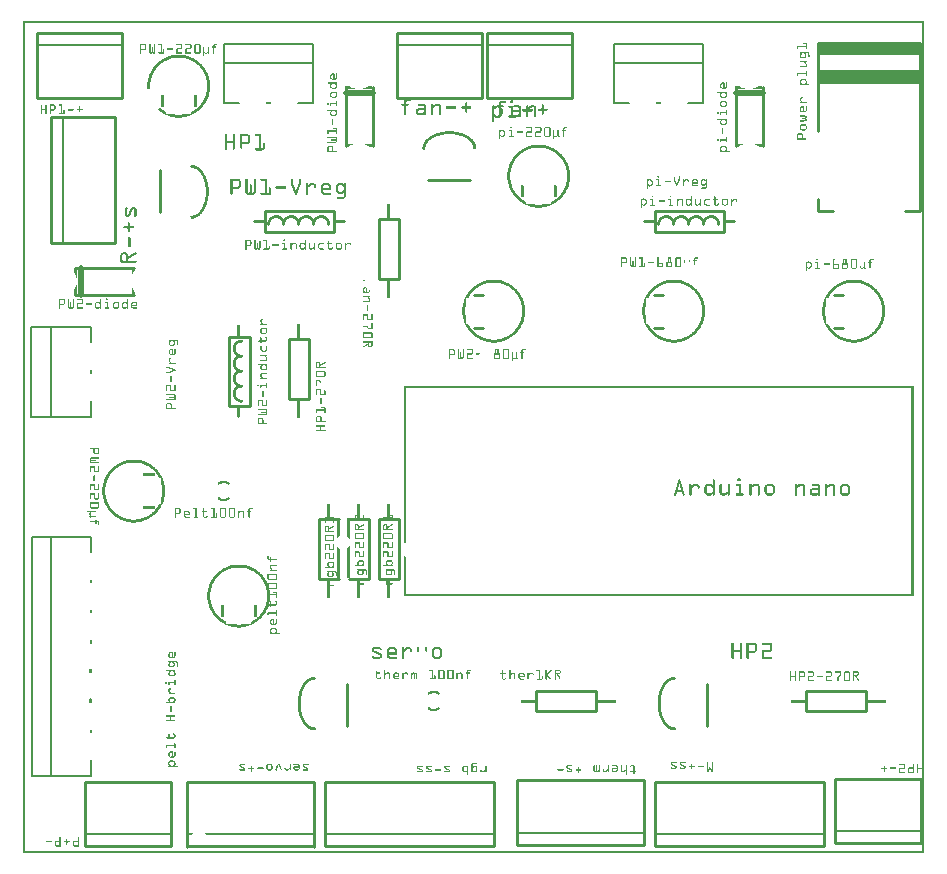
<source format=gto>
G04 MADE WITH FRITZING*
G04 WWW.FRITZING.ORG*
G04 DOUBLE SIDED*
G04 HOLES PLATED*
G04 CONTOUR ON CENTER OF CONTOUR VECTOR*
%ASAXBY*%
%FSLAX23Y23*%
%MOIN*%
%OFA0B0*%
%SFA1.0B1.0*%
%ADD10R,0.240000X0.080000X0.220000X0.060000*%
%ADD11C,0.010000*%
%ADD12R,0.080000X0.240000X0.060000X0.220000*%
%ADD13C,0.008000*%
%ADD14C,0.020000*%
%ADD15C,0.005000*%
%ADD16C,0.011000*%
%ADD17R,0.001000X0.001000*%
%LNSILK1*%
G90*
G70*
G54D11*
X2106Y2143D02*
X2336Y2143D01*
X2336Y2073D01*
X2106Y2073D01*
X2106Y2143D01*
D02*
X686Y1723D02*
X756Y1723D01*
X756Y1493D01*
X686Y1493D01*
X686Y1723D01*
D02*
X806Y2143D02*
X1036Y2143D01*
X1036Y2073D01*
X806Y2073D01*
X806Y2143D01*
D02*
X1081Y567D02*
X1081Y427D01*
G54D13*
D02*
X1970Y2502D02*
X1970Y2635D01*
D02*
X1970Y2634D02*
X1970Y2700D01*
D02*
X1970Y2700D02*
X2269Y2700D01*
D02*
X2269Y2700D02*
X2269Y2634D01*
D02*
X2268Y2635D02*
X2268Y2502D01*
D02*
X1970Y2634D02*
X2269Y2634D01*
D02*
X1971Y2502D02*
X2022Y2502D01*
D02*
X2269Y2502D02*
X2218Y2502D01*
G54D11*
D02*
X2466Y2554D02*
X2466Y2359D01*
D02*
X2376Y2359D02*
X2376Y2554D01*
G54D14*
D02*
X2376Y2534D02*
X2466Y2534D01*
G54D11*
D02*
X2651Y2408D02*
X2651Y2703D01*
D02*
X2651Y2703D02*
X2991Y2703D01*
D02*
X2991Y2703D02*
X2991Y2143D01*
D02*
X2991Y2143D02*
X2941Y2143D01*
D02*
X2651Y2183D02*
X2651Y2143D01*
D02*
X2651Y2143D02*
X2701Y2143D01*
D02*
X2651Y2703D02*
X2991Y2703D01*
D02*
X2651Y2698D02*
X2991Y2698D01*
D02*
X2651Y2693D02*
X2991Y2693D01*
D02*
X2651Y2688D02*
X2991Y2688D01*
D02*
X2651Y2683D02*
X2991Y2683D01*
D02*
X2651Y2678D02*
X2991Y2678D01*
D02*
X2651Y2673D02*
X2991Y2673D01*
D02*
X2651Y2668D02*
X2991Y2668D01*
D02*
X2651Y2573D02*
X2991Y2573D01*
D02*
X2651Y2578D02*
X2991Y2578D01*
D02*
X2651Y2583D02*
X2991Y2583D01*
D02*
X2651Y2588D02*
X2991Y2588D01*
D02*
X2651Y2593D02*
X2991Y2593D01*
D02*
X2651Y2598D02*
X2991Y2598D01*
D02*
X2651Y2603D02*
X2991Y2603D01*
D02*
X2651Y2608D02*
X2991Y2608D01*
D02*
X1547Y2520D02*
X1832Y2520D01*
D02*
X1832Y2520D02*
X1832Y2736D01*
D02*
X1832Y2736D02*
X1547Y2736D01*
D02*
X1547Y2736D02*
X1547Y2520D01*
G54D15*
D02*
X1832Y2696D02*
X1547Y2696D01*
G54D11*
D02*
X1491Y2244D02*
X1351Y2244D01*
D02*
X1247Y2520D02*
X1532Y2520D01*
D02*
X1532Y2520D02*
X1532Y2736D01*
D02*
X1532Y2736D02*
X1247Y2736D01*
D02*
X1247Y2736D02*
X1247Y2520D01*
G54D15*
D02*
X1532Y2696D02*
X1247Y2696D01*
G54D11*
D02*
X1188Y1917D02*
X1188Y2117D01*
D02*
X1188Y2117D02*
X1254Y2117D01*
D02*
X1254Y2117D02*
X1254Y1917D01*
D02*
X1254Y1917D02*
X1188Y1917D01*
D02*
X175Y1953D02*
X370Y1953D01*
D02*
X370Y1863D02*
X175Y1863D01*
G54D14*
D02*
X195Y1863D02*
X195Y1953D01*
G54D11*
D02*
X1166Y2554D02*
X1166Y2359D01*
D02*
X1076Y2359D02*
X1076Y2554D01*
G54D14*
D02*
X1076Y2534D02*
X1166Y2534D01*
G54D13*
D02*
X227Y1457D02*
X93Y1457D01*
D02*
X94Y1456D02*
X28Y1456D01*
D02*
X28Y1456D02*
X28Y1755D01*
D02*
X28Y1755D02*
X94Y1755D01*
D02*
X93Y1755D02*
X227Y1755D01*
D02*
X94Y1456D02*
X94Y1755D01*
D02*
X226Y1457D02*
X226Y1508D01*
D02*
X226Y1603D02*
X226Y1611D01*
D02*
X226Y1756D02*
X226Y1704D01*
D02*
X670Y2502D02*
X670Y2635D01*
D02*
X670Y2634D02*
X670Y2700D01*
D02*
X670Y2700D02*
X969Y2700D01*
D02*
X969Y2700D02*
X969Y2634D01*
D02*
X968Y2635D02*
X968Y2502D01*
D02*
X670Y2634D02*
X969Y2634D01*
D02*
X670Y2502D02*
X722Y2502D01*
D02*
X969Y2502D02*
X918Y2502D01*
G54D11*
D02*
X2670Y240D02*
X2109Y240D01*
D02*
X2109Y240D02*
X2109Y24D01*
D02*
X2109Y24D02*
X2670Y24D01*
D02*
X2670Y24D02*
X2670Y240D01*
G54D15*
D02*
X2109Y64D02*
X2670Y64D01*
G54D11*
D02*
X47Y2520D02*
X332Y2520D01*
D02*
X332Y2520D02*
X332Y2736D01*
D02*
X332Y2736D02*
X47Y2736D01*
D02*
X47Y2736D02*
X47Y2520D01*
G54D15*
D02*
X332Y2696D02*
X47Y2696D01*
G54D13*
D02*
X227Y260D02*
X93Y260D01*
D02*
X93Y260D02*
X30Y260D01*
D02*
X30Y260D02*
X30Y1055D01*
D02*
X30Y1055D02*
X93Y1055D01*
D02*
X93Y1055D02*
X227Y1055D01*
D02*
X93Y260D02*
X93Y1055D01*
D02*
X226Y260D02*
X226Y311D01*
D02*
X226Y404D02*
X226Y412D01*
D02*
X226Y703D02*
X226Y711D01*
D02*
X226Y804D02*
X226Y811D01*
D02*
X226Y904D02*
X226Y912D01*
D02*
X226Y1056D02*
X226Y1004D01*
G54D11*
D02*
X495Y240D02*
X209Y240D01*
D02*
X209Y240D02*
X209Y24D01*
D02*
X209Y24D02*
X495Y24D01*
D02*
X495Y24D02*
X495Y240D01*
G54D15*
D02*
X209Y64D02*
X495Y64D01*
G54D11*
D02*
X1188Y917D02*
X1188Y1117D01*
D02*
X1188Y1117D02*
X1254Y1117D01*
D02*
X1254Y1117D02*
X1254Y917D01*
D02*
X1254Y917D02*
X1188Y917D01*
D02*
X1088Y1117D02*
X1154Y1117D01*
D02*
X1154Y1117D02*
X1154Y917D01*
D02*
X1154Y917D02*
X1088Y917D01*
D02*
X988Y917D02*
X988Y1117D01*
D02*
X988Y1117D02*
X1054Y1117D01*
D02*
X1054Y917D02*
X988Y917D01*
D02*
X1570Y240D02*
X1009Y240D01*
D02*
X1009Y240D02*
X1009Y24D01*
D02*
X1009Y24D02*
X1570Y24D01*
D02*
X1570Y24D02*
X1570Y240D01*
G54D15*
D02*
X1009Y64D02*
X1570Y64D01*
G54D11*
D02*
X2070Y245D02*
X1647Y245D01*
D02*
X1647Y245D02*
X1647Y29D01*
D02*
X1647Y29D02*
X2070Y29D01*
D02*
X2070Y29D02*
X2070Y245D01*
G54D15*
D02*
X1647Y69D02*
X2070Y69D01*
G54D11*
D02*
X1911Y475D02*
X1711Y475D01*
D02*
X1711Y475D02*
X1711Y541D01*
D02*
X1711Y541D02*
X1911Y541D01*
D02*
X1911Y541D02*
X1911Y475D01*
D02*
X457Y2138D02*
X457Y2278D01*
D02*
X2281Y567D02*
X2281Y427D01*
D02*
X2995Y250D02*
X2709Y250D01*
D02*
X2709Y250D02*
X2709Y34D01*
D02*
X2709Y34D02*
X2995Y34D01*
D02*
X2995Y34D02*
X2995Y250D01*
G54D15*
D02*
X2709Y74D02*
X2995Y74D01*
G54D11*
D02*
X309Y2034D02*
X309Y2457D01*
D02*
X309Y2457D02*
X93Y2457D01*
D02*
X93Y2457D02*
X93Y2034D01*
D02*
X93Y2034D02*
X309Y2034D01*
G54D15*
D02*
X133Y2457D02*
X133Y2034D01*
G54D11*
D02*
X888Y1517D02*
X888Y1717D01*
D02*
X888Y1717D02*
X954Y1717D01*
D02*
X954Y1717D02*
X954Y1517D01*
D02*
X954Y1517D02*
X888Y1517D01*
D02*
X2811Y475D02*
X2611Y475D01*
D02*
X2611Y475D02*
X2611Y541D01*
D02*
X2611Y541D02*
X2811Y541D01*
D02*
X2811Y541D02*
X2811Y475D01*
D02*
X970Y239D02*
X547Y239D01*
D02*
X547Y239D02*
X547Y23D01*
D02*
X970Y23D02*
X970Y239D01*
X2100Y2108D02*
X2070Y2108D01*
D02*
X2340Y2108D02*
X2370Y2108D01*
D02*
G54D16*
X2705Y1863D02*
X2735Y1863D01*
D02*
X2705Y1753D02*
X2735Y1753D01*
D02*
G54D11*
X800Y2108D02*
X770Y2108D01*
D02*
X1040Y2108D02*
X1070Y2108D01*
D02*
G54D16*
X1505Y1863D02*
X1535Y1863D01*
D02*
X1505Y1753D02*
X1535Y1753D01*
D02*
X2105Y1863D02*
X2135Y1863D01*
D02*
X2105Y1753D02*
X2135Y1753D01*
D02*
G54D17*
X0Y2776D02*
X3005Y2776D01*
X0Y2775D02*
X3005Y2775D01*
X0Y2774D02*
X3005Y2774D01*
X0Y2773D02*
X3005Y2773D01*
X0Y2772D02*
X3005Y2772D01*
X0Y2771D02*
X3005Y2771D01*
X0Y2770D02*
X3005Y2770D01*
X0Y2769D02*
X3005Y2769D01*
X0Y2768D02*
X7Y2768D01*
X2998Y2768D02*
X3005Y2768D01*
X0Y2767D02*
X7Y2767D01*
X2998Y2767D02*
X3005Y2767D01*
X0Y2766D02*
X7Y2766D01*
X2998Y2766D02*
X3005Y2766D01*
X0Y2765D02*
X7Y2765D01*
X2998Y2765D02*
X3005Y2765D01*
X0Y2764D02*
X7Y2764D01*
X2998Y2764D02*
X3005Y2764D01*
X0Y2763D02*
X7Y2763D01*
X2998Y2763D02*
X3005Y2763D01*
X0Y2762D02*
X7Y2762D01*
X2998Y2762D02*
X3005Y2762D01*
X0Y2761D02*
X7Y2761D01*
X2998Y2761D02*
X3005Y2761D01*
X0Y2760D02*
X7Y2760D01*
X2998Y2760D02*
X3005Y2760D01*
X0Y2759D02*
X7Y2759D01*
X2998Y2759D02*
X3005Y2759D01*
X0Y2758D02*
X7Y2758D01*
X2998Y2758D02*
X3005Y2758D01*
X0Y2757D02*
X7Y2757D01*
X2998Y2757D02*
X3005Y2757D01*
X0Y2756D02*
X7Y2756D01*
X2998Y2756D02*
X3005Y2756D01*
X0Y2755D02*
X7Y2755D01*
X2998Y2755D02*
X3005Y2755D01*
X0Y2754D02*
X7Y2754D01*
X2998Y2754D02*
X3005Y2754D01*
X0Y2753D02*
X7Y2753D01*
X2998Y2753D02*
X3005Y2753D01*
X0Y2752D02*
X7Y2752D01*
X2998Y2752D02*
X3005Y2752D01*
X0Y2751D02*
X7Y2751D01*
X2998Y2751D02*
X3005Y2751D01*
X0Y2750D02*
X7Y2750D01*
X2998Y2750D02*
X3005Y2750D01*
X0Y2749D02*
X7Y2749D01*
X2998Y2749D02*
X3005Y2749D01*
X0Y2748D02*
X7Y2748D01*
X2998Y2748D02*
X3005Y2748D01*
X0Y2747D02*
X7Y2747D01*
X2998Y2747D02*
X3005Y2747D01*
X0Y2746D02*
X7Y2746D01*
X2998Y2746D02*
X3005Y2746D01*
X0Y2745D02*
X7Y2745D01*
X2998Y2745D02*
X3005Y2745D01*
X0Y2744D02*
X7Y2744D01*
X2998Y2744D02*
X3005Y2744D01*
X0Y2743D02*
X7Y2743D01*
X2998Y2743D02*
X3005Y2743D01*
X0Y2742D02*
X7Y2742D01*
X2998Y2742D02*
X3005Y2742D01*
X0Y2741D02*
X7Y2741D01*
X2998Y2741D02*
X3005Y2741D01*
X0Y2740D02*
X7Y2740D01*
X2998Y2740D02*
X3005Y2740D01*
X0Y2739D02*
X7Y2739D01*
X2998Y2739D02*
X3005Y2739D01*
X0Y2738D02*
X7Y2738D01*
X2998Y2738D02*
X3005Y2738D01*
X0Y2737D02*
X7Y2737D01*
X2998Y2737D02*
X3005Y2737D01*
X0Y2736D02*
X7Y2736D01*
X2998Y2736D02*
X3005Y2736D01*
X0Y2735D02*
X7Y2735D01*
X2998Y2735D02*
X3005Y2735D01*
X0Y2734D02*
X7Y2734D01*
X2998Y2734D02*
X3005Y2734D01*
X0Y2733D02*
X7Y2733D01*
X2998Y2733D02*
X3005Y2733D01*
X0Y2732D02*
X7Y2732D01*
X2998Y2732D02*
X3005Y2732D01*
X0Y2731D02*
X7Y2731D01*
X2998Y2731D02*
X3005Y2731D01*
X0Y2730D02*
X7Y2730D01*
X2998Y2730D02*
X3005Y2730D01*
X0Y2729D02*
X7Y2729D01*
X2998Y2729D02*
X3005Y2729D01*
X0Y2728D02*
X7Y2728D01*
X2998Y2728D02*
X3005Y2728D01*
X0Y2727D02*
X7Y2727D01*
X2998Y2727D02*
X3005Y2727D01*
X0Y2726D02*
X7Y2726D01*
X2998Y2726D02*
X3005Y2726D01*
X0Y2725D02*
X7Y2725D01*
X2998Y2725D02*
X3005Y2725D01*
X0Y2724D02*
X7Y2724D01*
X2998Y2724D02*
X3005Y2724D01*
X0Y2723D02*
X7Y2723D01*
X2998Y2723D02*
X3005Y2723D01*
X0Y2722D02*
X7Y2722D01*
X2998Y2722D02*
X3005Y2722D01*
X0Y2721D02*
X7Y2721D01*
X2998Y2721D02*
X3005Y2721D01*
X0Y2720D02*
X7Y2720D01*
X2998Y2720D02*
X3005Y2720D01*
X0Y2719D02*
X7Y2719D01*
X2998Y2719D02*
X3005Y2719D01*
X0Y2718D02*
X7Y2718D01*
X2998Y2718D02*
X3005Y2718D01*
X0Y2717D02*
X7Y2717D01*
X2998Y2717D02*
X3005Y2717D01*
X0Y2716D02*
X7Y2716D01*
X2998Y2716D02*
X3005Y2716D01*
X0Y2715D02*
X7Y2715D01*
X2998Y2715D02*
X3005Y2715D01*
X0Y2714D02*
X7Y2714D01*
X2998Y2714D02*
X3005Y2714D01*
X0Y2713D02*
X7Y2713D01*
X2998Y2713D02*
X3005Y2713D01*
X0Y2712D02*
X7Y2712D01*
X2998Y2712D02*
X3005Y2712D01*
X0Y2711D02*
X7Y2711D01*
X2998Y2711D02*
X3005Y2711D01*
X0Y2710D02*
X7Y2710D01*
X2998Y2710D02*
X3005Y2710D01*
X0Y2709D02*
X7Y2709D01*
X2998Y2709D02*
X3005Y2709D01*
X0Y2708D02*
X7Y2708D01*
X2998Y2708D02*
X3005Y2708D01*
X0Y2707D02*
X7Y2707D01*
X2998Y2707D02*
X3005Y2707D01*
X0Y2706D02*
X7Y2706D01*
X2998Y2706D02*
X3005Y2706D01*
X0Y2705D02*
X7Y2705D01*
X2998Y2705D02*
X3005Y2705D01*
X0Y2704D02*
X7Y2704D01*
X2998Y2704D02*
X3005Y2704D01*
X0Y2703D02*
X7Y2703D01*
X2998Y2703D02*
X3005Y2703D01*
X0Y2702D02*
X7Y2702D01*
X2998Y2702D02*
X3005Y2702D01*
X0Y2701D02*
X7Y2701D01*
X2600Y2701D02*
X2613Y2701D01*
X2998Y2701D02*
X3005Y2701D01*
X0Y2700D02*
X7Y2700D01*
X2600Y2700D02*
X2614Y2700D01*
X2998Y2700D02*
X3005Y2700D01*
X0Y2699D02*
X7Y2699D01*
X392Y2699D02*
X407Y2699D01*
X424Y2699D02*
X424Y2699D01*
X440Y2699D02*
X441Y2699D01*
X454Y2699D02*
X464Y2699D01*
X514Y2699D02*
X530Y2699D01*
X544Y2699D02*
X560Y2699D01*
X576Y2699D02*
X590Y2699D01*
X640Y2699D02*
X647Y2699D01*
X2600Y2699D02*
X2614Y2699D01*
X2998Y2699D02*
X3005Y2699D01*
X0Y2698D02*
X7Y2698D01*
X392Y2698D02*
X409Y2698D01*
X423Y2698D02*
X425Y2698D01*
X439Y2698D02*
X442Y2698D01*
X453Y2698D02*
X464Y2698D01*
X513Y2698D02*
X531Y2698D01*
X543Y2698D02*
X561Y2698D01*
X574Y2698D02*
X591Y2698D01*
X638Y2698D02*
X648Y2698D01*
X2601Y2698D02*
X2614Y2698D01*
X2998Y2698D02*
X3005Y2698D01*
X0Y2697D02*
X7Y2697D01*
X392Y2697D02*
X410Y2697D01*
X422Y2697D02*
X426Y2697D01*
X439Y2697D02*
X442Y2697D01*
X453Y2697D02*
X464Y2697D01*
X513Y2697D02*
X532Y2697D01*
X543Y2697D02*
X562Y2697D01*
X574Y2697D02*
X592Y2697D01*
X637Y2697D02*
X648Y2697D01*
X2610Y2697D02*
X2614Y2697D01*
X2998Y2697D02*
X3005Y2697D01*
X0Y2696D02*
X7Y2696D01*
X392Y2696D02*
X411Y2696D01*
X422Y2696D02*
X426Y2696D01*
X439Y2696D02*
X442Y2696D01*
X453Y2696D02*
X464Y2696D01*
X513Y2696D02*
X532Y2696D01*
X543Y2696D02*
X562Y2696D01*
X573Y2696D02*
X593Y2696D01*
X636Y2696D02*
X648Y2696D01*
X2610Y2696D02*
X2614Y2696D01*
X2998Y2696D02*
X3005Y2696D01*
X0Y2695D02*
X7Y2695D01*
X392Y2695D02*
X396Y2695D01*
X407Y2695D02*
X412Y2695D01*
X422Y2695D02*
X426Y2695D01*
X439Y2695D02*
X442Y2695D01*
X460Y2695D02*
X464Y2695D01*
X529Y2695D02*
X532Y2695D01*
X559Y2695D02*
X563Y2695D01*
X573Y2695D02*
X577Y2695D01*
X589Y2695D02*
X593Y2695D01*
X635Y2695D02*
X641Y2695D01*
X2610Y2695D02*
X2614Y2695D01*
X2998Y2695D02*
X3005Y2695D01*
X0Y2694D02*
X7Y2694D01*
X392Y2694D02*
X395Y2694D01*
X408Y2694D02*
X412Y2694D01*
X422Y2694D02*
X426Y2694D01*
X439Y2694D02*
X442Y2694D01*
X461Y2694D02*
X464Y2694D01*
X529Y2694D02*
X532Y2694D01*
X559Y2694D02*
X563Y2694D01*
X573Y2694D02*
X576Y2694D01*
X589Y2694D02*
X593Y2694D01*
X635Y2694D02*
X639Y2694D01*
X2610Y2694D02*
X2614Y2694D01*
X2998Y2694D02*
X3005Y2694D01*
X0Y2693D02*
X7Y2693D01*
X392Y2693D02*
X395Y2693D01*
X409Y2693D02*
X412Y2693D01*
X422Y2693D02*
X426Y2693D01*
X439Y2693D02*
X442Y2693D01*
X461Y2693D02*
X464Y2693D01*
X529Y2693D02*
X532Y2693D01*
X559Y2693D02*
X563Y2693D01*
X573Y2693D02*
X576Y2693D01*
X589Y2693D02*
X593Y2693D01*
X635Y2693D02*
X638Y2693D01*
X2582Y2693D02*
X2614Y2693D01*
X2998Y2693D02*
X3005Y2693D01*
X0Y2692D02*
X7Y2692D01*
X392Y2692D02*
X395Y2692D01*
X409Y2692D02*
X412Y2692D01*
X422Y2692D02*
X426Y2692D01*
X439Y2692D02*
X442Y2692D01*
X461Y2692D02*
X464Y2692D01*
X529Y2692D02*
X532Y2692D01*
X559Y2692D02*
X563Y2692D01*
X573Y2692D02*
X576Y2692D01*
X589Y2692D02*
X593Y2692D01*
X635Y2692D02*
X638Y2692D01*
X2582Y2692D02*
X2614Y2692D01*
X2998Y2692D02*
X3005Y2692D01*
X0Y2691D02*
X7Y2691D01*
X392Y2691D02*
X395Y2691D01*
X409Y2691D02*
X412Y2691D01*
X422Y2691D02*
X426Y2691D01*
X439Y2691D02*
X442Y2691D01*
X461Y2691D02*
X464Y2691D01*
X529Y2691D02*
X532Y2691D01*
X559Y2691D02*
X563Y2691D01*
X573Y2691D02*
X576Y2691D01*
X589Y2691D02*
X593Y2691D01*
X635Y2691D02*
X638Y2691D01*
X2582Y2691D02*
X2614Y2691D01*
X2998Y2691D02*
X3005Y2691D01*
X0Y2690D02*
X7Y2690D01*
X392Y2690D02*
X395Y2690D01*
X409Y2690D02*
X412Y2690D01*
X422Y2690D02*
X426Y2690D01*
X439Y2690D02*
X442Y2690D01*
X461Y2690D02*
X464Y2690D01*
X529Y2690D02*
X532Y2690D01*
X559Y2690D02*
X563Y2690D01*
X573Y2690D02*
X576Y2690D01*
X589Y2690D02*
X593Y2690D01*
X631Y2690D02*
X643Y2690D01*
X2582Y2690D02*
X2614Y2690D01*
X2998Y2690D02*
X3005Y2690D01*
X0Y2689D02*
X7Y2689D01*
X392Y2689D02*
X395Y2689D01*
X409Y2689D02*
X412Y2689D01*
X422Y2689D02*
X426Y2689D01*
X439Y2689D02*
X442Y2689D01*
X461Y2689D02*
X464Y2689D01*
X529Y2689D02*
X532Y2689D01*
X559Y2689D02*
X563Y2689D01*
X573Y2689D02*
X576Y2689D01*
X589Y2689D02*
X593Y2689D01*
X602Y2689D02*
X605Y2689D01*
X617Y2689D02*
X620Y2689D01*
X631Y2689D02*
X644Y2689D01*
X2582Y2689D02*
X2586Y2689D01*
X2610Y2689D02*
X2614Y2689D01*
X2998Y2689D02*
X3005Y2689D01*
X0Y2688D02*
X7Y2688D01*
X392Y2688D02*
X395Y2688D01*
X409Y2688D02*
X412Y2688D01*
X422Y2688D02*
X426Y2688D01*
X431Y2688D02*
X433Y2688D01*
X439Y2688D02*
X442Y2688D01*
X461Y2688D02*
X464Y2688D01*
X529Y2688D02*
X532Y2688D01*
X559Y2688D02*
X563Y2688D01*
X573Y2688D02*
X576Y2688D01*
X589Y2688D02*
X593Y2688D01*
X602Y2688D02*
X605Y2688D01*
X617Y2688D02*
X620Y2688D01*
X631Y2688D02*
X644Y2688D01*
X2582Y2688D02*
X2585Y2688D01*
X2610Y2688D02*
X2614Y2688D01*
X2998Y2688D02*
X3005Y2688D01*
X0Y2687D02*
X7Y2687D01*
X392Y2687D02*
X395Y2687D01*
X409Y2687D02*
X412Y2687D01*
X422Y2687D02*
X426Y2687D01*
X431Y2687D02*
X434Y2687D01*
X439Y2687D02*
X442Y2687D01*
X461Y2687D02*
X464Y2687D01*
X529Y2687D02*
X532Y2687D01*
X559Y2687D02*
X563Y2687D01*
X573Y2687D02*
X576Y2687D01*
X589Y2687D02*
X593Y2687D01*
X602Y2687D02*
X605Y2687D01*
X617Y2687D02*
X620Y2687D01*
X631Y2687D02*
X644Y2687D01*
X2582Y2687D02*
X2585Y2687D01*
X2610Y2687D02*
X2614Y2687D01*
X2998Y2687D02*
X3005Y2687D01*
X0Y2686D02*
X7Y2686D01*
X392Y2686D02*
X395Y2686D01*
X409Y2686D02*
X412Y2686D01*
X422Y2686D02*
X426Y2686D01*
X431Y2686D02*
X434Y2686D01*
X439Y2686D02*
X442Y2686D01*
X461Y2686D02*
X464Y2686D01*
X529Y2686D02*
X532Y2686D01*
X559Y2686D02*
X563Y2686D01*
X573Y2686D02*
X576Y2686D01*
X589Y2686D02*
X593Y2686D01*
X602Y2686D02*
X605Y2686D01*
X617Y2686D02*
X620Y2686D01*
X635Y2686D02*
X638Y2686D01*
X2582Y2686D02*
X2585Y2686D01*
X2610Y2686D02*
X2614Y2686D01*
X2998Y2686D02*
X3005Y2686D01*
X0Y2685D02*
X7Y2685D01*
X392Y2685D02*
X395Y2685D01*
X409Y2685D02*
X412Y2685D01*
X422Y2685D02*
X426Y2685D01*
X431Y2685D02*
X434Y2685D01*
X439Y2685D02*
X442Y2685D01*
X461Y2685D02*
X464Y2685D01*
X484Y2685D02*
X501Y2685D01*
X516Y2685D02*
X532Y2685D01*
X546Y2685D02*
X563Y2685D01*
X573Y2685D02*
X576Y2685D01*
X589Y2685D02*
X593Y2685D01*
X602Y2685D02*
X605Y2685D01*
X617Y2685D02*
X620Y2685D01*
X635Y2685D02*
X638Y2685D01*
X2582Y2685D02*
X2585Y2685D01*
X2610Y2685D02*
X2614Y2685D01*
X2998Y2685D02*
X3005Y2685D01*
X0Y2684D02*
X7Y2684D01*
X392Y2684D02*
X395Y2684D01*
X408Y2684D02*
X412Y2684D01*
X422Y2684D02*
X426Y2684D01*
X431Y2684D02*
X434Y2684D01*
X439Y2684D02*
X442Y2684D01*
X461Y2684D02*
X464Y2684D01*
X483Y2684D02*
X502Y2684D01*
X514Y2684D02*
X532Y2684D01*
X544Y2684D02*
X562Y2684D01*
X573Y2684D02*
X576Y2684D01*
X589Y2684D02*
X593Y2684D01*
X602Y2684D02*
X605Y2684D01*
X617Y2684D02*
X620Y2684D01*
X635Y2684D02*
X638Y2684D01*
X2582Y2684D02*
X2585Y2684D01*
X2610Y2684D02*
X2614Y2684D01*
X2998Y2684D02*
X3005Y2684D01*
X0Y2683D02*
X7Y2683D01*
X392Y2683D02*
X411Y2683D01*
X422Y2683D02*
X426Y2683D01*
X431Y2683D02*
X434Y2683D01*
X439Y2683D02*
X442Y2683D01*
X461Y2683D02*
X464Y2683D01*
X483Y2683D02*
X502Y2683D01*
X513Y2683D02*
X532Y2683D01*
X543Y2683D02*
X562Y2683D01*
X573Y2683D02*
X576Y2683D01*
X589Y2683D02*
X593Y2683D01*
X602Y2683D02*
X605Y2683D01*
X617Y2683D02*
X620Y2683D01*
X635Y2683D02*
X638Y2683D01*
X2582Y2683D02*
X2585Y2683D01*
X2611Y2683D02*
X2614Y2683D01*
X2998Y2683D02*
X3005Y2683D01*
X0Y2682D02*
X7Y2682D01*
X392Y2682D02*
X411Y2682D01*
X422Y2682D02*
X426Y2682D01*
X431Y2682D02*
X434Y2682D01*
X439Y2682D02*
X442Y2682D01*
X461Y2682D02*
X464Y2682D01*
X483Y2682D02*
X502Y2682D01*
X513Y2682D02*
X531Y2682D01*
X543Y2682D02*
X561Y2682D01*
X573Y2682D02*
X576Y2682D01*
X589Y2682D02*
X593Y2682D01*
X602Y2682D02*
X605Y2682D01*
X617Y2682D02*
X620Y2682D01*
X635Y2682D02*
X638Y2682D01*
X2583Y2682D02*
X2585Y2682D01*
X2611Y2682D02*
X2613Y2682D01*
X2998Y2682D02*
X3005Y2682D01*
X0Y2681D02*
X7Y2681D01*
X392Y2681D02*
X410Y2681D01*
X422Y2681D02*
X426Y2681D01*
X431Y2681D02*
X434Y2681D01*
X439Y2681D02*
X442Y2681D01*
X461Y2681D02*
X464Y2681D01*
X470Y2681D02*
X471Y2681D01*
X483Y2681D02*
X502Y2681D01*
X513Y2681D02*
X529Y2681D01*
X543Y2681D02*
X559Y2681D01*
X573Y2681D02*
X576Y2681D01*
X589Y2681D02*
X593Y2681D01*
X602Y2681D02*
X605Y2681D01*
X617Y2681D02*
X620Y2681D01*
X635Y2681D02*
X638Y2681D01*
X2998Y2681D02*
X3005Y2681D01*
X0Y2680D02*
X7Y2680D01*
X392Y2680D02*
X409Y2680D01*
X422Y2680D02*
X426Y2680D01*
X431Y2680D02*
X434Y2680D01*
X439Y2680D02*
X442Y2680D01*
X461Y2680D02*
X464Y2680D01*
X469Y2680D02*
X472Y2680D01*
X483Y2680D02*
X502Y2680D01*
X513Y2680D02*
X516Y2680D01*
X543Y2680D02*
X546Y2680D01*
X573Y2680D02*
X576Y2680D01*
X589Y2680D02*
X593Y2680D01*
X602Y2680D02*
X605Y2680D01*
X617Y2680D02*
X620Y2680D01*
X635Y2680D02*
X638Y2680D01*
X2998Y2680D02*
X3005Y2680D01*
X0Y2679D02*
X7Y2679D01*
X392Y2679D02*
X396Y2679D01*
X422Y2679D02*
X426Y2679D01*
X431Y2679D02*
X434Y2679D01*
X439Y2679D02*
X442Y2679D01*
X461Y2679D02*
X464Y2679D01*
X469Y2679D02*
X472Y2679D01*
X513Y2679D02*
X516Y2679D01*
X543Y2679D02*
X546Y2679D01*
X573Y2679D02*
X576Y2679D01*
X589Y2679D02*
X593Y2679D01*
X602Y2679D02*
X605Y2679D01*
X617Y2679D02*
X620Y2679D01*
X635Y2679D02*
X638Y2679D01*
X2998Y2679D02*
X3005Y2679D01*
X0Y2678D02*
X7Y2678D01*
X392Y2678D02*
X395Y2678D01*
X422Y2678D02*
X426Y2678D01*
X431Y2678D02*
X434Y2678D01*
X439Y2678D02*
X442Y2678D01*
X461Y2678D02*
X464Y2678D01*
X469Y2678D02*
X472Y2678D01*
X513Y2678D02*
X516Y2678D01*
X543Y2678D02*
X546Y2678D01*
X573Y2678D02*
X576Y2678D01*
X589Y2678D02*
X593Y2678D01*
X602Y2678D02*
X605Y2678D01*
X617Y2678D02*
X620Y2678D01*
X635Y2678D02*
X638Y2678D01*
X2998Y2678D02*
X3005Y2678D01*
X0Y2677D02*
X7Y2677D01*
X392Y2677D02*
X395Y2677D01*
X422Y2677D02*
X426Y2677D01*
X431Y2677D02*
X434Y2677D01*
X439Y2677D02*
X442Y2677D01*
X461Y2677D02*
X464Y2677D01*
X469Y2677D02*
X472Y2677D01*
X513Y2677D02*
X516Y2677D01*
X543Y2677D02*
X546Y2677D01*
X573Y2677D02*
X576Y2677D01*
X589Y2677D02*
X593Y2677D01*
X602Y2677D02*
X605Y2677D01*
X617Y2677D02*
X620Y2677D01*
X635Y2677D02*
X638Y2677D01*
X2998Y2677D02*
X3005Y2677D01*
X0Y2676D02*
X7Y2676D01*
X392Y2676D02*
X395Y2676D01*
X422Y2676D02*
X426Y2676D01*
X431Y2676D02*
X434Y2676D01*
X439Y2676D02*
X442Y2676D01*
X461Y2676D02*
X464Y2676D01*
X469Y2676D02*
X472Y2676D01*
X513Y2676D02*
X516Y2676D01*
X543Y2676D02*
X546Y2676D01*
X573Y2676D02*
X576Y2676D01*
X589Y2676D02*
X593Y2676D01*
X602Y2676D02*
X605Y2676D01*
X617Y2676D02*
X620Y2676D01*
X635Y2676D02*
X638Y2676D01*
X2998Y2676D02*
X3005Y2676D01*
X0Y2675D02*
X7Y2675D01*
X392Y2675D02*
X395Y2675D01*
X422Y2675D02*
X426Y2675D01*
X431Y2675D02*
X434Y2675D01*
X439Y2675D02*
X442Y2675D01*
X461Y2675D02*
X464Y2675D01*
X469Y2675D02*
X472Y2675D01*
X513Y2675D02*
X516Y2675D01*
X543Y2675D02*
X546Y2675D01*
X573Y2675D02*
X576Y2675D01*
X589Y2675D02*
X593Y2675D01*
X602Y2675D02*
X605Y2675D01*
X617Y2675D02*
X620Y2675D01*
X635Y2675D02*
X638Y2675D01*
X2998Y2675D02*
X3005Y2675D01*
X0Y2674D02*
X7Y2674D01*
X392Y2674D02*
X395Y2674D01*
X422Y2674D02*
X426Y2674D01*
X431Y2674D02*
X434Y2674D01*
X439Y2674D02*
X442Y2674D01*
X461Y2674D02*
X464Y2674D01*
X469Y2674D02*
X472Y2674D01*
X513Y2674D02*
X516Y2674D01*
X543Y2674D02*
X546Y2674D01*
X573Y2674D02*
X576Y2674D01*
X589Y2674D02*
X593Y2674D01*
X602Y2674D02*
X605Y2674D01*
X617Y2674D02*
X620Y2674D01*
X635Y2674D02*
X638Y2674D01*
X2998Y2674D02*
X3005Y2674D01*
X0Y2673D02*
X7Y2673D01*
X392Y2673D02*
X395Y2673D01*
X422Y2673D02*
X426Y2673D01*
X430Y2673D02*
X434Y2673D01*
X439Y2673D02*
X442Y2673D01*
X461Y2673D02*
X464Y2673D01*
X469Y2673D02*
X472Y2673D01*
X513Y2673D02*
X516Y2673D01*
X543Y2673D02*
X546Y2673D01*
X573Y2673D02*
X576Y2673D01*
X589Y2673D02*
X593Y2673D01*
X602Y2673D02*
X605Y2673D01*
X617Y2673D02*
X620Y2673D01*
X635Y2673D02*
X638Y2673D01*
X2998Y2673D02*
X3005Y2673D01*
X0Y2672D02*
X7Y2672D01*
X392Y2672D02*
X395Y2672D01*
X422Y2672D02*
X426Y2672D01*
X430Y2672D02*
X434Y2672D01*
X438Y2672D02*
X442Y2672D01*
X461Y2672D02*
X464Y2672D01*
X469Y2672D02*
X472Y2672D01*
X513Y2672D02*
X516Y2672D01*
X543Y2672D02*
X546Y2672D01*
X573Y2672D02*
X576Y2672D01*
X589Y2672D02*
X593Y2672D01*
X602Y2672D02*
X605Y2672D01*
X616Y2672D02*
X620Y2672D01*
X635Y2672D02*
X638Y2672D01*
X2998Y2672D02*
X3005Y2672D01*
X0Y2671D02*
X7Y2671D01*
X392Y2671D02*
X395Y2671D01*
X423Y2671D02*
X427Y2671D01*
X429Y2671D02*
X435Y2671D01*
X437Y2671D02*
X442Y2671D01*
X460Y2671D02*
X464Y2671D01*
X469Y2671D02*
X472Y2671D01*
X513Y2671D02*
X516Y2671D01*
X543Y2671D02*
X547Y2671D01*
X573Y2671D02*
X577Y2671D01*
X589Y2671D02*
X593Y2671D01*
X602Y2671D02*
X606Y2671D01*
X616Y2671D02*
X620Y2671D01*
X635Y2671D02*
X638Y2671D01*
X2592Y2671D02*
X2618Y2671D01*
X2998Y2671D02*
X3005Y2671D01*
X0Y2670D02*
X7Y2670D01*
X392Y2670D02*
X395Y2670D01*
X423Y2670D02*
X441Y2670D01*
X453Y2670D02*
X472Y2670D01*
X513Y2670D02*
X532Y2670D01*
X543Y2670D02*
X562Y2670D01*
X573Y2670D02*
X593Y2670D01*
X602Y2670D02*
X608Y2670D01*
X614Y2670D02*
X621Y2670D01*
X635Y2670D02*
X638Y2670D01*
X2591Y2670D02*
X2619Y2670D01*
X2998Y2670D02*
X3005Y2670D01*
X0Y2669D02*
X7Y2669D01*
X392Y2669D02*
X395Y2669D01*
X424Y2669D02*
X440Y2669D01*
X453Y2669D02*
X472Y2669D01*
X513Y2669D02*
X532Y2669D01*
X543Y2669D02*
X563Y2669D01*
X574Y2669D02*
X592Y2669D01*
X602Y2669D02*
X623Y2669D01*
X635Y2669D02*
X638Y2669D01*
X2591Y2669D02*
X2620Y2669D01*
X2998Y2669D02*
X3005Y2669D01*
X0Y2668D02*
X7Y2668D01*
X392Y2668D02*
X395Y2668D01*
X425Y2668D02*
X440Y2668D01*
X453Y2668D02*
X472Y2668D01*
X513Y2668D02*
X532Y2668D01*
X543Y2668D02*
X562Y2668D01*
X574Y2668D02*
X591Y2668D01*
X602Y2668D02*
X605Y2668D01*
X607Y2668D02*
X615Y2668D01*
X618Y2668D02*
X623Y2668D01*
X635Y2668D02*
X638Y2668D01*
X2592Y2668D02*
X2621Y2668D01*
X2998Y2668D02*
X3005Y2668D01*
X0Y2667D02*
X7Y2667D01*
X393Y2667D02*
X394Y2667D01*
X426Y2667D02*
X430Y2667D01*
X434Y2667D02*
X439Y2667D01*
X454Y2667D02*
X471Y2667D01*
X513Y2667D02*
X531Y2667D01*
X543Y2667D02*
X561Y2667D01*
X576Y2667D02*
X590Y2667D01*
X602Y2667D02*
X605Y2667D01*
X608Y2667D02*
X614Y2667D01*
X619Y2667D02*
X622Y2667D01*
X636Y2667D02*
X637Y2667D01*
X2593Y2667D02*
X2598Y2667D01*
X2605Y2667D02*
X2610Y2667D01*
X2617Y2667D02*
X2622Y2667D01*
X2998Y2667D02*
X3005Y2667D01*
X0Y2666D02*
X7Y2666D01*
X602Y2666D02*
X605Y2666D01*
X2593Y2666D02*
X2597Y2666D01*
X2606Y2666D02*
X2610Y2666D01*
X2618Y2666D02*
X2622Y2666D01*
X2998Y2666D02*
X3005Y2666D01*
X0Y2665D02*
X7Y2665D01*
X602Y2665D02*
X605Y2665D01*
X2592Y2665D02*
X2596Y2665D01*
X2607Y2665D02*
X2611Y2665D01*
X2619Y2665D02*
X2622Y2665D01*
X2998Y2665D02*
X3005Y2665D01*
X0Y2664D02*
X7Y2664D01*
X602Y2664D02*
X605Y2664D01*
X2591Y2664D02*
X2596Y2664D01*
X2607Y2664D02*
X2611Y2664D01*
X2619Y2664D02*
X2622Y2664D01*
X2998Y2664D02*
X3005Y2664D01*
X0Y2663D02*
X7Y2663D01*
X516Y2663D02*
X525Y2663D01*
X602Y2663D02*
X605Y2663D01*
X2591Y2663D02*
X2595Y2663D01*
X2608Y2663D02*
X2612Y2663D01*
X2619Y2663D02*
X2623Y2663D01*
X2998Y2663D02*
X3005Y2663D01*
X0Y2662D02*
X7Y2662D01*
X506Y2662D02*
X535Y2662D01*
X602Y2662D02*
X605Y2662D01*
X2591Y2662D02*
X2594Y2662D01*
X2609Y2662D02*
X2612Y2662D01*
X2619Y2662D02*
X2623Y2662D01*
X2998Y2662D02*
X3005Y2662D01*
X0Y2661D02*
X7Y2661D01*
X500Y2661D02*
X540Y2661D01*
X602Y2661D02*
X605Y2661D01*
X2591Y2661D02*
X2594Y2661D01*
X2609Y2661D02*
X2612Y2661D01*
X2619Y2661D02*
X2623Y2661D01*
X2998Y2661D02*
X3005Y2661D01*
X0Y2660D02*
X7Y2660D01*
X496Y2660D02*
X545Y2660D01*
X602Y2660D02*
X605Y2660D01*
X2591Y2660D02*
X2594Y2660D01*
X2609Y2660D02*
X2612Y2660D01*
X2619Y2660D02*
X2623Y2660D01*
X2998Y2660D02*
X3005Y2660D01*
X0Y2659D02*
X7Y2659D01*
X492Y2659D02*
X548Y2659D01*
X602Y2659D02*
X605Y2659D01*
X2591Y2659D02*
X2594Y2659D01*
X2609Y2659D02*
X2612Y2659D01*
X2619Y2659D02*
X2623Y2659D01*
X2998Y2659D02*
X3005Y2659D01*
X0Y2658D02*
X7Y2658D01*
X489Y2658D02*
X552Y2658D01*
X2591Y2658D02*
X2594Y2658D01*
X2609Y2658D02*
X2612Y2658D01*
X2619Y2658D02*
X2623Y2658D01*
X2998Y2658D02*
X3005Y2658D01*
X0Y2657D02*
X7Y2657D01*
X486Y2657D02*
X555Y2657D01*
X2591Y2657D02*
X2595Y2657D01*
X2608Y2657D02*
X2612Y2657D01*
X2619Y2657D02*
X2623Y2657D01*
X2998Y2657D02*
X3005Y2657D01*
X0Y2656D02*
X7Y2656D01*
X483Y2656D02*
X557Y2656D01*
X2592Y2656D02*
X2596Y2656D01*
X2607Y2656D02*
X2611Y2656D01*
X2619Y2656D02*
X2623Y2656D01*
X2998Y2656D02*
X3005Y2656D01*
X0Y2655D02*
X7Y2655D01*
X481Y2655D02*
X560Y2655D01*
X2592Y2655D02*
X2611Y2655D01*
X2619Y2655D02*
X2623Y2655D01*
X2998Y2655D02*
X3005Y2655D01*
X0Y2654D02*
X7Y2654D01*
X478Y2654D02*
X562Y2654D01*
X2593Y2654D02*
X2610Y2654D01*
X2620Y2654D02*
X2622Y2654D01*
X2998Y2654D02*
X3005Y2654D01*
X0Y2653D02*
X7Y2653D01*
X476Y2653D02*
X515Y2653D01*
X526Y2653D02*
X564Y2653D01*
X2594Y2653D02*
X2609Y2653D01*
X2621Y2653D02*
X2621Y2653D01*
X2998Y2653D02*
X3005Y2653D01*
X0Y2652D02*
X7Y2652D01*
X474Y2652D02*
X505Y2652D01*
X536Y2652D02*
X566Y2652D01*
X2595Y2652D02*
X2608Y2652D01*
X2998Y2652D02*
X3005Y2652D01*
X0Y2651D02*
X7Y2651D01*
X472Y2651D02*
X499Y2651D01*
X541Y2651D02*
X568Y2651D01*
X2597Y2651D02*
X2606Y2651D01*
X2998Y2651D02*
X3005Y2651D01*
X0Y2650D02*
X7Y2650D01*
X470Y2650D02*
X495Y2650D01*
X545Y2650D02*
X570Y2650D01*
X2998Y2650D02*
X3005Y2650D01*
X0Y2649D02*
X7Y2649D01*
X469Y2649D02*
X491Y2649D01*
X549Y2649D02*
X572Y2649D01*
X2998Y2649D02*
X3005Y2649D01*
X0Y2648D02*
X7Y2648D01*
X467Y2648D02*
X489Y2648D01*
X552Y2648D02*
X573Y2648D01*
X2998Y2648D02*
X3005Y2648D01*
X0Y2647D02*
X7Y2647D01*
X465Y2647D02*
X486Y2647D01*
X554Y2647D02*
X575Y2647D01*
X2998Y2647D02*
X3005Y2647D01*
X0Y2646D02*
X7Y2646D01*
X464Y2646D02*
X483Y2646D01*
X557Y2646D02*
X576Y2646D01*
X2998Y2646D02*
X3005Y2646D01*
X0Y2645D02*
X7Y2645D01*
X462Y2645D02*
X481Y2645D01*
X560Y2645D02*
X578Y2645D01*
X2998Y2645D02*
X3005Y2645D01*
X0Y2644D02*
X7Y2644D01*
X461Y2644D02*
X479Y2644D01*
X562Y2644D02*
X579Y2644D01*
X2998Y2644D02*
X3005Y2644D01*
X0Y2643D02*
X7Y2643D01*
X460Y2643D02*
X477Y2643D01*
X564Y2643D02*
X581Y2643D01*
X2998Y2643D02*
X3005Y2643D01*
X0Y2642D02*
X7Y2642D01*
X458Y2642D02*
X474Y2642D01*
X566Y2642D02*
X582Y2642D01*
X2998Y2642D02*
X3005Y2642D01*
X0Y2641D02*
X7Y2641D01*
X457Y2641D02*
X473Y2641D01*
X568Y2641D02*
X583Y2641D01*
X2592Y2641D02*
X2613Y2641D01*
X2998Y2641D02*
X3005Y2641D01*
X0Y2640D02*
X7Y2640D01*
X456Y2640D02*
X471Y2640D01*
X569Y2640D02*
X585Y2640D01*
X2591Y2640D02*
X2614Y2640D01*
X2998Y2640D02*
X3005Y2640D01*
X0Y2639D02*
X7Y2639D01*
X454Y2639D02*
X469Y2639D01*
X571Y2639D02*
X586Y2639D01*
X2591Y2639D02*
X2614Y2639D01*
X2998Y2639D02*
X3005Y2639D01*
X0Y2638D02*
X7Y2638D01*
X453Y2638D02*
X468Y2638D01*
X573Y2638D02*
X587Y2638D01*
X2592Y2638D02*
X2613Y2638D01*
X2998Y2638D02*
X3005Y2638D01*
X0Y2637D02*
X7Y2637D01*
X452Y2637D02*
X466Y2637D01*
X574Y2637D02*
X588Y2637D01*
X2606Y2637D02*
X2610Y2637D01*
X2998Y2637D02*
X3005Y2637D01*
X0Y2636D02*
X7Y2636D01*
X451Y2636D02*
X465Y2636D01*
X576Y2636D02*
X589Y2636D01*
X2607Y2636D02*
X2611Y2636D01*
X2998Y2636D02*
X3005Y2636D01*
X0Y2635D02*
X7Y2635D01*
X450Y2635D02*
X463Y2635D01*
X577Y2635D02*
X590Y2635D01*
X2608Y2635D02*
X2612Y2635D01*
X2998Y2635D02*
X3005Y2635D01*
X0Y2634D02*
X7Y2634D01*
X449Y2634D02*
X462Y2634D01*
X578Y2634D02*
X592Y2634D01*
X2608Y2634D02*
X2612Y2634D01*
X2998Y2634D02*
X3005Y2634D01*
X0Y2633D02*
X7Y2633D01*
X448Y2633D02*
X461Y2633D01*
X580Y2633D02*
X593Y2633D01*
X2609Y2633D02*
X2613Y2633D01*
X2998Y2633D02*
X3005Y2633D01*
X0Y2632D02*
X7Y2632D01*
X447Y2632D02*
X459Y2632D01*
X581Y2632D02*
X594Y2632D01*
X2610Y2632D02*
X2613Y2632D01*
X2998Y2632D02*
X3005Y2632D01*
X0Y2631D02*
X7Y2631D01*
X446Y2631D02*
X458Y2631D01*
X582Y2631D02*
X595Y2631D01*
X2610Y2631D02*
X2614Y2631D01*
X2998Y2631D02*
X3005Y2631D01*
X0Y2630D02*
X7Y2630D01*
X445Y2630D02*
X457Y2630D01*
X583Y2630D02*
X596Y2630D01*
X2610Y2630D02*
X2614Y2630D01*
X2998Y2630D02*
X3005Y2630D01*
X0Y2629D02*
X7Y2629D01*
X444Y2629D02*
X456Y2629D01*
X584Y2629D02*
X596Y2629D01*
X2610Y2629D02*
X2614Y2629D01*
X2998Y2629D02*
X3005Y2629D01*
X0Y2628D02*
X7Y2628D01*
X443Y2628D02*
X455Y2628D01*
X585Y2628D02*
X597Y2628D01*
X2610Y2628D02*
X2614Y2628D01*
X2998Y2628D02*
X3005Y2628D01*
X0Y2627D02*
X7Y2627D01*
X442Y2627D02*
X454Y2627D01*
X587Y2627D02*
X598Y2627D01*
X2610Y2627D02*
X2614Y2627D01*
X2998Y2627D02*
X3005Y2627D01*
X0Y2626D02*
X7Y2626D01*
X441Y2626D02*
X453Y2626D01*
X588Y2626D02*
X599Y2626D01*
X2610Y2626D02*
X2614Y2626D01*
X2998Y2626D02*
X3005Y2626D01*
X0Y2625D02*
X7Y2625D01*
X440Y2625D02*
X452Y2625D01*
X589Y2625D02*
X600Y2625D01*
X2592Y2625D02*
X2613Y2625D01*
X2998Y2625D02*
X3005Y2625D01*
X0Y2624D02*
X7Y2624D01*
X439Y2624D02*
X451Y2624D01*
X590Y2624D02*
X601Y2624D01*
X2591Y2624D02*
X2613Y2624D01*
X2998Y2624D02*
X3005Y2624D01*
X0Y2623D02*
X7Y2623D01*
X439Y2623D02*
X450Y2623D01*
X590Y2623D02*
X602Y2623D01*
X2591Y2623D02*
X2612Y2623D01*
X2998Y2623D02*
X3005Y2623D01*
X0Y2622D02*
X7Y2622D01*
X438Y2622D02*
X449Y2622D01*
X591Y2622D02*
X602Y2622D01*
X2591Y2622D02*
X2611Y2622D01*
X2998Y2622D02*
X3005Y2622D01*
X0Y2621D02*
X7Y2621D01*
X437Y2621D02*
X448Y2621D01*
X592Y2621D02*
X603Y2621D01*
X2998Y2621D02*
X3005Y2621D01*
X0Y2620D02*
X7Y2620D01*
X436Y2620D02*
X447Y2620D01*
X593Y2620D02*
X604Y2620D01*
X2998Y2620D02*
X3005Y2620D01*
X0Y2619D02*
X7Y2619D01*
X436Y2619D02*
X446Y2619D01*
X594Y2619D02*
X605Y2619D01*
X2998Y2619D02*
X3005Y2619D01*
X0Y2618D02*
X7Y2618D01*
X435Y2618D02*
X446Y2618D01*
X595Y2618D02*
X605Y2618D01*
X2998Y2618D02*
X3005Y2618D01*
X0Y2617D02*
X7Y2617D01*
X434Y2617D02*
X445Y2617D01*
X596Y2617D02*
X606Y2617D01*
X2998Y2617D02*
X3005Y2617D01*
X0Y2616D02*
X7Y2616D01*
X433Y2616D02*
X444Y2616D01*
X596Y2616D02*
X607Y2616D01*
X2998Y2616D02*
X3005Y2616D01*
X0Y2615D02*
X7Y2615D01*
X433Y2615D02*
X443Y2615D01*
X597Y2615D02*
X607Y2615D01*
X2998Y2615D02*
X3005Y2615D01*
X0Y2614D02*
X7Y2614D01*
X432Y2614D02*
X443Y2614D01*
X598Y2614D02*
X608Y2614D01*
X2998Y2614D02*
X3005Y2614D01*
X0Y2613D02*
X7Y2613D01*
X432Y2613D02*
X442Y2613D01*
X599Y2613D02*
X609Y2613D01*
X2998Y2613D02*
X3005Y2613D01*
X0Y2612D02*
X7Y2612D01*
X431Y2612D02*
X441Y2612D01*
X599Y2612D02*
X609Y2612D01*
X2998Y2612D02*
X3005Y2612D01*
X0Y2611D02*
X7Y2611D01*
X430Y2611D02*
X440Y2611D01*
X600Y2611D02*
X610Y2611D01*
X2998Y2611D02*
X3005Y2611D01*
X0Y2610D02*
X7Y2610D01*
X430Y2610D02*
X440Y2610D01*
X601Y2610D02*
X611Y2610D01*
X2998Y2610D02*
X3005Y2610D01*
X0Y2609D02*
X7Y2609D01*
X429Y2609D02*
X439Y2609D01*
X601Y2609D02*
X611Y2609D01*
X2612Y2609D02*
X2613Y2609D01*
X2998Y2609D02*
X3005Y2609D01*
X0Y2608D02*
X7Y2608D01*
X429Y2608D02*
X439Y2608D01*
X602Y2608D02*
X612Y2608D01*
X2611Y2608D02*
X2613Y2608D01*
X2998Y2608D02*
X3005Y2608D01*
X0Y2607D02*
X7Y2607D01*
X428Y2607D02*
X438Y2607D01*
X602Y2607D02*
X612Y2607D01*
X2611Y2607D02*
X2614Y2607D01*
X2998Y2607D02*
X3005Y2607D01*
X0Y2606D02*
X7Y2606D01*
X428Y2606D02*
X437Y2606D01*
X603Y2606D02*
X613Y2606D01*
X2610Y2606D02*
X2614Y2606D01*
X2998Y2606D02*
X3005Y2606D01*
X0Y2605D02*
X7Y2605D01*
X427Y2605D02*
X437Y2605D01*
X604Y2605D02*
X613Y2605D01*
X2610Y2605D02*
X2614Y2605D01*
X2998Y2605D02*
X3005Y2605D01*
X0Y2604D02*
X7Y2604D01*
X427Y2604D02*
X436Y2604D01*
X604Y2604D02*
X614Y2604D01*
X2610Y2604D02*
X2614Y2604D01*
X2998Y2604D02*
X3005Y2604D01*
X0Y2603D02*
X7Y2603D01*
X426Y2603D02*
X436Y2603D01*
X605Y2603D02*
X614Y2603D01*
X2584Y2603D02*
X2614Y2603D01*
X2998Y2603D02*
X3005Y2603D01*
X0Y2602D02*
X7Y2602D01*
X426Y2602D02*
X435Y2602D01*
X605Y2602D02*
X615Y2602D01*
X2583Y2602D02*
X2614Y2602D01*
X2998Y2602D02*
X3005Y2602D01*
X0Y2601D02*
X7Y2601D01*
X425Y2601D02*
X435Y2601D01*
X606Y2601D02*
X615Y2601D01*
X2582Y2601D02*
X2614Y2601D01*
X2998Y2601D02*
X3005Y2601D01*
X0Y2600D02*
X7Y2600D01*
X425Y2600D02*
X434Y2600D01*
X606Y2600D02*
X616Y2600D01*
X1031Y2600D02*
X1037Y2600D01*
X1046Y2600D02*
X1046Y2600D01*
X2582Y2600D02*
X2614Y2600D01*
X2998Y2600D02*
X3005Y2600D01*
X0Y2599D02*
X7Y2599D01*
X424Y2599D02*
X434Y2599D01*
X607Y2599D02*
X616Y2599D01*
X1029Y2599D02*
X1039Y2599D01*
X1045Y2599D02*
X1047Y2599D01*
X2582Y2599D02*
X2614Y2599D01*
X2998Y2599D02*
X3005Y2599D01*
X0Y2598D02*
X7Y2598D01*
X424Y2598D02*
X433Y2598D01*
X607Y2598D02*
X617Y2598D01*
X1028Y2598D02*
X1039Y2598D01*
X1045Y2598D02*
X1048Y2598D01*
X2582Y2598D02*
X2585Y2598D01*
X2610Y2598D02*
X2614Y2598D01*
X2998Y2598D02*
X3005Y2598D01*
X0Y2597D02*
X7Y2597D01*
X423Y2597D02*
X433Y2597D01*
X608Y2597D02*
X617Y2597D01*
X1027Y2597D02*
X1039Y2597D01*
X1045Y2597D02*
X1048Y2597D01*
X2582Y2597D02*
X2585Y2597D01*
X2610Y2597D02*
X2614Y2597D01*
X2998Y2597D02*
X3005Y2597D01*
X0Y2596D02*
X7Y2596D01*
X423Y2596D02*
X432Y2596D01*
X608Y2596D02*
X617Y2596D01*
X1026Y2596D02*
X1039Y2596D01*
X1045Y2596D02*
X1048Y2596D01*
X2582Y2596D02*
X2585Y2596D01*
X2610Y2596D02*
X2614Y2596D01*
X2998Y2596D02*
X3005Y2596D01*
X0Y2595D02*
X7Y2595D01*
X423Y2595D02*
X432Y2595D01*
X608Y2595D02*
X618Y2595D01*
X1026Y2595D02*
X1030Y2595D01*
X1036Y2595D02*
X1039Y2595D01*
X1045Y2595D02*
X1048Y2595D01*
X2582Y2595D02*
X2585Y2595D01*
X2611Y2595D02*
X2614Y2595D01*
X2998Y2595D02*
X3005Y2595D01*
X0Y2594D02*
X7Y2594D01*
X422Y2594D02*
X432Y2594D01*
X609Y2594D02*
X618Y2594D01*
X1025Y2594D02*
X1029Y2594D01*
X1036Y2594D02*
X1039Y2594D01*
X1045Y2594D02*
X1048Y2594D01*
X2582Y2594D02*
X2585Y2594D01*
X2611Y2594D02*
X2613Y2594D01*
X2998Y2594D02*
X3005Y2594D01*
X0Y2593D02*
X7Y2593D01*
X422Y2593D02*
X431Y2593D01*
X609Y2593D02*
X619Y2593D01*
X1025Y2593D02*
X1028Y2593D01*
X1036Y2593D02*
X1039Y2593D01*
X1045Y2593D02*
X1048Y2593D01*
X2583Y2593D02*
X2584Y2593D01*
X2612Y2593D02*
X2613Y2593D01*
X2998Y2593D02*
X3005Y2593D01*
X0Y2592D02*
X7Y2592D01*
X421Y2592D02*
X431Y2592D01*
X610Y2592D02*
X619Y2592D01*
X1025Y2592D02*
X1028Y2592D01*
X1036Y2592D02*
X1039Y2592D01*
X1045Y2592D02*
X1048Y2592D01*
X2998Y2592D02*
X3005Y2592D01*
X0Y2591D02*
X7Y2591D01*
X421Y2591D02*
X430Y2591D01*
X610Y2591D02*
X619Y2591D01*
X1025Y2591D02*
X1028Y2591D01*
X1036Y2591D02*
X1039Y2591D01*
X1045Y2591D02*
X1048Y2591D01*
X2998Y2591D02*
X3005Y2591D01*
X0Y2590D02*
X7Y2590D01*
X421Y2590D02*
X430Y2590D01*
X610Y2590D02*
X620Y2590D01*
X1025Y2590D02*
X1028Y2590D01*
X1036Y2590D02*
X1039Y2590D01*
X1045Y2590D02*
X1048Y2590D01*
X2998Y2590D02*
X3005Y2590D01*
X0Y2589D02*
X7Y2589D01*
X420Y2589D02*
X430Y2589D01*
X611Y2589D02*
X620Y2589D01*
X1025Y2589D02*
X1028Y2589D01*
X1036Y2589D02*
X1039Y2589D01*
X1045Y2589D02*
X1048Y2589D01*
X2998Y2589D02*
X3005Y2589D01*
X0Y2588D02*
X7Y2588D01*
X420Y2588D02*
X429Y2588D01*
X611Y2588D02*
X620Y2588D01*
X1025Y2588D02*
X1028Y2588D01*
X1036Y2588D02*
X1039Y2588D01*
X1045Y2588D02*
X1048Y2588D01*
X2998Y2588D02*
X3005Y2588D01*
X0Y2587D02*
X7Y2587D01*
X420Y2587D02*
X429Y2587D01*
X611Y2587D02*
X620Y2587D01*
X1025Y2587D02*
X1028Y2587D01*
X1036Y2587D02*
X1039Y2587D01*
X1045Y2587D02*
X1048Y2587D01*
X2998Y2587D02*
X3005Y2587D01*
X0Y2586D02*
X7Y2586D01*
X420Y2586D02*
X429Y2586D01*
X612Y2586D02*
X621Y2586D01*
X1025Y2586D02*
X1029Y2586D01*
X1036Y2586D02*
X1039Y2586D01*
X1044Y2586D02*
X1048Y2586D01*
X2998Y2586D02*
X3005Y2586D01*
X0Y2585D02*
X7Y2585D01*
X419Y2585D02*
X428Y2585D01*
X612Y2585D02*
X621Y2585D01*
X1026Y2585D02*
X1029Y2585D01*
X1036Y2585D02*
X1039Y2585D01*
X1043Y2585D02*
X1047Y2585D01*
X2998Y2585D02*
X3005Y2585D01*
X0Y2584D02*
X7Y2584D01*
X419Y2584D02*
X428Y2584D01*
X612Y2584D02*
X621Y2584D01*
X1026Y2584D02*
X1031Y2584D01*
X1036Y2584D02*
X1039Y2584D01*
X1042Y2584D02*
X1047Y2584D01*
X2998Y2584D02*
X3005Y2584D01*
X0Y2583D02*
X7Y2583D01*
X419Y2583D02*
X428Y2583D01*
X612Y2583D02*
X622Y2583D01*
X1027Y2583D02*
X1046Y2583D01*
X2998Y2583D02*
X3005Y2583D01*
X0Y2582D02*
X7Y2582D01*
X419Y2582D02*
X428Y2582D01*
X613Y2582D02*
X622Y2582D01*
X1028Y2582D02*
X1045Y2582D01*
X2998Y2582D02*
X3005Y2582D01*
X0Y2581D02*
X7Y2581D01*
X418Y2581D02*
X427Y2581D01*
X613Y2581D02*
X622Y2581D01*
X1029Y2581D02*
X1044Y2581D01*
X2598Y2581D02*
X2607Y2581D01*
X2998Y2581D02*
X3005Y2581D01*
X0Y2580D02*
X7Y2580D01*
X418Y2580D02*
X427Y2580D01*
X613Y2580D02*
X622Y2580D01*
X1030Y2580D02*
X1043Y2580D01*
X2596Y2580D02*
X2609Y2580D01*
X2998Y2580D02*
X3005Y2580D01*
X0Y2579D02*
X7Y2579D01*
X418Y2579D02*
X427Y2579D01*
X613Y2579D02*
X623Y2579D01*
X2595Y2579D02*
X2610Y2579D01*
X2998Y2579D02*
X3005Y2579D01*
X0Y2578D02*
X7Y2578D01*
X418Y2578D02*
X427Y2578D01*
X614Y2578D02*
X623Y2578D01*
X2594Y2578D02*
X2611Y2578D01*
X2998Y2578D02*
X3005Y2578D01*
X0Y2577D02*
X7Y2577D01*
X417Y2577D02*
X426Y2577D01*
X614Y2577D02*
X623Y2577D01*
X2593Y2577D02*
X2598Y2577D01*
X2607Y2577D02*
X2612Y2577D01*
X2998Y2577D02*
X3005Y2577D01*
X0Y2576D02*
X7Y2576D01*
X417Y2576D02*
X426Y2576D01*
X614Y2576D02*
X623Y2576D01*
X2592Y2576D02*
X2597Y2576D01*
X2608Y2576D02*
X2613Y2576D01*
X2998Y2576D02*
X3005Y2576D01*
X0Y2575D02*
X7Y2575D01*
X417Y2575D02*
X426Y2575D01*
X614Y2575D02*
X623Y2575D01*
X2591Y2575D02*
X2596Y2575D01*
X2609Y2575D02*
X2613Y2575D01*
X2998Y2575D02*
X3005Y2575D01*
X0Y2574D02*
X7Y2574D01*
X417Y2574D02*
X426Y2574D01*
X614Y2574D02*
X623Y2574D01*
X2591Y2574D02*
X2595Y2574D01*
X2610Y2574D02*
X2614Y2574D01*
X2998Y2574D02*
X3005Y2574D01*
X0Y2573D02*
X7Y2573D01*
X417Y2573D02*
X426Y2573D01*
X615Y2573D02*
X624Y2573D01*
X2590Y2573D02*
X2594Y2573D01*
X2611Y2573D02*
X2614Y2573D01*
X2998Y2573D02*
X3005Y2573D01*
X0Y2572D02*
X7Y2572D01*
X417Y2572D02*
X426Y2572D01*
X615Y2572D02*
X624Y2572D01*
X2590Y2572D02*
X2594Y2572D01*
X2611Y2572D02*
X2614Y2572D01*
X2998Y2572D02*
X3005Y2572D01*
X0Y2571D02*
X7Y2571D01*
X416Y2571D02*
X426Y2571D01*
X615Y2571D02*
X624Y2571D01*
X2590Y2571D02*
X2593Y2571D01*
X2611Y2571D02*
X2615Y2571D01*
X2998Y2571D02*
X3005Y2571D01*
X0Y2570D02*
X7Y2570D01*
X416Y2570D02*
X425Y2570D01*
X615Y2570D02*
X624Y2570D01*
X1018Y2570D02*
X1046Y2570D01*
X2332Y2570D02*
X2337Y2570D01*
X2346Y2570D02*
X2346Y2570D01*
X2590Y2570D02*
X2593Y2570D01*
X2611Y2570D02*
X2615Y2570D01*
X2998Y2570D02*
X3005Y2570D01*
X0Y2569D02*
X7Y2569D01*
X416Y2569D02*
X425Y2569D01*
X615Y2569D02*
X624Y2569D01*
X1017Y2569D02*
X1047Y2569D01*
X2329Y2569D02*
X2338Y2569D01*
X2345Y2569D02*
X2347Y2569D01*
X2590Y2569D02*
X2594Y2569D01*
X2611Y2569D02*
X2614Y2569D01*
X2998Y2569D02*
X3005Y2569D01*
X0Y2568D02*
X7Y2568D01*
X416Y2568D02*
X425Y2568D01*
X615Y2568D02*
X624Y2568D01*
X1016Y2568D02*
X1048Y2568D01*
X2328Y2568D02*
X2339Y2568D01*
X2344Y2568D02*
X2348Y2568D01*
X2591Y2568D02*
X2595Y2568D01*
X2610Y2568D02*
X2614Y2568D01*
X2998Y2568D02*
X3005Y2568D01*
X0Y2567D02*
X7Y2567D01*
X416Y2567D02*
X425Y2567D01*
X615Y2567D02*
X624Y2567D01*
X1017Y2567D02*
X1047Y2567D01*
X2327Y2567D02*
X2339Y2567D01*
X2344Y2567D02*
X2348Y2567D01*
X2591Y2567D02*
X2596Y2567D01*
X2609Y2567D02*
X2613Y2567D01*
X2998Y2567D02*
X3005Y2567D01*
X0Y2566D02*
X7Y2566D01*
X416Y2566D02*
X425Y2566D01*
X615Y2566D02*
X624Y2566D01*
X1018Y2566D02*
X1046Y2566D01*
X2326Y2566D02*
X2339Y2566D01*
X2344Y2566D02*
X2348Y2566D01*
X2592Y2566D02*
X2597Y2566D01*
X2608Y2566D02*
X2613Y2566D01*
X2998Y2566D02*
X3005Y2566D01*
X0Y2565D02*
X7Y2565D01*
X416Y2565D02*
X425Y2565D01*
X615Y2565D02*
X624Y2565D01*
X1027Y2565D02*
X1032Y2565D01*
X1041Y2565D02*
X1046Y2565D01*
X2326Y2565D02*
X2330Y2565D01*
X2336Y2565D02*
X2339Y2565D01*
X2344Y2565D02*
X2348Y2565D01*
X2593Y2565D02*
X2598Y2565D01*
X2606Y2565D02*
X2612Y2565D01*
X2998Y2565D02*
X3005Y2565D01*
X0Y2564D02*
X7Y2564D01*
X416Y2564D02*
X425Y2564D01*
X615Y2564D02*
X624Y2564D01*
X1026Y2564D02*
X1031Y2564D01*
X1042Y2564D02*
X1046Y2564D01*
X2325Y2564D02*
X2329Y2564D01*
X2336Y2564D02*
X2339Y2564D01*
X2344Y2564D02*
X2348Y2564D01*
X2591Y2564D02*
X2622Y2564D01*
X2998Y2564D02*
X3005Y2564D01*
X0Y2563D02*
X7Y2563D01*
X416Y2563D02*
X425Y2563D01*
X616Y2563D02*
X625Y2563D01*
X1026Y2563D02*
X1030Y2563D01*
X1043Y2563D02*
X1047Y2563D01*
X2325Y2563D02*
X2328Y2563D01*
X2336Y2563D02*
X2339Y2563D01*
X2344Y2563D02*
X2348Y2563D01*
X2590Y2563D02*
X2622Y2563D01*
X2998Y2563D02*
X3005Y2563D01*
X0Y2562D02*
X7Y2562D01*
X416Y2562D02*
X425Y2562D01*
X616Y2562D02*
X625Y2562D01*
X1025Y2562D02*
X1029Y2562D01*
X1044Y2562D02*
X1047Y2562D01*
X2325Y2562D02*
X2328Y2562D01*
X2336Y2562D02*
X2339Y2562D01*
X2344Y2562D02*
X2348Y2562D01*
X2590Y2562D02*
X2622Y2562D01*
X2998Y2562D02*
X3005Y2562D01*
X0Y2561D02*
X7Y2561D01*
X416Y2561D02*
X425Y2561D01*
X616Y2561D02*
X625Y2561D01*
X1025Y2561D02*
X1029Y2561D01*
X1044Y2561D02*
X1048Y2561D01*
X2325Y2561D02*
X2328Y2561D01*
X2336Y2561D02*
X2339Y2561D01*
X2344Y2561D02*
X2348Y2561D01*
X2591Y2561D02*
X2622Y2561D01*
X2998Y2561D02*
X3005Y2561D01*
X0Y2560D02*
X7Y2560D01*
X416Y2560D02*
X425Y2560D01*
X616Y2560D02*
X625Y2560D01*
X1025Y2560D02*
X1028Y2560D01*
X1045Y2560D02*
X1048Y2560D01*
X2325Y2560D02*
X2328Y2560D01*
X2336Y2560D02*
X2339Y2560D01*
X2344Y2560D02*
X2348Y2560D01*
X2998Y2560D02*
X3005Y2560D01*
X0Y2559D02*
X7Y2559D01*
X416Y2559D02*
X425Y2559D01*
X616Y2559D02*
X625Y2559D01*
X1025Y2559D02*
X1028Y2559D01*
X1045Y2559D02*
X1048Y2559D01*
X1076Y2559D02*
X1087Y2559D01*
X1153Y2559D02*
X1164Y2559D01*
X2325Y2559D02*
X2328Y2559D01*
X2336Y2559D02*
X2339Y2559D01*
X2344Y2559D02*
X2348Y2559D01*
X2376Y2559D02*
X2387Y2559D01*
X2453Y2559D02*
X2464Y2559D01*
X2998Y2559D02*
X3005Y2559D01*
X0Y2558D02*
X7Y2558D01*
X416Y2558D02*
X425Y2558D01*
X616Y2558D02*
X625Y2558D01*
X1025Y2558D02*
X1028Y2558D01*
X1045Y2558D02*
X1048Y2558D01*
X1076Y2558D02*
X1088Y2558D01*
X1152Y2558D02*
X1165Y2558D01*
X2325Y2558D02*
X2328Y2558D01*
X2336Y2558D02*
X2339Y2558D01*
X2344Y2558D02*
X2348Y2558D01*
X2375Y2558D02*
X2388Y2558D01*
X2452Y2558D02*
X2464Y2558D01*
X2998Y2558D02*
X3005Y2558D01*
X0Y2557D02*
X7Y2557D01*
X416Y2557D02*
X425Y2557D01*
X616Y2557D02*
X625Y2557D01*
X1025Y2557D02*
X1028Y2557D01*
X1045Y2557D02*
X1048Y2557D01*
X1076Y2557D02*
X1090Y2557D01*
X1150Y2557D02*
X1165Y2557D01*
X2325Y2557D02*
X2328Y2557D01*
X2336Y2557D02*
X2339Y2557D01*
X2344Y2557D02*
X2348Y2557D01*
X2375Y2557D02*
X2390Y2557D01*
X2450Y2557D02*
X2464Y2557D01*
X2998Y2557D02*
X3005Y2557D01*
X0Y2556D02*
X7Y2556D01*
X416Y2556D02*
X425Y2556D01*
X616Y2556D02*
X625Y2556D01*
X1025Y2556D02*
X1029Y2556D01*
X1044Y2556D02*
X1048Y2556D01*
X1076Y2556D02*
X1091Y2556D01*
X1149Y2556D02*
X1165Y2556D01*
X2325Y2556D02*
X2328Y2556D01*
X2336Y2556D02*
X2339Y2556D01*
X2344Y2556D02*
X2348Y2556D01*
X2375Y2556D02*
X2391Y2556D01*
X2449Y2556D02*
X2464Y2556D01*
X2998Y2556D02*
X3005Y2556D01*
X0Y2555D02*
X7Y2555D01*
X416Y2555D02*
X425Y2555D01*
X616Y2555D02*
X625Y2555D01*
X1025Y2555D02*
X1029Y2555D01*
X1043Y2555D02*
X1047Y2555D01*
X1076Y2555D02*
X1093Y2555D01*
X1147Y2555D02*
X1165Y2555D01*
X2325Y2555D02*
X2329Y2555D01*
X2336Y2555D02*
X2339Y2555D01*
X2343Y2555D02*
X2347Y2555D01*
X2375Y2555D02*
X2393Y2555D01*
X2447Y2555D02*
X2464Y2555D01*
X2998Y2555D02*
X3005Y2555D01*
X0Y2554D02*
X7Y2554D01*
X416Y2554D02*
X425Y2554D01*
X616Y2554D02*
X625Y2554D01*
X1026Y2554D02*
X1030Y2554D01*
X1042Y2554D02*
X1047Y2554D01*
X1076Y2554D02*
X1095Y2554D01*
X1145Y2554D02*
X1165Y2554D01*
X2326Y2554D02*
X2330Y2554D01*
X2336Y2554D02*
X2339Y2554D01*
X2342Y2554D02*
X2347Y2554D01*
X2375Y2554D02*
X2395Y2554D01*
X2445Y2554D02*
X2464Y2554D01*
X2998Y2554D02*
X3005Y2554D01*
X0Y2553D02*
X7Y2553D01*
X416Y2553D02*
X425Y2553D01*
X616Y2553D02*
X625Y2553D01*
X1027Y2553D02*
X1046Y2553D01*
X1076Y2553D02*
X1097Y2553D01*
X1143Y2553D02*
X1165Y2553D01*
X2326Y2553D02*
X2346Y2553D01*
X2375Y2553D02*
X2397Y2553D01*
X2443Y2553D02*
X2464Y2553D01*
X2998Y2553D02*
X3005Y2553D01*
X0Y2552D02*
X7Y2552D01*
X416Y2552D02*
X425Y2552D01*
X615Y2552D02*
X624Y2552D01*
X1028Y2552D02*
X1045Y2552D01*
X1076Y2552D02*
X1100Y2552D01*
X1140Y2552D02*
X1165Y2552D01*
X2327Y2552D02*
X2345Y2552D01*
X2375Y2552D02*
X2400Y2552D01*
X2440Y2552D02*
X2464Y2552D01*
X2998Y2552D02*
X3005Y2552D01*
X0Y2551D02*
X7Y2551D01*
X416Y2551D02*
X425Y2551D01*
X615Y2551D02*
X624Y2551D01*
X1029Y2551D02*
X1044Y2551D01*
X1076Y2551D02*
X1102Y2551D01*
X1138Y2551D02*
X1165Y2551D01*
X2328Y2551D02*
X2344Y2551D01*
X2375Y2551D02*
X2402Y2551D01*
X2438Y2551D02*
X2464Y2551D01*
X2998Y2551D02*
X3005Y2551D01*
X0Y2550D02*
X7Y2550D01*
X416Y2550D02*
X425Y2550D01*
X615Y2550D02*
X624Y2550D01*
X1030Y2550D02*
X1043Y2550D01*
X1076Y2550D02*
X1106Y2550D01*
X1134Y2550D02*
X1165Y2550D01*
X2330Y2550D02*
X2343Y2550D01*
X2375Y2550D02*
X2406Y2550D01*
X2434Y2550D02*
X2464Y2550D01*
X2998Y2550D02*
X3005Y2550D01*
X0Y2549D02*
X7Y2549D01*
X615Y2549D02*
X624Y2549D01*
X2998Y2549D02*
X3005Y2549D01*
X0Y2548D02*
X7Y2548D01*
X615Y2548D02*
X624Y2548D01*
X2998Y2548D02*
X3005Y2548D01*
X0Y2547D02*
X7Y2547D01*
X615Y2547D02*
X624Y2547D01*
X2998Y2547D02*
X3005Y2547D01*
X0Y2546D02*
X7Y2546D01*
X615Y2546D02*
X624Y2546D01*
X2998Y2546D02*
X3005Y2546D01*
X0Y2545D02*
X7Y2545D01*
X615Y2545D02*
X624Y2545D01*
X2998Y2545D02*
X3005Y2545D01*
X0Y2544D02*
X7Y2544D01*
X615Y2544D02*
X624Y2544D01*
X2998Y2544D02*
X3005Y2544D01*
X0Y2543D02*
X7Y2543D01*
X614Y2543D02*
X624Y2543D01*
X2998Y2543D02*
X3005Y2543D01*
X0Y2542D02*
X7Y2542D01*
X614Y2542D02*
X623Y2542D01*
X2998Y2542D02*
X3005Y2542D01*
X0Y2541D02*
X7Y2541D01*
X614Y2541D02*
X623Y2541D01*
X2998Y2541D02*
X3005Y2541D01*
X0Y2540D02*
X7Y2540D01*
X614Y2540D02*
X623Y2540D01*
X2998Y2540D02*
X3005Y2540D01*
X0Y2539D02*
X7Y2539D01*
X614Y2539D02*
X623Y2539D01*
X1029Y2539D02*
X1043Y2539D01*
X2317Y2539D02*
X2347Y2539D01*
X2998Y2539D02*
X3005Y2539D01*
X0Y2538D02*
X7Y2538D01*
X614Y2538D02*
X623Y2538D01*
X1028Y2538D02*
X1045Y2538D01*
X2316Y2538D02*
X2348Y2538D01*
X2998Y2538D02*
X3005Y2538D01*
X0Y2537D02*
X7Y2537D01*
X613Y2537D02*
X622Y2537D01*
X1027Y2537D02*
X1046Y2537D01*
X2316Y2537D02*
X2347Y2537D01*
X2998Y2537D02*
X3005Y2537D01*
X0Y2536D02*
X7Y2536D01*
X613Y2536D02*
X622Y2536D01*
X1026Y2536D02*
X1046Y2536D01*
X2317Y2536D02*
X2346Y2536D01*
X2998Y2536D02*
X3005Y2536D01*
X0Y2535D02*
X7Y2535D01*
X613Y2535D02*
X622Y2535D01*
X1026Y2535D02*
X1030Y2535D01*
X1043Y2535D02*
X1047Y2535D01*
X2327Y2535D02*
X2332Y2535D01*
X2341Y2535D02*
X2345Y2535D01*
X2998Y2535D02*
X3005Y2535D01*
X0Y2534D02*
X7Y2534D01*
X613Y2534D02*
X622Y2534D01*
X1025Y2534D02*
X1029Y2534D01*
X1044Y2534D02*
X1047Y2534D01*
X2326Y2534D02*
X2331Y2534D01*
X2342Y2534D02*
X2346Y2534D01*
X2998Y2534D02*
X3005Y2534D01*
X0Y2533D02*
X7Y2533D01*
X612Y2533D02*
X621Y2533D01*
X1025Y2533D02*
X1029Y2533D01*
X1044Y2533D02*
X1048Y2533D01*
X2326Y2533D02*
X2330Y2533D01*
X2342Y2533D02*
X2347Y2533D01*
X2998Y2533D02*
X3005Y2533D01*
X0Y2532D02*
X7Y2532D01*
X612Y2532D02*
X621Y2532D01*
X1025Y2532D02*
X1028Y2532D01*
X1045Y2532D02*
X1048Y2532D01*
X2325Y2532D02*
X2329Y2532D01*
X2343Y2532D02*
X2347Y2532D01*
X2998Y2532D02*
X3005Y2532D01*
X0Y2531D02*
X7Y2531D01*
X612Y2531D02*
X621Y2531D01*
X1025Y2531D02*
X1028Y2531D01*
X1045Y2531D02*
X1048Y2531D01*
X2325Y2531D02*
X2328Y2531D01*
X2344Y2531D02*
X2347Y2531D01*
X2998Y2531D02*
X3005Y2531D01*
X0Y2530D02*
X7Y2530D01*
X612Y2530D02*
X621Y2530D01*
X1025Y2530D02*
X1028Y2530D01*
X1045Y2530D02*
X1048Y2530D01*
X2325Y2530D02*
X2328Y2530D01*
X2344Y2530D02*
X2348Y2530D01*
X2998Y2530D02*
X3005Y2530D01*
X0Y2529D02*
X7Y2529D01*
X611Y2529D02*
X620Y2529D01*
X1025Y2529D02*
X1028Y2529D01*
X1045Y2529D02*
X1048Y2529D01*
X2325Y2529D02*
X2328Y2529D01*
X2344Y2529D02*
X2348Y2529D01*
X2998Y2529D02*
X3005Y2529D01*
X0Y2528D02*
X7Y2528D01*
X463Y2528D02*
X467Y2528D01*
X573Y2528D02*
X577Y2528D01*
X611Y2528D02*
X620Y2528D01*
X1025Y2528D02*
X1028Y2528D01*
X1045Y2528D02*
X1048Y2528D01*
X2325Y2528D02*
X2328Y2528D01*
X2344Y2528D02*
X2348Y2528D01*
X2998Y2528D02*
X3005Y2528D01*
X0Y2527D02*
X7Y2527D01*
X462Y2527D02*
X469Y2527D01*
X572Y2527D02*
X579Y2527D01*
X610Y2527D02*
X620Y2527D01*
X1025Y2527D02*
X1028Y2527D01*
X1045Y2527D02*
X1048Y2527D01*
X2325Y2527D02*
X2328Y2527D01*
X2344Y2527D02*
X2348Y2527D01*
X2998Y2527D02*
X3005Y2527D01*
X0Y2526D02*
X7Y2526D01*
X461Y2526D02*
X469Y2526D01*
X571Y2526D02*
X579Y2526D01*
X610Y2526D02*
X619Y2526D01*
X1025Y2526D02*
X1029Y2526D01*
X1044Y2526D02*
X1048Y2526D01*
X2325Y2526D02*
X2328Y2526D01*
X2344Y2526D02*
X2348Y2526D01*
X2998Y2526D02*
X3005Y2526D01*
X0Y2525D02*
X7Y2525D01*
X461Y2525D02*
X470Y2525D01*
X571Y2525D02*
X580Y2525D01*
X610Y2525D02*
X619Y2525D01*
X1025Y2525D02*
X1029Y2525D01*
X1044Y2525D02*
X1047Y2525D01*
X2325Y2525D02*
X2329Y2525D01*
X2343Y2525D02*
X2347Y2525D01*
X2998Y2525D02*
X3005Y2525D01*
X0Y2524D02*
X7Y2524D01*
X460Y2524D02*
X470Y2524D01*
X570Y2524D02*
X580Y2524D01*
X609Y2524D02*
X619Y2524D01*
X1026Y2524D02*
X1030Y2524D01*
X1043Y2524D02*
X1047Y2524D01*
X2326Y2524D02*
X2330Y2524D01*
X2342Y2524D02*
X2347Y2524D01*
X2998Y2524D02*
X3005Y2524D01*
X0Y2523D02*
X7Y2523D01*
X460Y2523D02*
X470Y2523D01*
X570Y2523D02*
X580Y2523D01*
X609Y2523D02*
X618Y2523D01*
X1027Y2523D02*
X1046Y2523D01*
X2326Y2523D02*
X2346Y2523D01*
X2998Y2523D02*
X3005Y2523D01*
X0Y2522D02*
X7Y2522D01*
X460Y2522D02*
X470Y2522D01*
X570Y2522D02*
X580Y2522D01*
X609Y2522D02*
X618Y2522D01*
X1027Y2522D02*
X1046Y2522D01*
X2327Y2522D02*
X2345Y2522D01*
X2998Y2522D02*
X3005Y2522D01*
X0Y2521D02*
X7Y2521D01*
X460Y2521D02*
X470Y2521D01*
X570Y2521D02*
X580Y2521D01*
X608Y2521D02*
X618Y2521D01*
X1028Y2521D02*
X1045Y2521D01*
X2328Y2521D02*
X2344Y2521D01*
X2597Y2521D02*
X2598Y2521D01*
X2998Y2521D02*
X3005Y2521D01*
X0Y2520D02*
X7Y2520D01*
X461Y2520D02*
X470Y2520D01*
X570Y2520D02*
X580Y2520D01*
X608Y2520D02*
X617Y2520D01*
X1030Y2520D02*
X1043Y2520D01*
X2329Y2520D02*
X2343Y2520D01*
X2594Y2520D02*
X2599Y2520D01*
X2998Y2520D02*
X3005Y2520D01*
X0Y2519D02*
X7Y2519D01*
X461Y2519D02*
X470Y2519D01*
X570Y2519D02*
X580Y2519D01*
X607Y2519D02*
X617Y2519D01*
X2593Y2519D02*
X2600Y2519D01*
X2998Y2519D02*
X3005Y2519D01*
X0Y2518D02*
X7Y2518D01*
X461Y2518D02*
X470Y2518D01*
X570Y2518D02*
X580Y2518D01*
X607Y2518D02*
X616Y2518D01*
X2592Y2518D02*
X2599Y2518D01*
X2998Y2518D02*
X3005Y2518D01*
X0Y2517D02*
X7Y2517D01*
X461Y2517D02*
X470Y2517D01*
X570Y2517D02*
X580Y2517D01*
X606Y2517D02*
X616Y2517D01*
X2591Y2517D02*
X2598Y2517D01*
X2998Y2517D02*
X3005Y2517D01*
X0Y2516D02*
X7Y2516D01*
X461Y2516D02*
X470Y2516D01*
X570Y2516D02*
X580Y2516D01*
X606Y2516D02*
X616Y2516D01*
X2591Y2516D02*
X2595Y2516D01*
X2998Y2516D02*
X3005Y2516D01*
X0Y2515D02*
X7Y2515D01*
X462Y2515D02*
X470Y2515D01*
X570Y2515D02*
X580Y2515D01*
X605Y2515D02*
X615Y2515D01*
X2591Y2515D02*
X2594Y2515D01*
X2998Y2515D02*
X3005Y2515D01*
X0Y2514D02*
X7Y2514D01*
X462Y2514D02*
X470Y2514D01*
X570Y2514D02*
X580Y2514D01*
X605Y2514D02*
X615Y2514D01*
X1280Y2514D02*
X1290Y2514D01*
X2591Y2514D02*
X2594Y2514D01*
X2998Y2514D02*
X3005Y2514D01*
X0Y2513D02*
X7Y2513D01*
X462Y2513D02*
X470Y2513D01*
X570Y2513D02*
X580Y2513D01*
X605Y2513D02*
X614Y2513D01*
X1277Y2513D02*
X1292Y2513D01*
X2591Y2513D02*
X2594Y2513D01*
X2998Y2513D02*
X3005Y2513D01*
X0Y2512D02*
X7Y2512D01*
X462Y2512D02*
X470Y2512D01*
X570Y2512D02*
X580Y2512D01*
X604Y2512D02*
X614Y2512D01*
X1275Y2512D02*
X1293Y2512D01*
X2591Y2512D02*
X2594Y2512D01*
X2998Y2512D02*
X3005Y2512D01*
X0Y2511D02*
X7Y2511D01*
X462Y2511D02*
X470Y2511D01*
X570Y2511D02*
X580Y2511D01*
X603Y2511D02*
X613Y2511D01*
X1274Y2511D02*
X1293Y2511D01*
X2591Y2511D02*
X2595Y2511D01*
X2998Y2511D02*
X3005Y2511D01*
X0Y2510D02*
X7Y2510D01*
X462Y2510D02*
X470Y2510D01*
X570Y2510D02*
X580Y2510D01*
X603Y2510D02*
X613Y2510D01*
X1273Y2510D02*
X1293Y2510D01*
X1628Y2510D02*
X1633Y2510D01*
X2591Y2510D02*
X2595Y2510D01*
X2998Y2510D02*
X3005Y2510D01*
X0Y2509D02*
X7Y2509D01*
X462Y2509D02*
X470Y2509D01*
X570Y2509D02*
X580Y2509D01*
X602Y2509D02*
X612Y2509D01*
X1272Y2509D02*
X1292Y2509D01*
X1599Y2509D02*
X1607Y2509D01*
X1627Y2509D02*
X1634Y2509D01*
X2329Y2509D02*
X2343Y2509D01*
X2592Y2509D02*
X2596Y2509D01*
X2998Y2509D02*
X3005Y2509D01*
X0Y2508D02*
X7Y2508D01*
X462Y2508D02*
X470Y2508D01*
X570Y2508D02*
X580Y2508D01*
X602Y2508D02*
X612Y2508D01*
X1271Y2508D02*
X1292Y2508D01*
X1594Y2508D02*
X1609Y2508D01*
X1626Y2508D02*
X1635Y2508D01*
X2328Y2508D02*
X2344Y2508D01*
X2593Y2508D02*
X2597Y2508D01*
X2998Y2508D02*
X3005Y2508D01*
X0Y2507D02*
X7Y2507D01*
X462Y2507D02*
X470Y2507D01*
X570Y2507D02*
X580Y2507D01*
X601Y2507D02*
X611Y2507D01*
X1045Y2507D02*
X1047Y2507D01*
X1271Y2507D02*
X1280Y2507D01*
X1592Y2507D02*
X1610Y2507D01*
X1626Y2507D02*
X1635Y2507D01*
X2327Y2507D02*
X2345Y2507D01*
X2594Y2507D02*
X2598Y2507D01*
X2998Y2507D02*
X3005Y2507D01*
X0Y2506D02*
X7Y2506D01*
X462Y2506D02*
X470Y2506D01*
X570Y2506D02*
X580Y2506D01*
X600Y2506D02*
X610Y2506D01*
X814Y2506D02*
X825Y2506D01*
X1045Y2506D02*
X1048Y2506D01*
X1270Y2506D02*
X1278Y2506D01*
X1591Y2506D02*
X1610Y2506D01*
X1626Y2506D02*
X1635Y2506D01*
X2114Y2506D02*
X2125Y2506D01*
X2326Y2506D02*
X2346Y2506D01*
X2594Y2506D02*
X2599Y2506D01*
X2998Y2506D02*
X3005Y2506D01*
X0Y2505D02*
X7Y2505D01*
X462Y2505D02*
X470Y2505D01*
X570Y2505D02*
X580Y2505D01*
X600Y2505D02*
X610Y2505D01*
X813Y2505D02*
X826Y2505D01*
X1045Y2505D02*
X1048Y2505D01*
X1270Y2505D02*
X1277Y2505D01*
X1590Y2505D02*
X1610Y2505D01*
X1626Y2505D02*
X1635Y2505D01*
X2113Y2505D02*
X2126Y2505D01*
X2326Y2505D02*
X2330Y2505D01*
X2342Y2505D02*
X2347Y2505D01*
X2595Y2505D02*
X2600Y2505D01*
X2998Y2505D02*
X3005Y2505D01*
X0Y2504D02*
X7Y2504D01*
X462Y2504D02*
X470Y2504D01*
X570Y2504D02*
X580Y2504D01*
X599Y2504D02*
X609Y2504D01*
X813Y2504D02*
X827Y2504D01*
X1045Y2504D02*
X1048Y2504D01*
X1270Y2504D02*
X1276Y2504D01*
X1478Y2504D02*
X1480Y2504D01*
X1589Y2504D02*
X1610Y2504D01*
X1626Y2504D02*
X1635Y2504D01*
X2113Y2504D02*
X2127Y2504D01*
X2325Y2504D02*
X2329Y2504D01*
X2343Y2504D02*
X2347Y2504D01*
X2592Y2504D02*
X2613Y2504D01*
X2998Y2504D02*
X3005Y2504D01*
X0Y2503D02*
X7Y2503D01*
X462Y2503D02*
X470Y2503D01*
X570Y2503D02*
X580Y2503D01*
X598Y2503D02*
X609Y2503D01*
X813Y2503D02*
X827Y2503D01*
X1045Y2503D02*
X1048Y2503D01*
X1270Y2503D02*
X1276Y2503D01*
X1476Y2503D02*
X1481Y2503D01*
X1589Y2503D02*
X1609Y2503D01*
X1626Y2503D02*
X1635Y2503D01*
X2112Y2503D02*
X2127Y2503D01*
X2325Y2503D02*
X2328Y2503D01*
X2344Y2503D02*
X2347Y2503D01*
X2591Y2503D02*
X2614Y2503D01*
X2998Y2503D02*
X3005Y2503D01*
X0Y2502D02*
X7Y2502D01*
X462Y2502D02*
X470Y2502D01*
X570Y2502D02*
X580Y2502D01*
X598Y2502D02*
X608Y2502D01*
X812Y2502D02*
X827Y2502D01*
X1045Y2502D02*
X1048Y2502D01*
X1270Y2502D02*
X1276Y2502D01*
X1476Y2502D02*
X1481Y2502D01*
X1588Y2502D02*
X1598Y2502D01*
X1626Y2502D02*
X1635Y2502D01*
X2112Y2502D02*
X2127Y2502D01*
X2325Y2502D02*
X2328Y2502D01*
X2344Y2502D02*
X2348Y2502D01*
X2591Y2502D02*
X2614Y2502D01*
X2998Y2502D02*
X3005Y2502D01*
X0Y2501D02*
X7Y2501D01*
X462Y2501D02*
X470Y2501D01*
X570Y2501D02*
X580Y2501D01*
X597Y2501D02*
X607Y2501D01*
X813Y2501D02*
X827Y2501D01*
X1015Y2501D02*
X1019Y2501D01*
X1026Y2501D02*
X1048Y2501D01*
X1270Y2501D02*
X1276Y2501D01*
X1476Y2501D02*
X1482Y2501D01*
X1588Y2501D02*
X1595Y2501D01*
X1627Y2501D02*
X1634Y2501D01*
X2113Y2501D02*
X2127Y2501D01*
X2325Y2501D02*
X2328Y2501D01*
X2344Y2501D02*
X2348Y2501D01*
X2592Y2501D02*
X2613Y2501D01*
X2998Y2501D02*
X3005Y2501D01*
X0Y2500D02*
X7Y2500D01*
X461Y2500D02*
X470Y2500D01*
X570Y2500D02*
X580Y2500D01*
X596Y2500D02*
X607Y2500D01*
X813Y2500D02*
X826Y2500D01*
X1015Y2500D02*
X1019Y2500D01*
X1025Y2500D02*
X1048Y2500D01*
X1270Y2500D02*
X1276Y2500D01*
X1476Y2500D02*
X1482Y2500D01*
X1587Y2500D02*
X1594Y2500D01*
X2113Y2500D02*
X2126Y2500D01*
X2325Y2500D02*
X2328Y2500D01*
X2344Y2500D02*
X2348Y2500D01*
X2998Y2500D02*
X3005Y2500D01*
X0Y2499D02*
X7Y2499D01*
X461Y2499D02*
X470Y2499D01*
X570Y2499D02*
X580Y2499D01*
X595Y2499D02*
X606Y2499D01*
X815Y2499D02*
X825Y2499D01*
X1014Y2499D02*
X1019Y2499D01*
X1025Y2499D02*
X1048Y2499D01*
X1265Y2499D02*
X1284Y2499D01*
X1320Y2499D02*
X1337Y2499D01*
X1363Y2499D02*
X1366Y2499D01*
X1378Y2499D02*
X1387Y2499D01*
X1476Y2499D02*
X1482Y2499D01*
X1587Y2499D02*
X1594Y2499D01*
X2115Y2499D02*
X2124Y2499D01*
X2325Y2499D02*
X2328Y2499D01*
X2344Y2499D02*
X2348Y2499D01*
X2998Y2499D02*
X3005Y2499D01*
X0Y2498D02*
X7Y2498D01*
X461Y2498D02*
X470Y2498D01*
X570Y2498D02*
X580Y2498D01*
X595Y2498D02*
X605Y2498D01*
X1014Y2498D02*
X1019Y2498D01*
X1025Y2498D02*
X1048Y2498D01*
X1264Y2498D02*
X1285Y2498D01*
X1319Y2498D02*
X1339Y2498D01*
X1362Y2498D02*
X1367Y2498D01*
X1376Y2498D02*
X1389Y2498D01*
X1476Y2498D02*
X1482Y2498D01*
X1587Y2498D02*
X1593Y2498D01*
X2325Y2498D02*
X2328Y2498D01*
X2344Y2498D02*
X2348Y2498D01*
X2998Y2498D02*
X3005Y2498D01*
X0Y2497D02*
X7Y2497D01*
X61Y2497D02*
X61Y2497D01*
X78Y2497D02*
X78Y2497D01*
X90Y2497D02*
X104Y2497D01*
X121Y2497D02*
X131Y2497D01*
X461Y2497D02*
X470Y2497D01*
X570Y2497D02*
X580Y2497D01*
X594Y2497D02*
X604Y2497D01*
X1015Y2497D02*
X1019Y2497D01*
X1025Y2497D02*
X1028Y2497D01*
X1044Y2497D02*
X1048Y2497D01*
X1263Y2497D02*
X1286Y2497D01*
X1318Y2497D02*
X1341Y2497D01*
X1362Y2497D02*
X1367Y2497D01*
X1374Y2497D02*
X1391Y2497D01*
X1476Y2497D02*
X1482Y2497D01*
X1587Y2497D02*
X1593Y2497D01*
X1731Y2497D02*
X1734Y2497D01*
X2325Y2497D02*
X2328Y2497D01*
X2344Y2497D02*
X2348Y2497D01*
X2998Y2497D02*
X3005Y2497D01*
X0Y2496D02*
X7Y2496D01*
X60Y2496D02*
X62Y2496D01*
X76Y2496D02*
X79Y2496D01*
X90Y2496D02*
X106Y2496D01*
X120Y2496D02*
X131Y2496D01*
X461Y2496D02*
X470Y2496D01*
X570Y2496D02*
X580Y2496D01*
X593Y2496D02*
X604Y2496D01*
X1015Y2496D02*
X1019Y2496D01*
X1025Y2496D02*
X1028Y2496D01*
X1045Y2496D02*
X1048Y2496D01*
X1263Y2496D02*
X1286Y2496D01*
X1318Y2496D02*
X1342Y2496D01*
X1362Y2496D02*
X1368Y2496D01*
X1372Y2496D02*
X1392Y2496D01*
X1476Y2496D02*
X1482Y2496D01*
X1587Y2496D02*
X1593Y2496D01*
X1730Y2496D02*
X1735Y2496D01*
X2325Y2496D02*
X2328Y2496D01*
X2344Y2496D02*
X2347Y2496D01*
X2998Y2496D02*
X3005Y2496D01*
X0Y2495D02*
X7Y2495D01*
X60Y2495D02*
X63Y2495D01*
X76Y2495D02*
X79Y2495D01*
X90Y2495D02*
X108Y2495D01*
X120Y2495D02*
X131Y2495D01*
X460Y2495D02*
X470Y2495D01*
X570Y2495D02*
X580Y2495D01*
X592Y2495D02*
X603Y2495D01*
X1025Y2495D02*
X1028Y2495D01*
X1045Y2495D02*
X1048Y2495D01*
X1264Y2495D02*
X1286Y2495D01*
X1318Y2495D02*
X1343Y2495D01*
X1362Y2495D02*
X1368Y2495D01*
X1371Y2495D02*
X1393Y2495D01*
X1476Y2495D02*
X1482Y2495D01*
X1587Y2495D02*
X1593Y2495D01*
X1730Y2495D02*
X1735Y2495D01*
X2325Y2495D02*
X2329Y2495D01*
X2343Y2495D02*
X2347Y2495D01*
X2998Y2495D02*
X3005Y2495D01*
X0Y2494D02*
X7Y2494D01*
X60Y2494D02*
X63Y2494D01*
X76Y2494D02*
X79Y2494D01*
X90Y2494D02*
X108Y2494D01*
X120Y2494D02*
X131Y2494D01*
X460Y2494D02*
X470Y2494D01*
X570Y2494D02*
X580Y2494D01*
X591Y2494D02*
X602Y2494D01*
X1025Y2494D02*
X1028Y2494D01*
X1045Y2494D02*
X1048Y2494D01*
X1264Y2494D02*
X1285Y2494D01*
X1319Y2494D02*
X1343Y2494D01*
X1362Y2494D02*
X1393Y2494D01*
X1476Y2494D02*
X1482Y2494D01*
X1568Y2494D02*
X1569Y2494D01*
X1580Y2494D02*
X1601Y2494D01*
X1638Y2494D02*
X1654Y2494D01*
X1681Y2494D02*
X1683Y2494D01*
X1696Y2494D02*
X1704Y2494D01*
X1730Y2494D02*
X1736Y2494D01*
X2326Y2494D02*
X2330Y2494D01*
X2343Y2494D02*
X2347Y2494D01*
X2998Y2494D02*
X3005Y2494D01*
X0Y2493D02*
X7Y2493D01*
X60Y2493D02*
X63Y2493D01*
X76Y2493D02*
X79Y2493D01*
X90Y2493D02*
X109Y2493D01*
X121Y2493D02*
X131Y2493D01*
X460Y2493D02*
X470Y2493D01*
X570Y2493D02*
X580Y2493D01*
X590Y2493D02*
X601Y2493D01*
X1025Y2493D02*
X1028Y2493D01*
X1045Y2493D02*
X1048Y2493D01*
X1264Y2493D02*
X1284Y2493D01*
X1320Y2493D02*
X1344Y2493D01*
X1362Y2493D02*
X1394Y2493D01*
X1476Y2493D02*
X1482Y2493D01*
X1566Y2493D02*
X1570Y2493D01*
X1577Y2493D02*
X1602Y2493D01*
X1636Y2493D02*
X1656Y2493D01*
X1680Y2493D02*
X1684Y2493D01*
X1693Y2493D02*
X1706Y2493D01*
X1730Y2493D02*
X1736Y2493D01*
X2326Y2493D02*
X2346Y2493D01*
X2998Y2493D02*
X3005Y2493D01*
X0Y2492D02*
X7Y2492D01*
X60Y2492D02*
X63Y2492D01*
X76Y2492D02*
X79Y2492D01*
X90Y2492D02*
X93Y2492D01*
X106Y2492D02*
X109Y2492D01*
X128Y2492D02*
X131Y2492D01*
X460Y2492D02*
X470Y2492D01*
X570Y2492D02*
X580Y2492D01*
X589Y2492D02*
X601Y2492D01*
X1026Y2492D02*
X1028Y2492D01*
X1045Y2492D02*
X1047Y2492D01*
X1270Y2492D02*
X1276Y2492D01*
X1336Y2492D02*
X1344Y2492D01*
X1362Y2492D02*
X1378Y2492D01*
X1387Y2492D02*
X1394Y2492D01*
X1476Y2492D02*
X1482Y2492D01*
X1566Y2492D02*
X1571Y2492D01*
X1576Y2492D02*
X1603Y2492D01*
X1620Y2492D02*
X1634Y2492D01*
X1636Y2492D02*
X1658Y2492D01*
X1679Y2492D02*
X1685Y2492D01*
X1691Y2492D02*
X1708Y2492D01*
X1730Y2492D02*
X1736Y2492D01*
X2327Y2492D02*
X2345Y2492D01*
X2998Y2492D02*
X3005Y2492D01*
X0Y2491D02*
X7Y2491D01*
X60Y2491D02*
X63Y2491D01*
X76Y2491D02*
X79Y2491D01*
X90Y2491D02*
X93Y2491D01*
X106Y2491D02*
X109Y2491D01*
X128Y2491D02*
X131Y2491D01*
X190Y2491D02*
X190Y2491D01*
X461Y2491D02*
X470Y2491D01*
X571Y2491D02*
X580Y2491D01*
X588Y2491D02*
X600Y2491D01*
X1270Y2491D02*
X1276Y2491D01*
X1337Y2491D02*
X1344Y2491D01*
X1362Y2491D02*
X1377Y2491D01*
X1388Y2491D02*
X1394Y2491D01*
X1476Y2491D02*
X1482Y2491D01*
X1565Y2491D02*
X1571Y2491D01*
X1574Y2491D02*
X1603Y2491D01*
X1619Y2491D02*
X1659Y2491D01*
X1679Y2491D02*
X1685Y2491D01*
X1690Y2491D02*
X1709Y2491D01*
X1730Y2491D02*
X1736Y2491D01*
X2328Y2491D02*
X2345Y2491D01*
X2998Y2491D02*
X3005Y2491D01*
X0Y2490D02*
X7Y2490D01*
X60Y2490D02*
X63Y2490D01*
X76Y2490D02*
X79Y2490D01*
X90Y2490D02*
X93Y2490D01*
X106Y2490D02*
X109Y2490D01*
X128Y2490D02*
X131Y2490D01*
X189Y2490D02*
X191Y2490D01*
X461Y2490D02*
X469Y2490D01*
X571Y2490D02*
X579Y2490D01*
X587Y2490D02*
X599Y2490D01*
X1270Y2490D02*
X1276Y2490D01*
X1338Y2490D02*
X1344Y2490D01*
X1362Y2490D02*
X1375Y2490D01*
X1388Y2490D02*
X1394Y2490D01*
X1413Y2490D02*
X1444Y2490D01*
X1464Y2490D02*
X1494Y2490D01*
X1565Y2490D02*
X1571Y2490D01*
X1573Y2490D02*
X1603Y2490D01*
X1619Y2490D02*
X1660Y2490D01*
X1679Y2490D02*
X1685Y2490D01*
X1688Y2490D02*
X1710Y2490D01*
X1730Y2490D02*
X1736Y2490D01*
X2329Y2490D02*
X2343Y2490D01*
X2595Y2490D02*
X2604Y2490D01*
X2611Y2490D02*
X2613Y2490D01*
X2998Y2490D02*
X3005Y2490D01*
X0Y2489D02*
X7Y2489D01*
X60Y2489D02*
X63Y2489D01*
X76Y2489D02*
X79Y2489D01*
X90Y2489D02*
X93Y2489D01*
X106Y2489D02*
X109Y2489D01*
X128Y2489D02*
X131Y2489D01*
X188Y2489D02*
X191Y2489D01*
X462Y2489D02*
X468Y2489D01*
X572Y2489D02*
X578Y2489D01*
X586Y2489D02*
X598Y2489D01*
X1270Y2489D02*
X1276Y2489D01*
X1338Y2489D02*
X1344Y2489D01*
X1362Y2489D02*
X1374Y2489D01*
X1389Y2489D02*
X1395Y2489D01*
X1412Y2489D02*
X1445Y2489D01*
X1463Y2489D02*
X1495Y2489D01*
X1565Y2489D02*
X1603Y2489D01*
X1619Y2489D02*
X1660Y2489D01*
X1679Y2489D02*
X1685Y2489D01*
X1687Y2489D02*
X1711Y2489D01*
X1730Y2489D02*
X1736Y2489D01*
X2594Y2489D02*
X2605Y2489D01*
X2611Y2489D02*
X2614Y2489D01*
X2998Y2489D02*
X3005Y2489D01*
X0Y2488D02*
X7Y2488D01*
X60Y2488D02*
X63Y2488D01*
X76Y2488D02*
X79Y2488D01*
X90Y2488D02*
X93Y2488D01*
X106Y2488D02*
X109Y2488D01*
X128Y2488D02*
X131Y2488D01*
X188Y2488D02*
X192Y2488D01*
X464Y2488D02*
X466Y2488D01*
X574Y2488D02*
X576Y2488D01*
X585Y2488D02*
X597Y2488D01*
X1270Y2488D02*
X1276Y2488D01*
X1338Y2488D02*
X1344Y2488D01*
X1362Y2488D02*
X1372Y2488D01*
X1389Y2488D02*
X1395Y2488D01*
X1412Y2488D02*
X1445Y2488D01*
X1462Y2488D02*
X1495Y2488D01*
X1565Y2488D02*
X1602Y2488D01*
X1619Y2488D02*
X1635Y2488D01*
X1637Y2488D02*
X1661Y2488D01*
X1679Y2488D02*
X1711Y2488D01*
X1730Y2488D02*
X1736Y2488D01*
X2593Y2488D02*
X2605Y2488D01*
X2610Y2488D02*
X2614Y2488D01*
X2998Y2488D02*
X3005Y2488D01*
X0Y2487D02*
X7Y2487D01*
X60Y2487D02*
X63Y2487D01*
X76Y2487D02*
X79Y2487D01*
X90Y2487D02*
X93Y2487D01*
X106Y2487D02*
X109Y2487D01*
X128Y2487D02*
X131Y2487D01*
X188Y2487D02*
X192Y2487D01*
X584Y2487D02*
X596Y2487D01*
X1270Y2487D02*
X1276Y2487D01*
X1338Y2487D02*
X1344Y2487D01*
X1362Y2487D02*
X1370Y2487D01*
X1389Y2487D02*
X1395Y2487D01*
X1412Y2487D02*
X1445Y2487D01*
X1463Y2487D02*
X1495Y2487D01*
X1565Y2487D02*
X1580Y2487D01*
X1584Y2487D02*
X1595Y2487D01*
X1620Y2487D02*
X1635Y2487D01*
X1653Y2487D02*
X1661Y2487D01*
X1679Y2487D02*
X1696Y2487D01*
X1704Y2487D02*
X1711Y2487D01*
X1730Y2487D02*
X1736Y2487D01*
X2592Y2487D02*
X2605Y2487D01*
X2610Y2487D02*
X2614Y2487D01*
X2998Y2487D02*
X3005Y2487D01*
X0Y2486D02*
X7Y2486D01*
X60Y2486D02*
X63Y2486D01*
X76Y2486D02*
X79Y2486D01*
X90Y2486D02*
X93Y2486D01*
X106Y2486D02*
X109Y2486D01*
X128Y2486D02*
X131Y2486D01*
X188Y2486D02*
X192Y2486D01*
X457Y2486D02*
X457Y2486D01*
X583Y2486D02*
X595Y2486D01*
X1270Y2486D02*
X1276Y2486D01*
X1338Y2486D02*
X1344Y2486D01*
X1362Y2486D02*
X1369Y2486D01*
X1389Y2486D02*
X1395Y2486D01*
X1412Y2486D02*
X1445Y2486D01*
X1463Y2486D02*
X1495Y2486D01*
X1565Y2486D02*
X1578Y2486D01*
X1586Y2486D02*
X1596Y2486D01*
X1621Y2486D02*
X1635Y2486D01*
X1654Y2486D02*
X1661Y2486D01*
X1679Y2486D02*
X1694Y2486D01*
X1705Y2486D02*
X1712Y2486D01*
X1730Y2486D02*
X1736Y2486D01*
X2592Y2486D02*
X2596Y2486D01*
X2602Y2486D02*
X2605Y2486D01*
X2610Y2486D02*
X2614Y2486D01*
X2998Y2486D02*
X3005Y2486D01*
X0Y2485D02*
X7Y2485D01*
X60Y2485D02*
X63Y2485D01*
X76Y2485D02*
X79Y2485D01*
X90Y2485D02*
X93Y2485D01*
X106Y2485D02*
X109Y2485D01*
X128Y2485D02*
X131Y2485D01*
X188Y2485D02*
X192Y2485D01*
X456Y2485D02*
X459Y2485D01*
X582Y2485D02*
X594Y2485D01*
X1270Y2485D02*
X1276Y2485D01*
X1338Y2485D02*
X1344Y2485D01*
X1362Y2485D02*
X1368Y2485D01*
X1389Y2485D02*
X1395Y2485D01*
X1412Y2485D02*
X1445Y2485D01*
X1463Y2485D02*
X1495Y2485D01*
X1565Y2485D02*
X1577Y2485D01*
X1587Y2485D02*
X1596Y2485D01*
X1629Y2485D02*
X1635Y2485D01*
X1655Y2485D02*
X1662Y2485D01*
X1679Y2485D02*
X1693Y2485D01*
X1706Y2485D02*
X1712Y2485D01*
X1730Y2485D02*
X1736Y2485D01*
X2591Y2485D02*
X2595Y2485D01*
X2602Y2485D02*
X2605Y2485D01*
X2610Y2485D02*
X2614Y2485D01*
X2998Y2485D02*
X3005Y2485D01*
X0Y2484D02*
X7Y2484D01*
X60Y2484D02*
X63Y2484D01*
X76Y2484D02*
X79Y2484D01*
X90Y2484D02*
X93Y2484D01*
X106Y2484D02*
X109Y2484D01*
X128Y2484D02*
X131Y2484D01*
X188Y2484D02*
X192Y2484D01*
X455Y2484D02*
X460Y2484D01*
X580Y2484D02*
X593Y2484D01*
X1270Y2484D02*
X1276Y2484D01*
X1318Y2484D02*
X1344Y2484D01*
X1362Y2484D02*
X1368Y2484D01*
X1389Y2484D02*
X1395Y2484D01*
X1412Y2484D02*
X1445Y2484D01*
X1464Y2484D02*
X1493Y2484D01*
X1565Y2484D02*
X1576Y2484D01*
X1587Y2484D02*
X1597Y2484D01*
X1629Y2484D02*
X1635Y2484D01*
X1655Y2484D02*
X1662Y2484D01*
X1679Y2484D02*
X1691Y2484D01*
X1706Y2484D02*
X1712Y2484D01*
X1729Y2484D02*
X1736Y2484D01*
X2591Y2484D02*
X2594Y2484D01*
X2602Y2484D02*
X2605Y2484D01*
X2610Y2484D02*
X2614Y2484D01*
X2998Y2484D02*
X3005Y2484D01*
X0Y2483D02*
X7Y2483D01*
X60Y2483D02*
X79Y2483D01*
X90Y2483D02*
X93Y2483D01*
X106Y2483D02*
X109Y2483D01*
X128Y2483D02*
X131Y2483D01*
X152Y2483D02*
X167Y2483D01*
X182Y2483D02*
X197Y2483D01*
X455Y2483D02*
X461Y2483D01*
X579Y2483D02*
X592Y2483D01*
X1270Y2483D02*
X1276Y2483D01*
X1316Y2483D02*
X1344Y2483D01*
X1362Y2483D02*
X1368Y2483D01*
X1389Y2483D02*
X1395Y2483D01*
X1412Y2483D02*
X1445Y2483D01*
X1476Y2483D02*
X1482Y2483D01*
X1565Y2483D02*
X1575Y2483D01*
X1587Y2483D02*
X1598Y2483D01*
X1629Y2483D02*
X1635Y2483D01*
X1655Y2483D02*
X1662Y2483D01*
X1667Y2483D02*
X1698Y2483D01*
X1706Y2483D02*
X1712Y2483D01*
X1717Y2483D02*
X1748Y2483D01*
X2591Y2483D02*
X2594Y2483D01*
X2602Y2483D02*
X2605Y2483D01*
X2610Y2483D02*
X2614Y2483D01*
X2998Y2483D02*
X3005Y2483D01*
X0Y2482D02*
X7Y2482D01*
X60Y2482D02*
X79Y2482D01*
X90Y2482D02*
X93Y2482D01*
X106Y2482D02*
X109Y2482D01*
X128Y2482D02*
X131Y2482D01*
X150Y2482D02*
X169Y2482D01*
X181Y2482D02*
X199Y2482D01*
X454Y2482D02*
X463Y2482D01*
X578Y2482D02*
X591Y2482D01*
X1270Y2482D02*
X1276Y2482D01*
X1315Y2482D02*
X1344Y2482D01*
X1362Y2482D02*
X1368Y2482D01*
X1389Y2482D02*
X1395Y2482D01*
X1413Y2482D02*
X1444Y2482D01*
X1476Y2482D02*
X1482Y2482D01*
X1565Y2482D02*
X1574Y2482D01*
X1587Y2482D02*
X1598Y2482D01*
X1629Y2482D02*
X1635Y2482D01*
X1655Y2482D02*
X1662Y2482D01*
X1666Y2482D02*
X1699Y2482D01*
X1706Y2482D02*
X1712Y2482D01*
X1716Y2482D02*
X1749Y2482D01*
X2591Y2482D02*
X2594Y2482D01*
X2602Y2482D02*
X2605Y2482D01*
X2610Y2482D02*
X2614Y2482D01*
X2998Y2482D02*
X3005Y2482D01*
X0Y2481D02*
X7Y2481D01*
X60Y2481D02*
X79Y2481D01*
X90Y2481D02*
X109Y2481D01*
X128Y2481D02*
X131Y2481D01*
X150Y2481D02*
X170Y2481D01*
X180Y2481D02*
X200Y2481D01*
X453Y2481D02*
X464Y2481D01*
X576Y2481D02*
X590Y2481D01*
X1270Y2481D02*
X1276Y2481D01*
X1314Y2481D02*
X1344Y2481D01*
X1362Y2481D02*
X1368Y2481D01*
X1389Y2481D02*
X1395Y2481D01*
X1414Y2481D02*
X1443Y2481D01*
X1476Y2481D02*
X1482Y2481D01*
X1565Y2481D02*
X1573Y2481D01*
X1587Y2481D02*
X1599Y2481D01*
X1629Y2481D02*
X1635Y2481D01*
X1655Y2481D02*
X1662Y2481D01*
X1666Y2481D02*
X1699Y2481D01*
X1706Y2481D02*
X1712Y2481D01*
X1716Y2481D02*
X1749Y2481D01*
X2591Y2481D02*
X2594Y2481D01*
X2602Y2481D02*
X2605Y2481D01*
X2610Y2481D02*
X2614Y2481D01*
X2998Y2481D02*
X3005Y2481D01*
X0Y2480D02*
X7Y2480D01*
X60Y2480D02*
X79Y2480D01*
X90Y2480D02*
X108Y2480D01*
X128Y2480D02*
X131Y2480D01*
X150Y2480D02*
X170Y2480D01*
X181Y2480D02*
X200Y2480D01*
X452Y2480D02*
X465Y2480D01*
X575Y2480D02*
X589Y2480D01*
X1270Y2480D02*
X1276Y2480D01*
X1313Y2480D02*
X1344Y2480D01*
X1362Y2480D02*
X1368Y2480D01*
X1389Y2480D02*
X1395Y2480D01*
X1476Y2480D02*
X1482Y2480D01*
X1565Y2480D02*
X1572Y2480D01*
X1587Y2480D02*
X1599Y2480D01*
X1629Y2480D02*
X1635Y2480D01*
X1655Y2480D02*
X1662Y2480D01*
X1666Y2480D02*
X1699Y2480D01*
X1706Y2480D02*
X1712Y2480D01*
X1717Y2480D02*
X1749Y2480D01*
X2591Y2480D02*
X2594Y2480D01*
X2602Y2480D02*
X2605Y2480D01*
X2610Y2480D02*
X2614Y2480D01*
X2998Y2480D02*
X3005Y2480D01*
X0Y2479D02*
X7Y2479D01*
X60Y2479D02*
X79Y2479D01*
X90Y2479D02*
X108Y2479D01*
X128Y2479D02*
X131Y2479D01*
X137Y2479D02*
X139Y2479D01*
X150Y2479D02*
X170Y2479D01*
X181Y2479D02*
X198Y2479D01*
X452Y2479D02*
X467Y2479D01*
X574Y2479D02*
X588Y2479D01*
X1017Y2479D02*
X1047Y2479D01*
X1270Y2479D02*
X1276Y2479D01*
X1312Y2479D02*
X1344Y2479D01*
X1362Y2479D02*
X1368Y2479D01*
X1389Y2479D02*
X1395Y2479D01*
X1476Y2479D02*
X1482Y2479D01*
X1565Y2479D02*
X1572Y2479D01*
X1587Y2479D02*
X1599Y2479D01*
X1629Y2479D02*
X1662Y2479D01*
X1666Y2479D02*
X1699Y2479D01*
X1706Y2479D02*
X1712Y2479D01*
X1717Y2479D02*
X1749Y2479D01*
X2591Y2479D02*
X2594Y2479D01*
X2602Y2479D02*
X2605Y2479D01*
X2610Y2479D02*
X2614Y2479D01*
X2998Y2479D02*
X3005Y2479D01*
X0Y2478D02*
X7Y2478D01*
X60Y2478D02*
X63Y2478D01*
X76Y2478D02*
X79Y2478D01*
X90Y2478D02*
X106Y2478D01*
X128Y2478D02*
X131Y2478D01*
X136Y2478D02*
X139Y2478D01*
X150Y2478D02*
X169Y2478D01*
X188Y2478D02*
X192Y2478D01*
X453Y2478D02*
X468Y2478D01*
X572Y2478D02*
X587Y2478D01*
X1016Y2478D02*
X1048Y2478D01*
X1270Y2478D02*
X1276Y2478D01*
X1312Y2478D02*
X1344Y2478D01*
X1362Y2478D02*
X1368Y2478D01*
X1389Y2478D02*
X1395Y2478D01*
X1476Y2478D02*
X1482Y2478D01*
X1565Y2478D02*
X1571Y2478D01*
X1587Y2478D02*
X1599Y2478D01*
X1629Y2478D02*
X1662Y2478D01*
X1666Y2478D02*
X1699Y2478D01*
X1706Y2478D02*
X1712Y2478D01*
X1717Y2478D02*
X1748Y2478D01*
X2591Y2478D02*
X2594Y2478D01*
X2602Y2478D02*
X2605Y2478D01*
X2610Y2478D02*
X2614Y2478D01*
X2998Y2478D02*
X3005Y2478D01*
X0Y2477D02*
X7Y2477D01*
X60Y2477D02*
X63Y2477D01*
X76Y2477D02*
X79Y2477D01*
X90Y2477D02*
X103Y2477D01*
X128Y2477D02*
X131Y2477D01*
X136Y2477D02*
X140Y2477D01*
X152Y2477D02*
X167Y2477D01*
X188Y2477D02*
X192Y2477D01*
X455Y2477D02*
X470Y2477D01*
X570Y2477D02*
X586Y2477D01*
X1016Y2477D02*
X1048Y2477D01*
X1270Y2477D02*
X1276Y2477D01*
X1312Y2477D02*
X1319Y2477D01*
X1337Y2477D02*
X1344Y2477D01*
X1362Y2477D02*
X1368Y2477D01*
X1389Y2477D02*
X1395Y2477D01*
X1476Y2477D02*
X1482Y2477D01*
X1565Y2477D02*
X1571Y2477D01*
X1587Y2477D02*
X1599Y2477D01*
X1629Y2477D02*
X1662Y2477D01*
X1666Y2477D02*
X1699Y2477D01*
X1706Y2477D02*
X1712Y2477D01*
X1719Y2477D02*
X1747Y2477D01*
X2345Y2477D02*
X2347Y2477D01*
X2591Y2477D02*
X2595Y2477D01*
X2602Y2477D02*
X2605Y2477D01*
X2610Y2477D02*
X2614Y2477D01*
X2998Y2477D02*
X3005Y2477D01*
X0Y2476D02*
X7Y2476D01*
X60Y2476D02*
X63Y2476D01*
X76Y2476D02*
X79Y2476D01*
X90Y2476D02*
X93Y2476D01*
X128Y2476D02*
X131Y2476D01*
X136Y2476D02*
X140Y2476D01*
X188Y2476D02*
X192Y2476D01*
X456Y2476D02*
X472Y2476D01*
X569Y2476D02*
X584Y2476D01*
X1017Y2476D02*
X1047Y2476D01*
X1270Y2476D02*
X1276Y2476D01*
X1311Y2476D02*
X1318Y2476D01*
X1338Y2476D02*
X1344Y2476D01*
X1362Y2476D02*
X1368Y2476D01*
X1389Y2476D02*
X1395Y2476D01*
X1476Y2476D02*
X1482Y2476D01*
X1565Y2476D02*
X1571Y2476D01*
X1587Y2476D02*
X1599Y2476D01*
X1629Y2476D02*
X1662Y2476D01*
X1666Y2476D02*
X1699Y2476D01*
X1706Y2476D02*
X1712Y2476D01*
X1730Y2476D02*
X1736Y2476D01*
X2344Y2476D02*
X2347Y2476D01*
X2591Y2476D02*
X2595Y2476D01*
X2602Y2476D02*
X2605Y2476D01*
X2610Y2476D02*
X2613Y2476D01*
X2998Y2476D02*
X3005Y2476D01*
X0Y2475D02*
X7Y2475D01*
X60Y2475D02*
X63Y2475D01*
X76Y2475D02*
X79Y2475D01*
X90Y2475D02*
X93Y2475D01*
X128Y2475D02*
X131Y2475D01*
X136Y2475D02*
X140Y2475D01*
X188Y2475D02*
X192Y2475D01*
X457Y2475D02*
X473Y2475D01*
X567Y2475D02*
X583Y2475D01*
X1028Y2475D02*
X1032Y2475D01*
X1041Y2475D02*
X1045Y2475D01*
X1270Y2475D02*
X1276Y2475D01*
X1311Y2475D02*
X1317Y2475D01*
X1338Y2475D02*
X1344Y2475D01*
X1362Y2475D02*
X1368Y2475D01*
X1389Y2475D02*
X1395Y2475D01*
X1476Y2475D02*
X1482Y2475D01*
X1565Y2475D02*
X1571Y2475D01*
X1587Y2475D02*
X1599Y2475D01*
X1629Y2475D02*
X1662Y2475D01*
X1667Y2475D02*
X1698Y2475D01*
X1706Y2475D02*
X1712Y2475D01*
X1730Y2475D02*
X1736Y2475D01*
X2344Y2475D02*
X2348Y2475D01*
X2592Y2475D02*
X2596Y2475D01*
X2602Y2475D02*
X2605Y2475D01*
X2609Y2475D02*
X2613Y2475D01*
X2998Y2475D02*
X3005Y2475D01*
X0Y2474D02*
X7Y2474D01*
X60Y2474D02*
X63Y2474D01*
X76Y2474D02*
X79Y2474D01*
X90Y2474D02*
X93Y2474D01*
X128Y2474D02*
X131Y2474D01*
X136Y2474D02*
X140Y2474D01*
X188Y2474D02*
X192Y2474D01*
X459Y2474D02*
X475Y2474D01*
X565Y2474D02*
X582Y2474D01*
X1027Y2474D02*
X1031Y2474D01*
X1042Y2474D02*
X1046Y2474D01*
X1270Y2474D02*
X1276Y2474D01*
X1311Y2474D02*
X1317Y2474D01*
X1338Y2474D02*
X1344Y2474D01*
X1362Y2474D02*
X1368Y2474D01*
X1389Y2474D02*
X1395Y2474D01*
X1476Y2474D02*
X1482Y2474D01*
X1565Y2474D02*
X1571Y2474D01*
X1587Y2474D02*
X1599Y2474D01*
X1629Y2474D02*
X1662Y2474D01*
X1669Y2474D02*
X1696Y2474D01*
X1706Y2474D02*
X1712Y2474D01*
X1730Y2474D02*
X1736Y2474D01*
X2344Y2474D02*
X2348Y2474D01*
X2593Y2474D02*
X2612Y2474D01*
X2998Y2474D02*
X3005Y2474D01*
X0Y2473D02*
X7Y2473D01*
X60Y2473D02*
X63Y2473D01*
X76Y2473D02*
X79Y2473D01*
X90Y2473D02*
X93Y2473D01*
X128Y2473D02*
X131Y2473D01*
X136Y2473D02*
X140Y2473D01*
X188Y2473D02*
X192Y2473D01*
X460Y2473D02*
X477Y2473D01*
X563Y2473D02*
X580Y2473D01*
X1026Y2473D02*
X1030Y2473D01*
X1042Y2473D02*
X1047Y2473D01*
X1270Y2473D02*
X1276Y2473D01*
X1311Y2473D02*
X1317Y2473D01*
X1338Y2473D02*
X1344Y2473D01*
X1362Y2473D02*
X1368Y2473D01*
X1389Y2473D02*
X1395Y2473D01*
X1476Y2473D02*
X1482Y2473D01*
X1565Y2473D02*
X1571Y2473D01*
X1587Y2473D02*
X1599Y2473D01*
X1629Y2473D02*
X1662Y2473D01*
X1679Y2473D02*
X1685Y2473D01*
X1706Y2473D02*
X1712Y2473D01*
X1730Y2473D02*
X1736Y2473D01*
X2344Y2473D02*
X2348Y2473D01*
X2593Y2473D02*
X2611Y2473D01*
X2998Y2473D02*
X3005Y2473D01*
X0Y2472D02*
X7Y2472D01*
X60Y2472D02*
X63Y2472D01*
X76Y2472D02*
X79Y2472D01*
X90Y2472D02*
X93Y2472D01*
X128Y2472D02*
X131Y2472D01*
X136Y2472D02*
X140Y2472D01*
X188Y2472D02*
X191Y2472D01*
X461Y2472D02*
X477Y2472D01*
X563Y2472D02*
X579Y2472D01*
X1026Y2472D02*
X1030Y2472D01*
X1043Y2472D02*
X1047Y2472D01*
X1270Y2472D02*
X1276Y2472D01*
X1311Y2472D02*
X1317Y2472D01*
X1338Y2472D02*
X1344Y2472D01*
X1362Y2472D02*
X1368Y2472D01*
X1389Y2472D02*
X1395Y2472D01*
X1476Y2472D02*
X1481Y2472D01*
X1565Y2472D02*
X1571Y2472D01*
X1587Y2472D02*
X1599Y2472D01*
X1629Y2472D02*
X1636Y2472D01*
X1654Y2472D02*
X1662Y2472D01*
X1679Y2472D02*
X1685Y2472D01*
X1706Y2472D02*
X1712Y2472D01*
X1730Y2472D02*
X1736Y2472D01*
X2344Y2472D02*
X2348Y2472D01*
X2594Y2472D02*
X2611Y2472D01*
X2998Y2472D02*
X3005Y2472D01*
X0Y2471D02*
X7Y2471D01*
X60Y2471D02*
X63Y2471D01*
X76Y2471D02*
X79Y2471D01*
X90Y2471D02*
X93Y2471D01*
X128Y2471D02*
X131Y2471D01*
X136Y2471D02*
X140Y2471D01*
X189Y2471D02*
X191Y2471D01*
X463Y2471D02*
X477Y2471D01*
X563Y2471D02*
X578Y2471D01*
X1025Y2471D02*
X1029Y2471D01*
X1044Y2471D02*
X1048Y2471D01*
X1270Y2471D02*
X1276Y2471D01*
X1311Y2471D02*
X1317Y2471D01*
X1338Y2471D02*
X1344Y2471D01*
X1362Y2471D02*
X1368Y2471D01*
X1389Y2471D02*
X1395Y2471D01*
X1477Y2471D02*
X1481Y2471D01*
X1565Y2471D02*
X1571Y2471D01*
X1587Y2471D02*
X1599Y2471D01*
X1629Y2471D02*
X1635Y2471D01*
X1655Y2471D02*
X1662Y2471D01*
X1679Y2471D02*
X1685Y2471D01*
X1706Y2471D02*
X1712Y2471D01*
X1730Y2471D02*
X1736Y2471D01*
X2315Y2471D02*
X2318Y2471D01*
X2326Y2471D02*
X2348Y2471D01*
X2596Y2471D02*
X2609Y2471D01*
X2998Y2471D02*
X3005Y2471D01*
X0Y2470D02*
X7Y2470D01*
X60Y2470D02*
X63Y2470D01*
X76Y2470D02*
X79Y2470D01*
X90Y2470D02*
X93Y2470D01*
X128Y2470D02*
X131Y2470D01*
X136Y2470D02*
X140Y2470D01*
X464Y2470D02*
X477Y2470D01*
X563Y2470D02*
X576Y2470D01*
X1025Y2470D02*
X1028Y2470D01*
X1045Y2470D02*
X1048Y2470D01*
X1270Y2470D02*
X1276Y2470D01*
X1311Y2470D02*
X1317Y2470D01*
X1336Y2470D02*
X1344Y2470D01*
X1362Y2470D02*
X1368Y2470D01*
X1389Y2470D02*
X1395Y2470D01*
X1478Y2470D02*
X1479Y2470D01*
X1565Y2470D02*
X1571Y2470D01*
X1587Y2470D02*
X1599Y2470D01*
X1629Y2470D02*
X1635Y2470D01*
X1656Y2470D02*
X1662Y2470D01*
X1679Y2470D02*
X1685Y2470D01*
X1706Y2470D02*
X1712Y2470D01*
X1730Y2470D02*
X1736Y2470D01*
X2315Y2470D02*
X2319Y2470D01*
X2325Y2470D02*
X2348Y2470D01*
X2998Y2470D02*
X3005Y2470D01*
X0Y2469D02*
X7Y2469D01*
X60Y2469D02*
X63Y2469D01*
X76Y2469D02*
X79Y2469D01*
X90Y2469D02*
X93Y2469D01*
X128Y2469D02*
X132Y2469D01*
X136Y2469D02*
X140Y2469D01*
X466Y2469D02*
X477Y2469D01*
X563Y2469D02*
X574Y2469D01*
X1025Y2469D02*
X1028Y2469D01*
X1045Y2469D02*
X1048Y2469D01*
X1270Y2469D02*
X1276Y2469D01*
X1311Y2469D02*
X1318Y2469D01*
X1334Y2469D02*
X1344Y2469D01*
X1362Y2469D02*
X1368Y2469D01*
X1389Y2469D02*
X1395Y2469D01*
X1565Y2469D02*
X1571Y2469D01*
X1587Y2469D02*
X1599Y2469D01*
X1629Y2469D02*
X1635Y2469D01*
X1656Y2469D02*
X1662Y2469D01*
X1679Y2469D02*
X1685Y2469D01*
X1706Y2469D02*
X1712Y2469D01*
X1730Y2469D02*
X1736Y2469D01*
X2314Y2469D02*
X2319Y2469D01*
X2325Y2469D02*
X2348Y2469D01*
X2998Y2469D02*
X3005Y2469D01*
X0Y2468D02*
X7Y2468D01*
X60Y2468D02*
X63Y2468D01*
X76Y2468D02*
X79Y2468D01*
X90Y2468D02*
X93Y2468D01*
X120Y2468D02*
X140Y2468D01*
X468Y2468D02*
X477Y2468D01*
X563Y2468D02*
X573Y2468D01*
X1025Y2468D02*
X1028Y2468D01*
X1045Y2468D02*
X1048Y2468D01*
X1270Y2468D02*
X1276Y2468D01*
X1312Y2468D02*
X1318Y2468D01*
X1333Y2468D02*
X1344Y2468D01*
X1362Y2468D02*
X1368Y2468D01*
X1389Y2468D02*
X1395Y2468D01*
X1565Y2468D02*
X1571Y2468D01*
X1587Y2468D02*
X1599Y2468D01*
X1629Y2468D02*
X1635Y2468D01*
X1656Y2468D02*
X1662Y2468D01*
X1679Y2468D02*
X1685Y2468D01*
X1706Y2468D02*
X1712Y2468D01*
X1730Y2468D02*
X1736Y2468D01*
X2314Y2468D02*
X2319Y2468D01*
X2325Y2468D02*
X2348Y2468D01*
X2998Y2468D02*
X3005Y2468D01*
X0Y2467D02*
X7Y2467D01*
X60Y2467D02*
X63Y2467D01*
X76Y2467D02*
X79Y2467D01*
X90Y2467D02*
X93Y2467D01*
X120Y2467D02*
X140Y2467D01*
X469Y2467D02*
X477Y2467D01*
X563Y2467D02*
X571Y2467D01*
X1025Y2467D02*
X1028Y2467D01*
X1045Y2467D02*
X1048Y2467D01*
X1270Y2467D02*
X1276Y2467D01*
X1312Y2467D02*
X1344Y2467D01*
X1362Y2467D02*
X1368Y2467D01*
X1389Y2467D02*
X1395Y2467D01*
X1565Y2467D02*
X1572Y2467D01*
X1587Y2467D02*
X1599Y2467D01*
X1629Y2467D02*
X1635Y2467D01*
X1656Y2467D02*
X1662Y2467D01*
X1679Y2467D02*
X1685Y2467D01*
X1706Y2467D02*
X1712Y2467D01*
X1730Y2467D02*
X1736Y2467D01*
X2314Y2467D02*
X2319Y2467D01*
X2325Y2467D02*
X2328Y2467D01*
X2344Y2467D02*
X2348Y2467D01*
X2998Y2467D02*
X3005Y2467D01*
X0Y2466D02*
X7Y2466D01*
X60Y2466D02*
X63Y2466D01*
X76Y2466D02*
X79Y2466D01*
X90Y2466D02*
X93Y2466D01*
X120Y2466D02*
X139Y2466D01*
X471Y2466D02*
X477Y2466D01*
X563Y2466D02*
X569Y2466D01*
X1025Y2466D02*
X1028Y2466D01*
X1044Y2466D02*
X1048Y2466D01*
X1270Y2466D02*
X1276Y2466D01*
X1312Y2466D02*
X1344Y2466D01*
X1362Y2466D02*
X1368Y2466D01*
X1389Y2466D02*
X1395Y2466D01*
X1565Y2466D02*
X1572Y2466D01*
X1587Y2466D02*
X1599Y2466D01*
X1629Y2466D02*
X1635Y2466D01*
X1655Y2466D02*
X1662Y2466D01*
X1679Y2466D02*
X1685Y2466D01*
X1706Y2466D02*
X1712Y2466D01*
X1730Y2466D02*
X1735Y2466D01*
X2315Y2466D02*
X2319Y2466D01*
X2325Y2466D02*
X2328Y2466D01*
X2344Y2466D02*
X2348Y2466D01*
X2998Y2466D02*
X3005Y2466D01*
X0Y2465D02*
X7Y2465D01*
X61Y2465D02*
X62Y2465D01*
X77Y2465D02*
X78Y2465D01*
X91Y2465D02*
X92Y2465D01*
X121Y2465D02*
X139Y2465D01*
X473Y2465D02*
X501Y2465D01*
X539Y2465D02*
X567Y2465D01*
X1025Y2465D02*
X1029Y2465D01*
X1044Y2465D02*
X1048Y2465D01*
X1270Y2465D02*
X1276Y2465D01*
X1313Y2465D02*
X1344Y2465D01*
X1362Y2465D02*
X1368Y2465D01*
X1389Y2465D02*
X1395Y2465D01*
X1565Y2465D02*
X1573Y2465D01*
X1587Y2465D02*
X1599Y2465D01*
X1629Y2465D02*
X1635Y2465D01*
X1654Y2465D02*
X1662Y2465D01*
X1679Y2465D02*
X1685Y2465D01*
X1706Y2465D02*
X1712Y2465D01*
X1730Y2465D02*
X1735Y2465D01*
X2325Y2465D02*
X2328Y2465D01*
X2344Y2465D02*
X2348Y2465D01*
X2998Y2465D02*
X3005Y2465D01*
X0Y2464D02*
X7Y2464D01*
X475Y2464D02*
X507Y2464D01*
X533Y2464D02*
X565Y2464D01*
X1026Y2464D02*
X1030Y2464D01*
X1043Y2464D02*
X1047Y2464D01*
X1270Y2464D02*
X1276Y2464D01*
X1314Y2464D02*
X1344Y2464D01*
X1362Y2464D02*
X1368Y2464D01*
X1389Y2464D02*
X1395Y2464D01*
X1565Y2464D02*
X1574Y2464D01*
X1587Y2464D02*
X1598Y2464D01*
X1629Y2464D02*
X1635Y2464D01*
X1652Y2464D02*
X1662Y2464D01*
X1679Y2464D02*
X1685Y2464D01*
X1706Y2464D02*
X1712Y2464D01*
X1731Y2464D02*
X1734Y2464D01*
X2325Y2464D02*
X2328Y2464D01*
X2344Y2464D02*
X2348Y2464D01*
X2998Y2464D02*
X3005Y2464D01*
X0Y2463D02*
X7Y2463D01*
X477Y2463D02*
X563Y2463D01*
X1026Y2463D02*
X1047Y2463D01*
X1270Y2463D02*
X1276Y2463D01*
X1314Y2463D02*
X1337Y2463D01*
X1339Y2463D02*
X1344Y2463D01*
X1362Y2463D02*
X1367Y2463D01*
X1389Y2463D02*
X1394Y2463D01*
X1565Y2463D02*
X1575Y2463D01*
X1587Y2463D02*
X1598Y2463D01*
X1629Y2463D02*
X1636Y2463D01*
X1650Y2463D02*
X1662Y2463D01*
X1679Y2463D02*
X1685Y2463D01*
X1706Y2463D02*
X1712Y2463D01*
X2325Y2463D02*
X2328Y2463D01*
X2344Y2463D02*
X2348Y2463D01*
X2998Y2463D02*
X3005Y2463D01*
X0Y2462D02*
X7Y2462D01*
X479Y2462D02*
X561Y2462D01*
X1027Y2462D02*
X1046Y2462D01*
X1270Y2462D02*
X1275Y2462D01*
X1316Y2462D02*
X1335Y2462D01*
X1339Y2462D02*
X1344Y2462D01*
X1362Y2462D02*
X1367Y2462D01*
X1389Y2462D02*
X1394Y2462D01*
X1565Y2462D02*
X1576Y2462D01*
X1587Y2462D02*
X1597Y2462D01*
X1629Y2462D02*
X1637Y2462D01*
X1648Y2462D02*
X1662Y2462D01*
X1679Y2462D02*
X1685Y2462D01*
X1706Y2462D02*
X1712Y2462D01*
X2325Y2462D02*
X2328Y2462D01*
X2345Y2462D02*
X2347Y2462D01*
X2998Y2462D02*
X3005Y2462D01*
X0Y2461D02*
X7Y2461D01*
X481Y2461D02*
X559Y2461D01*
X1028Y2461D02*
X1045Y2461D01*
X1271Y2461D02*
X1275Y2461D01*
X1317Y2461D02*
X1334Y2461D01*
X1340Y2461D02*
X1343Y2461D01*
X1363Y2461D02*
X1366Y2461D01*
X1390Y2461D02*
X1393Y2461D01*
X1565Y2461D02*
X1577Y2461D01*
X1587Y2461D02*
X1597Y2461D01*
X1629Y2461D02*
X1662Y2461D01*
X1679Y2461D02*
X1685Y2461D01*
X1706Y2461D02*
X1712Y2461D01*
X2593Y2461D02*
X2605Y2461D01*
X2998Y2461D02*
X3005Y2461D01*
X0Y2460D02*
X7Y2460D01*
X484Y2460D02*
X556Y2460D01*
X1029Y2460D02*
X1044Y2460D01*
X1565Y2460D02*
X1578Y2460D01*
X1586Y2460D02*
X1596Y2460D01*
X1621Y2460D02*
X1662Y2460D01*
X1679Y2460D02*
X1685Y2460D01*
X1706Y2460D02*
X1712Y2460D01*
X2591Y2460D02*
X2608Y2460D01*
X2998Y2460D02*
X3005Y2460D01*
X0Y2459D02*
X7Y2459D01*
X487Y2459D02*
X554Y2459D01*
X1032Y2459D02*
X1041Y2459D01*
X1565Y2459D02*
X1580Y2459D01*
X1584Y2459D02*
X1595Y2459D01*
X1620Y2459D02*
X1662Y2459D01*
X1679Y2459D02*
X1685Y2459D01*
X1706Y2459D02*
X1712Y2459D01*
X2591Y2459D02*
X2612Y2459D01*
X2998Y2459D02*
X3005Y2459D01*
X0Y2458D02*
X7Y2458D01*
X490Y2458D02*
X551Y2458D01*
X1565Y2458D02*
X1593Y2458D01*
X1619Y2458D02*
X1662Y2458D01*
X1679Y2458D02*
X1685Y2458D01*
X1706Y2458D02*
X1712Y2458D01*
X2591Y2458D02*
X2613Y2458D01*
X2998Y2458D02*
X3005Y2458D01*
X0Y2457D02*
X7Y2457D01*
X493Y2457D02*
X547Y2457D01*
X1565Y2457D02*
X1593Y2457D01*
X1619Y2457D02*
X1653Y2457D01*
X1656Y2457D02*
X1661Y2457D01*
X1679Y2457D02*
X1684Y2457D01*
X1706Y2457D02*
X1711Y2457D01*
X2592Y2457D02*
X2614Y2457D01*
X2998Y2457D02*
X3005Y2457D01*
X0Y2456D02*
X7Y2456D01*
X497Y2456D02*
X543Y2456D01*
X1565Y2456D02*
X1571Y2456D01*
X1573Y2456D02*
X1592Y2456D01*
X1619Y2456D02*
X1651Y2456D01*
X1657Y2456D02*
X1661Y2456D01*
X1680Y2456D02*
X1684Y2456D01*
X1707Y2456D02*
X1711Y2456D01*
X2608Y2456D02*
X2614Y2456D01*
X2998Y2456D02*
X3005Y2456D01*
X0Y2455D02*
X7Y2455D01*
X502Y2455D02*
X539Y2455D01*
X1565Y2455D02*
X1571Y2455D01*
X1574Y2455D02*
X1590Y2455D01*
X1619Y2455D02*
X1649Y2455D01*
X1659Y2455D02*
X1659Y2455D01*
X1682Y2455D02*
X1682Y2455D01*
X1709Y2455D02*
X1709Y2455D01*
X2609Y2455D02*
X2614Y2455D01*
X2998Y2455D02*
X3005Y2455D01*
X0Y2454D02*
X7Y2454D01*
X508Y2454D02*
X532Y2454D01*
X1565Y2454D02*
X1571Y2454D01*
X1575Y2454D02*
X1589Y2454D01*
X1620Y2454D02*
X1644Y2454D01*
X2607Y2454D02*
X2614Y2454D01*
X2998Y2454D02*
X3005Y2454D01*
X0Y2453D02*
X7Y2453D01*
X1565Y2453D02*
X1571Y2453D01*
X1577Y2453D02*
X1587Y2453D01*
X2606Y2453D02*
X2613Y2453D01*
X2998Y2453D02*
X3005Y2453D01*
X0Y2452D02*
X7Y2452D01*
X1565Y2452D02*
X1571Y2452D01*
X1580Y2452D02*
X1584Y2452D01*
X2599Y2452D02*
X2611Y2452D01*
X2998Y2452D02*
X3005Y2452D01*
X0Y2451D02*
X7Y2451D01*
X1565Y2451D02*
X1571Y2451D01*
X2598Y2451D02*
X2610Y2451D01*
X2998Y2451D02*
X3005Y2451D01*
X0Y2450D02*
X7Y2450D01*
X1565Y2450D02*
X1571Y2450D01*
X2598Y2450D02*
X2609Y2450D01*
X2998Y2450D02*
X3005Y2450D01*
X0Y2449D02*
X7Y2449D01*
X1031Y2449D02*
X1035Y2449D01*
X1565Y2449D02*
X1571Y2449D01*
X2317Y2449D02*
X2347Y2449D01*
X2599Y2449D02*
X2611Y2449D01*
X2998Y2449D02*
X3005Y2449D01*
X0Y2448D02*
X7Y2448D01*
X1030Y2448D02*
X1035Y2448D01*
X1565Y2448D02*
X1571Y2448D01*
X2316Y2448D02*
X2347Y2448D01*
X2606Y2448D02*
X2613Y2448D01*
X2998Y2448D02*
X3005Y2448D01*
X0Y2447D02*
X7Y2447D01*
X1030Y2447D02*
X1035Y2447D01*
X1565Y2447D02*
X1571Y2447D01*
X2316Y2447D02*
X2348Y2447D01*
X2607Y2447D02*
X2613Y2447D01*
X2998Y2447D02*
X3005Y2447D01*
X0Y2446D02*
X7Y2446D01*
X1030Y2446D02*
X1035Y2446D01*
X1565Y2446D02*
X1571Y2446D01*
X2317Y2446D02*
X2347Y2446D01*
X2609Y2446D02*
X2614Y2446D01*
X2998Y2446D02*
X3005Y2446D01*
X0Y2445D02*
X7Y2445D01*
X1030Y2445D02*
X1035Y2445D01*
X1565Y2445D02*
X1571Y2445D01*
X2327Y2445D02*
X2332Y2445D01*
X2340Y2445D02*
X2345Y2445D01*
X2608Y2445D02*
X2614Y2445D01*
X2998Y2445D02*
X3005Y2445D01*
X0Y2444D02*
X7Y2444D01*
X1030Y2444D02*
X1035Y2444D01*
X1565Y2444D02*
X1571Y2444D01*
X2327Y2444D02*
X2331Y2444D01*
X2341Y2444D02*
X2346Y2444D01*
X2593Y2444D02*
X2614Y2444D01*
X2998Y2444D02*
X3005Y2444D01*
X0Y2443D02*
X7Y2443D01*
X1030Y2443D02*
X1035Y2443D01*
X1565Y2443D02*
X1571Y2443D01*
X2326Y2443D02*
X2330Y2443D01*
X2342Y2443D02*
X2347Y2443D01*
X2591Y2443D02*
X2613Y2443D01*
X2998Y2443D02*
X3005Y2443D01*
X0Y2442D02*
X7Y2442D01*
X1030Y2442D02*
X1035Y2442D01*
X1565Y2442D02*
X1571Y2442D01*
X2325Y2442D02*
X2329Y2442D01*
X2343Y2442D02*
X2347Y2442D01*
X2591Y2442D02*
X2612Y2442D01*
X2998Y2442D02*
X3005Y2442D01*
X0Y2441D02*
X7Y2441D01*
X1030Y2441D02*
X1035Y2441D01*
X1565Y2441D02*
X1571Y2441D01*
X2325Y2441D02*
X2329Y2441D01*
X2344Y2441D02*
X2347Y2441D01*
X2591Y2441D02*
X2609Y2441D01*
X2998Y2441D02*
X3005Y2441D01*
X0Y2440D02*
X7Y2440D01*
X1030Y2440D02*
X1035Y2440D01*
X1566Y2440D02*
X1571Y2440D01*
X2325Y2440D02*
X2328Y2440D01*
X2344Y2440D02*
X2348Y2440D01*
X2593Y2440D02*
X2605Y2440D01*
X2998Y2440D02*
X3005Y2440D01*
X0Y2439D02*
X7Y2439D01*
X1030Y2439D02*
X1035Y2439D01*
X1567Y2439D02*
X1569Y2439D01*
X2325Y2439D02*
X2328Y2439D01*
X2344Y2439D02*
X2348Y2439D01*
X2998Y2439D02*
X3005Y2439D01*
X0Y2438D02*
X7Y2438D01*
X1030Y2438D02*
X1035Y2438D01*
X2325Y2438D02*
X2328Y2438D01*
X2344Y2438D02*
X2348Y2438D01*
X2998Y2438D02*
X3005Y2438D01*
X0Y2437D02*
X7Y2437D01*
X1030Y2437D02*
X1035Y2437D01*
X2325Y2437D02*
X2328Y2437D01*
X2344Y2437D02*
X2348Y2437D01*
X2998Y2437D02*
X3005Y2437D01*
X0Y2436D02*
X7Y2436D01*
X1030Y2436D02*
X1035Y2436D01*
X2325Y2436D02*
X2328Y2436D01*
X2344Y2436D02*
X2348Y2436D01*
X2998Y2436D02*
X3005Y2436D01*
X0Y2435D02*
X7Y2435D01*
X1030Y2435D02*
X1035Y2435D01*
X2325Y2435D02*
X2329Y2435D01*
X2344Y2435D02*
X2347Y2435D01*
X2998Y2435D02*
X3005Y2435D01*
X0Y2434D02*
X7Y2434D01*
X1030Y2434D02*
X1035Y2434D01*
X2326Y2434D02*
X2330Y2434D01*
X2343Y2434D02*
X2347Y2434D01*
X2998Y2434D02*
X3005Y2434D01*
X0Y2433D02*
X7Y2433D01*
X1030Y2433D02*
X1035Y2433D01*
X2326Y2433D02*
X2346Y2433D01*
X2998Y2433D02*
X3005Y2433D01*
X0Y2432D02*
X7Y2432D01*
X1030Y2432D02*
X1035Y2432D01*
X2327Y2432D02*
X2346Y2432D01*
X2998Y2432D02*
X3005Y2432D01*
X0Y2431D02*
X7Y2431D01*
X1030Y2431D02*
X1035Y2431D01*
X2328Y2431D02*
X2345Y2431D01*
X2998Y2431D02*
X3005Y2431D01*
X0Y2430D02*
X7Y2430D01*
X1031Y2430D02*
X1035Y2430D01*
X2329Y2430D02*
X2344Y2430D01*
X2596Y2430D02*
X2609Y2430D01*
X2998Y2430D02*
X3005Y2430D01*
X0Y2429D02*
X7Y2429D01*
X1032Y2429D02*
X1034Y2429D01*
X2331Y2429D02*
X2341Y2429D01*
X2594Y2429D02*
X2610Y2429D01*
X2998Y2429D02*
X3005Y2429D01*
X0Y2428D02*
X7Y2428D01*
X2593Y2428D02*
X2611Y2428D01*
X2998Y2428D02*
X3005Y2428D01*
X0Y2427D02*
X7Y2427D01*
X2593Y2427D02*
X2612Y2427D01*
X2998Y2427D02*
X3005Y2427D01*
X0Y2426D02*
X7Y2426D01*
X2592Y2426D02*
X2596Y2426D01*
X2608Y2426D02*
X2613Y2426D01*
X2998Y2426D02*
X3005Y2426D01*
X0Y2425D02*
X7Y2425D01*
X2591Y2425D02*
X2595Y2425D01*
X2609Y2425D02*
X2613Y2425D01*
X2998Y2425D02*
X3005Y2425D01*
X0Y2424D02*
X7Y2424D01*
X2591Y2424D02*
X2595Y2424D01*
X2610Y2424D02*
X2614Y2424D01*
X2998Y2424D02*
X3005Y2424D01*
X0Y2423D02*
X7Y2423D01*
X1626Y2423D02*
X1629Y2423D01*
X2591Y2423D02*
X2594Y2423D01*
X2610Y2423D02*
X2614Y2423D01*
X2998Y2423D02*
X3005Y2423D01*
X0Y2422D02*
X7Y2422D01*
X1625Y2422D02*
X1630Y2422D01*
X2591Y2422D02*
X2594Y2422D01*
X2610Y2422D02*
X2614Y2422D01*
X2998Y2422D02*
X3005Y2422D01*
X0Y2421D02*
X7Y2421D01*
X1625Y2421D02*
X1630Y2421D01*
X1679Y2421D02*
X1696Y2421D01*
X1710Y2421D02*
X1726Y2421D01*
X1741Y2421D02*
X1756Y2421D01*
X1805Y2421D02*
X1813Y2421D01*
X2591Y2421D02*
X2594Y2421D01*
X2610Y2421D02*
X2614Y2421D01*
X2998Y2421D02*
X3005Y2421D01*
X0Y2420D02*
X7Y2420D01*
X1625Y2420D02*
X1630Y2420D01*
X1679Y2420D02*
X1697Y2420D01*
X1709Y2420D02*
X1727Y2420D01*
X1740Y2420D02*
X1758Y2420D01*
X1804Y2420D02*
X1814Y2420D01*
X2591Y2420D02*
X2594Y2420D01*
X2610Y2420D02*
X2614Y2420D01*
X2998Y2420D02*
X3005Y2420D01*
X0Y2419D02*
X7Y2419D01*
X1035Y2419D02*
X1047Y2419D01*
X1625Y2419D02*
X1630Y2419D01*
X1679Y2419D02*
X1698Y2419D01*
X1709Y2419D02*
X1728Y2419D01*
X1739Y2419D02*
X1758Y2419D01*
X1803Y2419D02*
X1814Y2419D01*
X2331Y2419D02*
X2334Y2419D01*
X2591Y2419D02*
X2594Y2419D01*
X2610Y2419D02*
X2614Y2419D01*
X2998Y2419D02*
X3005Y2419D01*
X0Y2418D02*
X7Y2418D01*
X1034Y2418D02*
X1048Y2418D01*
X1625Y2418D02*
X1629Y2418D01*
X1679Y2418D02*
X1698Y2418D01*
X1709Y2418D02*
X1728Y2418D01*
X1739Y2418D02*
X1759Y2418D01*
X1802Y2418D02*
X1814Y2418D01*
X2330Y2418D02*
X2335Y2418D01*
X2591Y2418D02*
X2594Y2418D01*
X2610Y2418D02*
X2614Y2418D01*
X2998Y2418D02*
X3005Y2418D01*
X0Y2417D02*
X7Y2417D01*
X1034Y2417D02*
X1048Y2417D01*
X1695Y2417D02*
X1698Y2417D01*
X1725Y2417D02*
X1729Y2417D01*
X1739Y2417D02*
X1742Y2417D01*
X1755Y2417D02*
X1759Y2417D01*
X1801Y2417D02*
X1806Y2417D01*
X2330Y2417D02*
X2335Y2417D01*
X2591Y2417D02*
X2594Y2417D01*
X2610Y2417D02*
X2614Y2417D01*
X2998Y2417D02*
X3005Y2417D01*
X0Y2416D02*
X7Y2416D01*
X1035Y2416D02*
X1048Y2416D01*
X1695Y2416D02*
X1698Y2416D01*
X1725Y2416D02*
X1729Y2416D01*
X1739Y2416D02*
X1742Y2416D01*
X1755Y2416D02*
X1759Y2416D01*
X1801Y2416D02*
X1805Y2416D01*
X2330Y2416D02*
X2335Y2416D01*
X2591Y2416D02*
X2595Y2416D01*
X2610Y2416D02*
X2613Y2416D01*
X2998Y2416D02*
X3005Y2416D01*
X0Y2415D02*
X7Y2415D01*
X1044Y2415D02*
X1048Y2415D01*
X1695Y2415D02*
X1698Y2415D01*
X1725Y2415D02*
X1729Y2415D01*
X1739Y2415D02*
X1742Y2415D01*
X1755Y2415D02*
X1759Y2415D01*
X1801Y2415D02*
X1804Y2415D01*
X2330Y2415D02*
X2335Y2415D01*
X2592Y2415D02*
X2596Y2415D01*
X2609Y2415D02*
X2613Y2415D01*
X2998Y2415D02*
X3005Y2415D01*
X0Y2414D02*
X7Y2414D01*
X1045Y2414D02*
X1048Y2414D01*
X1695Y2414D02*
X1698Y2414D01*
X1725Y2414D02*
X1729Y2414D01*
X1739Y2414D02*
X1742Y2414D01*
X1755Y2414D02*
X1759Y2414D01*
X1801Y2414D02*
X1804Y2414D01*
X2330Y2414D02*
X2335Y2414D01*
X2592Y2414D02*
X2612Y2414D01*
X2998Y2414D02*
X3005Y2414D01*
X0Y2413D02*
X7Y2413D01*
X1045Y2413D02*
X1048Y2413D01*
X1589Y2413D02*
X1591Y2413D01*
X1596Y2413D02*
X1601Y2413D01*
X1695Y2413D02*
X1698Y2413D01*
X1725Y2413D02*
X1729Y2413D01*
X1739Y2413D02*
X1742Y2413D01*
X1755Y2413D02*
X1759Y2413D01*
X1801Y2413D02*
X1804Y2413D01*
X2330Y2413D02*
X2335Y2413D01*
X2593Y2413D02*
X2612Y2413D01*
X2998Y2413D02*
X3005Y2413D01*
X0Y2412D02*
X7Y2412D01*
X1045Y2412D02*
X1048Y2412D01*
X1588Y2412D02*
X1591Y2412D01*
X1594Y2412D02*
X1602Y2412D01*
X1621Y2412D02*
X1629Y2412D01*
X1695Y2412D02*
X1698Y2412D01*
X1725Y2412D02*
X1729Y2412D01*
X1739Y2412D02*
X1742Y2412D01*
X1755Y2412D02*
X1759Y2412D01*
X1797Y2412D02*
X1809Y2412D01*
X2330Y2412D02*
X2335Y2412D01*
X2594Y2412D02*
X2611Y2412D01*
X2998Y2412D02*
X3005Y2412D01*
X0Y2411D02*
X7Y2411D01*
X1016Y2411D02*
X1048Y2411D01*
X1588Y2411D02*
X1604Y2411D01*
X1621Y2411D02*
X1630Y2411D01*
X1695Y2411D02*
X1698Y2411D01*
X1725Y2411D02*
X1729Y2411D01*
X1739Y2411D02*
X1742Y2411D01*
X1755Y2411D02*
X1759Y2411D01*
X1768Y2411D02*
X1771Y2411D01*
X1783Y2411D02*
X1786Y2411D01*
X1797Y2411D02*
X1810Y2411D01*
X2330Y2411D02*
X2335Y2411D01*
X2595Y2411D02*
X2610Y2411D01*
X2998Y2411D02*
X3005Y2411D01*
X0Y2410D02*
X7Y2410D01*
X1016Y2410D02*
X1048Y2410D01*
X1588Y2410D02*
X1605Y2410D01*
X1621Y2410D02*
X1630Y2410D01*
X1695Y2410D02*
X1698Y2410D01*
X1725Y2410D02*
X1729Y2410D01*
X1739Y2410D02*
X1742Y2410D01*
X1755Y2410D02*
X1759Y2410D01*
X1768Y2410D02*
X1771Y2410D01*
X1783Y2410D02*
X1786Y2410D01*
X1797Y2410D02*
X1810Y2410D01*
X2330Y2410D02*
X2335Y2410D01*
X2598Y2410D02*
X2606Y2410D01*
X2998Y2410D02*
X3005Y2410D01*
X0Y2409D02*
X7Y2409D01*
X1016Y2409D02*
X1048Y2409D01*
X1588Y2409D02*
X1596Y2409D01*
X1600Y2409D02*
X1606Y2409D01*
X1621Y2409D02*
X1630Y2409D01*
X1695Y2409D02*
X1698Y2409D01*
X1725Y2409D02*
X1729Y2409D01*
X1739Y2409D02*
X1742Y2409D01*
X1755Y2409D02*
X1759Y2409D01*
X1768Y2409D02*
X1771Y2409D01*
X1783Y2409D02*
X1786Y2409D01*
X1797Y2409D02*
X1809Y2409D01*
X2330Y2409D02*
X2335Y2409D01*
X2998Y2409D02*
X3005Y2409D01*
X0Y2408D02*
X7Y2408D01*
X1016Y2408D02*
X1048Y2408D01*
X1422Y2408D02*
X1422Y2408D01*
X1588Y2408D02*
X1595Y2408D01*
X1602Y2408D02*
X1607Y2408D01*
X1627Y2408D02*
X1630Y2408D01*
X1695Y2408D02*
X1698Y2408D01*
X1725Y2408D02*
X1729Y2408D01*
X1739Y2408D02*
X1742Y2408D01*
X1755Y2408D02*
X1759Y2408D01*
X1768Y2408D02*
X1771Y2408D01*
X1783Y2408D02*
X1786Y2408D01*
X1801Y2408D02*
X1804Y2408D01*
X2330Y2408D02*
X2335Y2408D01*
X2998Y2408D02*
X3005Y2408D01*
X0Y2407D02*
X7Y2407D01*
X1016Y2407D02*
X1048Y2407D01*
X1407Y2407D02*
X1438Y2407D01*
X1588Y2407D02*
X1594Y2407D01*
X1603Y2407D02*
X1607Y2407D01*
X1627Y2407D02*
X1630Y2407D01*
X1649Y2407D02*
X1667Y2407D01*
X1681Y2407D02*
X1698Y2407D01*
X1711Y2407D02*
X1728Y2407D01*
X1739Y2407D02*
X1742Y2407D01*
X1755Y2407D02*
X1759Y2407D01*
X1768Y2407D02*
X1771Y2407D01*
X1783Y2407D02*
X1786Y2407D01*
X1801Y2407D02*
X1804Y2407D01*
X2330Y2407D02*
X2335Y2407D01*
X2998Y2407D02*
X3005Y2407D01*
X0Y2406D02*
X7Y2406D01*
X1016Y2406D02*
X1019Y2406D01*
X1045Y2406D02*
X1048Y2406D01*
X1400Y2406D02*
X1445Y2406D01*
X1588Y2406D02*
X1593Y2406D01*
X1604Y2406D02*
X1608Y2406D01*
X1627Y2406D02*
X1630Y2406D01*
X1649Y2406D02*
X1668Y2406D01*
X1680Y2406D02*
X1698Y2406D01*
X1710Y2406D02*
X1728Y2406D01*
X1739Y2406D02*
X1742Y2406D01*
X1755Y2406D02*
X1759Y2406D01*
X1768Y2406D02*
X1771Y2406D01*
X1783Y2406D02*
X1786Y2406D01*
X1801Y2406D02*
X1804Y2406D01*
X2330Y2406D02*
X2335Y2406D01*
X2998Y2406D02*
X3005Y2406D01*
X0Y2405D02*
X7Y2405D01*
X1016Y2405D02*
X1019Y2405D01*
X1045Y2405D02*
X1048Y2405D01*
X1395Y2405D02*
X1450Y2405D01*
X1588Y2405D02*
X1592Y2405D01*
X1605Y2405D02*
X1608Y2405D01*
X1627Y2405D02*
X1630Y2405D01*
X1649Y2405D02*
X1668Y2405D01*
X1679Y2405D02*
X1698Y2405D01*
X1709Y2405D02*
X1728Y2405D01*
X1739Y2405D02*
X1742Y2405D01*
X1755Y2405D02*
X1759Y2405D01*
X1768Y2405D02*
X1771Y2405D01*
X1783Y2405D02*
X1786Y2405D01*
X1801Y2405D02*
X1804Y2405D01*
X2330Y2405D02*
X2335Y2405D01*
X2998Y2405D02*
X3005Y2405D01*
X0Y2404D02*
X7Y2404D01*
X1016Y2404D02*
X1019Y2404D01*
X1045Y2404D02*
X1048Y2404D01*
X1391Y2404D02*
X1454Y2404D01*
X1588Y2404D02*
X1592Y2404D01*
X1605Y2404D02*
X1608Y2404D01*
X1627Y2404D02*
X1630Y2404D01*
X1649Y2404D02*
X1668Y2404D01*
X1679Y2404D02*
X1697Y2404D01*
X1709Y2404D02*
X1727Y2404D01*
X1739Y2404D02*
X1742Y2404D01*
X1755Y2404D02*
X1759Y2404D01*
X1768Y2404D02*
X1771Y2404D01*
X1783Y2404D02*
X1786Y2404D01*
X1801Y2404D02*
X1804Y2404D01*
X2330Y2404D02*
X2335Y2404D01*
X2998Y2404D02*
X3005Y2404D01*
X0Y2403D02*
X7Y2403D01*
X1016Y2403D02*
X1019Y2403D01*
X1045Y2403D02*
X1048Y2403D01*
X1387Y2403D02*
X1458Y2403D01*
X1588Y2403D02*
X1592Y2403D01*
X1605Y2403D02*
X1608Y2403D01*
X1627Y2403D02*
X1630Y2403D01*
X1649Y2403D02*
X1668Y2403D01*
X1679Y2403D02*
X1682Y2403D01*
X1709Y2403D02*
X1712Y2403D01*
X1739Y2403D02*
X1742Y2403D01*
X1755Y2403D02*
X1759Y2403D01*
X1768Y2403D02*
X1771Y2403D01*
X1783Y2403D02*
X1786Y2403D01*
X1801Y2403D02*
X1804Y2403D01*
X2330Y2403D02*
X2335Y2403D01*
X2998Y2403D02*
X3005Y2403D01*
X0Y2402D02*
X7Y2402D01*
X1016Y2402D02*
X1019Y2402D01*
X1045Y2402D02*
X1048Y2402D01*
X1384Y2402D02*
X1461Y2402D01*
X1588Y2402D02*
X1592Y2402D01*
X1605Y2402D02*
X1608Y2402D01*
X1627Y2402D02*
X1630Y2402D01*
X1649Y2402D02*
X1668Y2402D01*
X1679Y2402D02*
X1682Y2402D01*
X1709Y2402D02*
X1712Y2402D01*
X1739Y2402D02*
X1742Y2402D01*
X1755Y2402D02*
X1759Y2402D01*
X1768Y2402D02*
X1771Y2402D01*
X1783Y2402D02*
X1786Y2402D01*
X1801Y2402D02*
X1804Y2402D01*
X2330Y2402D02*
X2335Y2402D01*
X2998Y2402D02*
X3005Y2402D01*
X0Y2401D02*
X7Y2401D01*
X1016Y2401D02*
X1019Y2401D01*
X1045Y2401D02*
X1048Y2401D01*
X1380Y2401D02*
X1464Y2401D01*
X1588Y2401D02*
X1592Y2401D01*
X1605Y2401D02*
X1608Y2401D01*
X1627Y2401D02*
X1630Y2401D01*
X1679Y2401D02*
X1682Y2401D01*
X1709Y2401D02*
X1712Y2401D01*
X1739Y2401D02*
X1742Y2401D01*
X1755Y2401D02*
X1759Y2401D01*
X1768Y2401D02*
X1771Y2401D01*
X1783Y2401D02*
X1786Y2401D01*
X1801Y2401D02*
X1804Y2401D01*
X2330Y2401D02*
X2335Y2401D01*
X2998Y2401D02*
X3005Y2401D01*
X0Y2400D02*
X7Y2400D01*
X1016Y2400D02*
X1019Y2400D01*
X1045Y2400D02*
X1048Y2400D01*
X1378Y2400D02*
X1467Y2400D01*
X1588Y2400D02*
X1592Y2400D01*
X1605Y2400D02*
X1608Y2400D01*
X1627Y2400D02*
X1630Y2400D01*
X1679Y2400D02*
X1682Y2400D01*
X1709Y2400D02*
X1712Y2400D01*
X1739Y2400D02*
X1742Y2400D01*
X1755Y2400D02*
X1759Y2400D01*
X1768Y2400D02*
X1771Y2400D01*
X1783Y2400D02*
X1786Y2400D01*
X1801Y2400D02*
X1804Y2400D01*
X2330Y2400D02*
X2335Y2400D01*
X2586Y2400D02*
X2598Y2400D01*
X2998Y2400D02*
X3005Y2400D01*
X0Y2399D02*
X7Y2399D01*
X1017Y2399D02*
X1018Y2399D01*
X1046Y2399D02*
X1047Y2399D01*
X1375Y2399D02*
X1469Y2399D01*
X1588Y2399D02*
X1592Y2399D01*
X1605Y2399D02*
X1608Y2399D01*
X1627Y2399D02*
X1630Y2399D01*
X1679Y2399D02*
X1682Y2399D01*
X1709Y2399D02*
X1712Y2399D01*
X1739Y2399D02*
X1742Y2399D01*
X1755Y2399D02*
X1759Y2399D01*
X1768Y2399D02*
X1771Y2399D01*
X1783Y2399D02*
X1786Y2399D01*
X1801Y2399D02*
X1804Y2399D01*
X2331Y2399D02*
X2334Y2399D01*
X2584Y2399D02*
X2599Y2399D01*
X2998Y2399D02*
X3005Y2399D01*
X0Y2398D02*
X7Y2398D01*
X705Y2398D02*
X705Y2398D01*
X725Y2398D02*
X749Y2398D01*
X778Y2398D02*
X794Y2398D01*
X1373Y2398D02*
X1421Y2398D01*
X1423Y2398D02*
X1472Y2398D01*
X1588Y2398D02*
X1592Y2398D01*
X1605Y2398D02*
X1608Y2398D01*
X1627Y2398D02*
X1630Y2398D01*
X1679Y2398D02*
X1682Y2398D01*
X1709Y2398D02*
X1712Y2398D01*
X1739Y2398D02*
X1742Y2398D01*
X1755Y2398D02*
X1759Y2398D01*
X1768Y2398D02*
X1771Y2398D01*
X1783Y2398D02*
X1786Y2398D01*
X1801Y2398D02*
X1804Y2398D01*
X2584Y2398D02*
X2600Y2398D01*
X2998Y2398D02*
X3005Y2398D01*
X0Y2397D02*
X7Y2397D01*
X676Y2397D02*
X679Y2397D01*
X703Y2397D02*
X707Y2397D01*
X725Y2397D02*
X752Y2397D01*
X776Y2397D02*
X795Y2397D01*
X1371Y2397D02*
X1405Y2397D01*
X1440Y2397D02*
X1474Y2397D01*
X1588Y2397D02*
X1592Y2397D01*
X1605Y2397D02*
X1608Y2397D01*
X1627Y2397D02*
X1630Y2397D01*
X1679Y2397D02*
X1682Y2397D01*
X1709Y2397D02*
X1712Y2397D01*
X1739Y2397D02*
X1742Y2397D01*
X1755Y2397D02*
X1759Y2397D01*
X1768Y2397D02*
X1771Y2397D01*
X1783Y2397D02*
X1786Y2397D01*
X1801Y2397D02*
X1804Y2397D01*
X2583Y2397D02*
X2601Y2397D01*
X2998Y2397D02*
X3005Y2397D01*
X0Y2396D02*
X7Y2396D01*
X675Y2396D02*
X680Y2396D01*
X702Y2396D02*
X708Y2396D01*
X725Y2396D02*
X754Y2396D01*
X775Y2396D02*
X795Y2396D01*
X1369Y2396D02*
X1399Y2396D01*
X1446Y2396D02*
X1476Y2396D01*
X1588Y2396D02*
X1593Y2396D01*
X1604Y2396D02*
X1608Y2396D01*
X1627Y2396D02*
X1630Y2396D01*
X1679Y2396D02*
X1682Y2396D01*
X1709Y2396D02*
X1712Y2396D01*
X1739Y2396D02*
X1742Y2396D01*
X1755Y2396D02*
X1759Y2396D01*
X1768Y2396D02*
X1771Y2396D01*
X1783Y2396D02*
X1786Y2396D01*
X1801Y2396D02*
X1804Y2396D01*
X2582Y2396D02*
X2586Y2396D01*
X2597Y2396D02*
X2601Y2396D01*
X2998Y2396D02*
X3005Y2396D01*
X0Y2395D02*
X7Y2395D01*
X675Y2395D02*
X680Y2395D01*
X702Y2395D02*
X708Y2395D01*
X725Y2395D02*
X755Y2395D01*
X775Y2395D02*
X795Y2395D01*
X1366Y2395D02*
X1394Y2395D01*
X1451Y2395D02*
X1478Y2395D01*
X1588Y2395D02*
X1594Y2395D01*
X1603Y2395D02*
X1608Y2395D01*
X1627Y2395D02*
X1630Y2395D01*
X1679Y2395D02*
X1682Y2395D01*
X1709Y2395D02*
X1712Y2395D01*
X1739Y2395D02*
X1742Y2395D01*
X1755Y2395D02*
X1759Y2395D01*
X1768Y2395D02*
X1771Y2395D01*
X1783Y2395D02*
X1786Y2395D01*
X1801Y2395D02*
X1804Y2395D01*
X2582Y2395D02*
X2586Y2395D01*
X2598Y2395D02*
X2601Y2395D01*
X2998Y2395D02*
X3005Y2395D01*
X0Y2394D02*
X7Y2394D01*
X674Y2394D02*
X681Y2394D01*
X702Y2394D02*
X708Y2394D01*
X725Y2394D02*
X756Y2394D01*
X775Y2394D02*
X795Y2394D01*
X1365Y2394D02*
X1389Y2394D01*
X1455Y2394D02*
X1480Y2394D01*
X1588Y2394D02*
X1595Y2394D01*
X1602Y2394D02*
X1607Y2394D01*
X1627Y2394D02*
X1630Y2394D01*
X1679Y2394D02*
X1682Y2394D01*
X1709Y2394D02*
X1712Y2394D01*
X1739Y2394D02*
X1742Y2394D01*
X1755Y2394D02*
X1759Y2394D01*
X1768Y2394D02*
X1772Y2394D01*
X1782Y2394D02*
X1786Y2394D01*
X1801Y2394D02*
X1804Y2394D01*
X2582Y2394D02*
X2585Y2394D01*
X2598Y2394D02*
X2601Y2394D01*
X2998Y2394D02*
X3005Y2394D01*
X0Y2393D02*
X7Y2393D01*
X674Y2393D02*
X681Y2393D01*
X702Y2393D02*
X708Y2393D01*
X725Y2393D02*
X757Y2393D01*
X775Y2393D02*
X795Y2393D01*
X1363Y2393D02*
X1386Y2393D01*
X1459Y2393D02*
X1482Y2393D01*
X1588Y2393D02*
X1596Y2393D01*
X1601Y2393D02*
X1606Y2393D01*
X1622Y2393D02*
X1635Y2393D01*
X1679Y2393D02*
X1697Y2393D01*
X1709Y2393D02*
X1727Y2393D01*
X1739Y2393D02*
X1759Y2393D01*
X1768Y2393D02*
X1772Y2393D01*
X1781Y2393D02*
X1786Y2393D01*
X1801Y2393D02*
X1804Y2393D01*
X2582Y2393D02*
X2585Y2393D01*
X2598Y2393D02*
X2601Y2393D01*
X2998Y2393D02*
X3005Y2393D01*
X0Y2392D02*
X7Y2392D01*
X674Y2392D02*
X681Y2392D01*
X702Y2392D02*
X708Y2392D01*
X725Y2392D02*
X757Y2392D01*
X776Y2392D02*
X795Y2392D01*
X1361Y2392D02*
X1382Y2392D01*
X1462Y2392D02*
X1483Y2392D01*
X1588Y2392D02*
X1605Y2392D01*
X1621Y2392D02*
X1636Y2392D01*
X1679Y2392D02*
X1698Y2392D01*
X1709Y2392D02*
X1728Y2392D01*
X1739Y2392D02*
X1758Y2392D01*
X1768Y2392D02*
X1774Y2392D01*
X1779Y2392D02*
X1787Y2392D01*
X1789Y2392D02*
X1789Y2392D01*
X1801Y2392D02*
X1804Y2392D01*
X2582Y2392D02*
X2585Y2392D01*
X2598Y2392D02*
X2601Y2392D01*
X2998Y2392D02*
X3005Y2392D01*
X0Y2391D02*
X7Y2391D01*
X674Y2391D02*
X681Y2391D01*
X702Y2391D02*
X708Y2391D01*
X725Y2391D02*
X731Y2391D01*
X749Y2391D02*
X758Y2391D01*
X788Y2391D02*
X795Y2391D01*
X1360Y2391D02*
X1380Y2391D01*
X1465Y2391D02*
X1485Y2391D01*
X1588Y2391D02*
X1604Y2391D01*
X1621Y2391D02*
X1636Y2391D01*
X1679Y2391D02*
X1698Y2391D01*
X1709Y2391D02*
X1728Y2391D01*
X1740Y2391D02*
X1758Y2391D01*
X1768Y2391D02*
X1782Y2391D01*
X1784Y2391D02*
X1789Y2391D01*
X1801Y2391D02*
X1804Y2391D01*
X2582Y2391D02*
X2585Y2391D01*
X2598Y2391D02*
X2601Y2391D01*
X2998Y2391D02*
X3005Y2391D01*
X0Y2390D02*
X7Y2390D01*
X674Y2390D02*
X681Y2390D01*
X702Y2390D02*
X708Y2390D01*
X725Y2390D02*
X731Y2390D01*
X751Y2390D02*
X758Y2390D01*
X789Y2390D02*
X795Y2390D01*
X1358Y2390D02*
X1377Y2390D01*
X1468Y2390D02*
X1486Y2390D01*
X1588Y2390D02*
X1592Y2390D01*
X1594Y2390D02*
X1603Y2390D01*
X1621Y2390D02*
X1636Y2390D01*
X1679Y2390D02*
X1698Y2390D01*
X1709Y2390D02*
X1728Y2390D01*
X1741Y2390D02*
X1757Y2390D01*
X1768Y2390D02*
X1771Y2390D01*
X1773Y2390D02*
X1781Y2390D01*
X1784Y2390D02*
X1789Y2390D01*
X1801Y2390D02*
X1803Y2390D01*
X2582Y2390D02*
X2585Y2390D01*
X2598Y2390D02*
X2601Y2390D01*
X2998Y2390D02*
X3005Y2390D01*
X0Y2389D02*
X7Y2389D01*
X674Y2389D02*
X681Y2389D01*
X702Y2389D02*
X708Y2389D01*
X725Y2389D02*
X731Y2389D01*
X752Y2389D02*
X758Y2389D01*
X789Y2389D02*
X795Y2389D01*
X1017Y2389D02*
X1043Y2389D01*
X1357Y2389D02*
X1375Y2389D01*
X1470Y2389D02*
X1488Y2389D01*
X1588Y2389D02*
X1592Y2389D01*
X1595Y2389D02*
X1601Y2389D01*
X1768Y2389D02*
X1771Y2389D01*
X1775Y2389D02*
X1779Y2389D01*
X1785Y2389D02*
X1788Y2389D01*
X2582Y2389D02*
X2585Y2389D01*
X2598Y2389D02*
X2601Y2389D01*
X2998Y2389D02*
X3005Y2389D01*
X0Y2388D02*
X7Y2388D01*
X674Y2388D02*
X681Y2388D01*
X702Y2388D02*
X708Y2388D01*
X725Y2388D02*
X731Y2388D01*
X752Y2388D02*
X758Y2388D01*
X789Y2388D02*
X795Y2388D01*
X1016Y2388D02*
X1045Y2388D01*
X1355Y2388D02*
X1372Y2388D01*
X1472Y2388D02*
X1489Y2388D01*
X1588Y2388D02*
X1592Y2388D01*
X1768Y2388D02*
X1771Y2388D01*
X2582Y2388D02*
X2585Y2388D01*
X2598Y2388D02*
X2601Y2388D01*
X2998Y2388D02*
X3005Y2388D01*
X0Y2387D02*
X7Y2387D01*
X674Y2387D02*
X681Y2387D01*
X702Y2387D02*
X708Y2387D01*
X725Y2387D02*
X731Y2387D01*
X752Y2387D02*
X758Y2387D01*
X789Y2387D02*
X795Y2387D01*
X1016Y2387D02*
X1047Y2387D01*
X1354Y2387D02*
X1370Y2387D01*
X1474Y2387D02*
X1491Y2387D01*
X1588Y2387D02*
X1592Y2387D01*
X1768Y2387D02*
X1771Y2387D01*
X2346Y2387D02*
X2346Y2387D01*
X2582Y2387D02*
X2585Y2387D01*
X2598Y2387D02*
X2601Y2387D01*
X2998Y2387D02*
X3005Y2387D01*
X0Y2386D02*
X7Y2386D01*
X674Y2386D02*
X681Y2386D01*
X702Y2386D02*
X708Y2386D01*
X725Y2386D02*
X731Y2386D01*
X752Y2386D02*
X758Y2386D01*
X789Y2386D02*
X795Y2386D01*
X1017Y2386D02*
X1048Y2386D01*
X1353Y2386D02*
X1368Y2386D01*
X1476Y2386D02*
X1492Y2386D01*
X1588Y2386D02*
X1592Y2386D01*
X1768Y2386D02*
X1771Y2386D01*
X2345Y2386D02*
X2347Y2386D01*
X2582Y2386D02*
X2585Y2386D01*
X2598Y2386D02*
X2601Y2386D01*
X2998Y2386D02*
X3005Y2386D01*
X0Y2385D02*
X7Y2385D01*
X674Y2385D02*
X681Y2385D01*
X702Y2385D02*
X708Y2385D01*
X725Y2385D02*
X731Y2385D01*
X752Y2385D02*
X758Y2385D01*
X789Y2385D02*
X795Y2385D01*
X1043Y2385D02*
X1048Y2385D01*
X1351Y2385D02*
X1367Y2385D01*
X1478Y2385D02*
X1493Y2385D01*
X1588Y2385D02*
X1592Y2385D01*
X1768Y2385D02*
X1771Y2385D01*
X2344Y2385D02*
X2348Y2385D01*
X2582Y2385D02*
X2585Y2385D01*
X2598Y2385D02*
X2601Y2385D01*
X2998Y2385D02*
X3005Y2385D01*
X0Y2384D02*
X7Y2384D01*
X674Y2384D02*
X681Y2384D01*
X702Y2384D02*
X708Y2384D01*
X725Y2384D02*
X731Y2384D01*
X752Y2384D02*
X758Y2384D01*
X789Y2384D02*
X795Y2384D01*
X1044Y2384D02*
X1048Y2384D01*
X1350Y2384D02*
X1365Y2384D01*
X1480Y2384D02*
X1494Y2384D01*
X1588Y2384D02*
X1592Y2384D01*
X1768Y2384D02*
X1771Y2384D01*
X2344Y2384D02*
X2348Y2384D01*
X2582Y2384D02*
X2612Y2384D01*
X2998Y2384D02*
X3005Y2384D01*
X0Y2383D02*
X7Y2383D01*
X674Y2383D02*
X681Y2383D01*
X702Y2383D02*
X708Y2383D01*
X725Y2383D02*
X731Y2383D01*
X752Y2383D02*
X758Y2383D01*
X789Y2383D02*
X795Y2383D01*
X1045Y2383D02*
X1048Y2383D01*
X1349Y2383D02*
X1363Y2383D01*
X1481Y2383D02*
X1496Y2383D01*
X1588Y2383D02*
X1592Y2383D01*
X1768Y2383D02*
X1771Y2383D01*
X2344Y2383D02*
X2348Y2383D01*
X2582Y2383D02*
X2613Y2383D01*
X2998Y2383D02*
X3005Y2383D01*
X0Y2382D02*
X7Y2382D01*
X674Y2382D02*
X681Y2382D01*
X702Y2382D02*
X708Y2382D01*
X725Y2382D02*
X731Y2382D01*
X752Y2382D02*
X758Y2382D01*
X789Y2382D02*
X795Y2382D01*
X1044Y2382D02*
X1048Y2382D01*
X1348Y2382D02*
X1362Y2382D01*
X1483Y2382D02*
X1497Y2382D01*
X1588Y2382D02*
X1591Y2382D01*
X1768Y2382D02*
X1771Y2382D01*
X2344Y2382D02*
X2348Y2382D01*
X2582Y2382D02*
X2614Y2382D01*
X2998Y2382D02*
X3005Y2382D01*
X0Y2381D02*
X7Y2381D01*
X674Y2381D02*
X681Y2381D01*
X702Y2381D02*
X708Y2381D01*
X725Y2381D02*
X731Y2381D01*
X752Y2381D02*
X758Y2381D01*
X789Y2381D02*
X795Y2381D01*
X1029Y2381D02*
X1048Y2381D01*
X1347Y2381D02*
X1360Y2381D01*
X1484Y2381D02*
X1498Y2381D01*
X1589Y2381D02*
X1591Y2381D01*
X1768Y2381D02*
X1771Y2381D01*
X2316Y2381D02*
X2318Y2381D01*
X2327Y2381D02*
X2348Y2381D01*
X2582Y2381D02*
X2613Y2381D01*
X2998Y2381D02*
X3005Y2381D01*
X0Y2380D02*
X7Y2380D01*
X674Y2380D02*
X681Y2380D01*
X702Y2380D02*
X708Y2380D01*
X725Y2380D02*
X731Y2380D01*
X752Y2380D02*
X758Y2380D01*
X789Y2380D02*
X795Y2380D01*
X1027Y2380D02*
X1047Y2380D01*
X1346Y2380D02*
X1359Y2380D01*
X1486Y2380D02*
X1499Y2380D01*
X2315Y2380D02*
X2319Y2380D01*
X2325Y2380D02*
X2348Y2380D01*
X2582Y2380D02*
X2612Y2380D01*
X2998Y2380D02*
X3005Y2380D01*
X0Y2379D02*
X7Y2379D01*
X674Y2379D02*
X681Y2379D01*
X702Y2379D02*
X708Y2379D01*
X725Y2379D02*
X731Y2379D01*
X752Y2379D02*
X758Y2379D01*
X789Y2379D02*
X795Y2379D01*
X1027Y2379D02*
X1047Y2379D01*
X1345Y2379D02*
X1358Y2379D01*
X1487Y2379D02*
X1499Y2379D01*
X2314Y2379D02*
X2319Y2379D01*
X2325Y2379D02*
X2348Y2379D01*
X2998Y2379D02*
X3005Y2379D01*
X0Y2378D02*
X7Y2378D01*
X674Y2378D02*
X681Y2378D01*
X702Y2378D02*
X708Y2378D01*
X725Y2378D02*
X731Y2378D01*
X752Y2378D02*
X758Y2378D01*
X789Y2378D02*
X795Y2378D01*
X1027Y2378D02*
X1047Y2378D01*
X1344Y2378D02*
X1356Y2378D01*
X1488Y2378D02*
X1500Y2378D01*
X2314Y2378D02*
X2319Y2378D01*
X2325Y2378D02*
X2348Y2378D01*
X2998Y2378D02*
X3005Y2378D01*
X0Y2377D02*
X7Y2377D01*
X674Y2377D02*
X681Y2377D01*
X702Y2377D02*
X708Y2377D01*
X725Y2377D02*
X731Y2377D01*
X752Y2377D02*
X758Y2377D01*
X789Y2377D02*
X795Y2377D01*
X1028Y2377D02*
X1048Y2377D01*
X1343Y2377D02*
X1355Y2377D01*
X1489Y2377D02*
X1501Y2377D01*
X2314Y2377D02*
X2319Y2377D01*
X2325Y2377D02*
X2348Y2377D01*
X2998Y2377D02*
X3005Y2377D01*
X0Y2376D02*
X7Y2376D01*
X674Y2376D02*
X681Y2376D01*
X702Y2376D02*
X708Y2376D01*
X725Y2376D02*
X731Y2376D01*
X752Y2376D02*
X758Y2376D01*
X789Y2376D02*
X795Y2376D01*
X1044Y2376D02*
X1048Y2376D01*
X1343Y2376D02*
X1354Y2376D01*
X1490Y2376D02*
X1502Y2376D01*
X2315Y2376D02*
X2319Y2376D01*
X2325Y2376D02*
X2328Y2376D01*
X2344Y2376D02*
X2348Y2376D01*
X2998Y2376D02*
X3005Y2376D01*
X0Y2375D02*
X7Y2375D01*
X674Y2375D02*
X681Y2375D01*
X702Y2375D02*
X708Y2375D01*
X725Y2375D02*
X731Y2375D01*
X752Y2375D02*
X758Y2375D01*
X789Y2375D02*
X795Y2375D01*
X1045Y2375D02*
X1048Y2375D01*
X1342Y2375D02*
X1353Y2375D01*
X1491Y2375D02*
X1503Y2375D01*
X2316Y2375D02*
X2318Y2375D01*
X2325Y2375D02*
X2328Y2375D01*
X2344Y2375D02*
X2348Y2375D01*
X2998Y2375D02*
X3005Y2375D01*
X0Y2374D02*
X7Y2374D01*
X674Y2374D02*
X708Y2374D01*
X725Y2374D02*
X731Y2374D01*
X752Y2374D02*
X758Y2374D01*
X789Y2374D02*
X795Y2374D01*
X1044Y2374D02*
X1048Y2374D01*
X1341Y2374D02*
X1352Y2374D01*
X1492Y2374D02*
X1504Y2374D01*
X2325Y2374D02*
X2328Y2374D01*
X2344Y2374D02*
X2348Y2374D01*
X2998Y2374D02*
X3005Y2374D01*
X0Y2373D02*
X7Y2373D01*
X674Y2373D02*
X708Y2373D01*
X725Y2373D02*
X731Y2373D01*
X751Y2373D02*
X758Y2373D01*
X789Y2373D02*
X795Y2373D01*
X1043Y2373D02*
X1048Y2373D01*
X1340Y2373D02*
X1351Y2373D01*
X1493Y2373D02*
X1504Y2373D01*
X2325Y2373D02*
X2328Y2373D01*
X2344Y2373D02*
X2348Y2373D01*
X2998Y2373D02*
X3005Y2373D01*
X0Y2372D02*
X7Y2372D01*
X674Y2372D02*
X708Y2372D01*
X725Y2372D02*
X731Y2372D01*
X750Y2372D02*
X758Y2372D01*
X789Y2372D02*
X795Y2372D01*
X1017Y2372D02*
X1048Y2372D01*
X1340Y2372D02*
X1350Y2372D01*
X1494Y2372D02*
X1505Y2372D01*
X2325Y2372D02*
X2328Y2372D01*
X2345Y2372D02*
X2347Y2372D01*
X2998Y2372D02*
X3005Y2372D01*
X0Y2371D02*
X7Y2371D01*
X674Y2371D02*
X708Y2371D01*
X725Y2371D02*
X757Y2371D01*
X789Y2371D02*
X795Y2371D01*
X1016Y2371D02*
X1047Y2371D01*
X1339Y2371D02*
X1350Y2371D01*
X1495Y2371D02*
X1505Y2371D01*
X2326Y2371D02*
X2327Y2371D01*
X2345Y2371D02*
X2347Y2371D01*
X2998Y2371D02*
X3005Y2371D01*
X0Y2370D02*
X7Y2370D01*
X674Y2370D02*
X708Y2370D01*
X725Y2370D02*
X757Y2370D01*
X789Y2370D02*
X795Y2370D01*
X1016Y2370D02*
X1045Y2370D01*
X1339Y2370D02*
X1349Y2370D01*
X1496Y2370D02*
X1506Y2370D01*
X2998Y2370D02*
X3005Y2370D01*
X0Y2369D02*
X7Y2369D01*
X674Y2369D02*
X708Y2369D01*
X725Y2369D02*
X756Y2369D01*
X789Y2369D02*
X795Y2369D01*
X1017Y2369D02*
X1043Y2369D01*
X1338Y2369D02*
X1348Y2369D01*
X1496Y2369D02*
X1507Y2369D01*
X2998Y2369D02*
X3005Y2369D01*
X0Y2368D02*
X7Y2368D01*
X674Y2368D02*
X708Y2368D01*
X725Y2368D02*
X755Y2368D01*
X789Y2368D02*
X795Y2368D01*
X804Y2368D02*
X807Y2368D01*
X1337Y2368D02*
X1347Y2368D01*
X1497Y2368D02*
X1507Y2368D01*
X2998Y2368D02*
X3005Y2368D01*
X0Y2367D02*
X7Y2367D01*
X674Y2367D02*
X681Y2367D01*
X702Y2367D02*
X708Y2367D01*
X725Y2367D02*
X754Y2367D01*
X789Y2367D02*
X795Y2367D01*
X803Y2367D02*
X808Y2367D01*
X1337Y2367D02*
X1347Y2367D01*
X1498Y2367D02*
X1508Y2367D01*
X2998Y2367D02*
X3005Y2367D01*
X0Y2366D02*
X7Y2366D01*
X674Y2366D02*
X681Y2366D01*
X702Y2366D02*
X708Y2366D01*
X725Y2366D02*
X753Y2366D01*
X789Y2366D02*
X795Y2366D01*
X803Y2366D02*
X808Y2366D01*
X1336Y2366D02*
X1346Y2366D01*
X1498Y2366D02*
X1508Y2366D01*
X2998Y2366D02*
X3005Y2366D01*
X0Y2365D02*
X7Y2365D01*
X674Y2365D02*
X681Y2365D01*
X702Y2365D02*
X708Y2365D01*
X725Y2365D02*
X751Y2365D01*
X789Y2365D02*
X795Y2365D01*
X802Y2365D02*
X808Y2365D01*
X1336Y2365D02*
X1346Y2365D01*
X1499Y2365D02*
X1509Y2365D01*
X2998Y2365D02*
X3005Y2365D01*
X0Y2364D02*
X7Y2364D01*
X674Y2364D02*
X681Y2364D01*
X702Y2364D02*
X708Y2364D01*
X725Y2364D02*
X731Y2364D01*
X789Y2364D02*
X795Y2364D01*
X802Y2364D02*
X808Y2364D01*
X1076Y2364D02*
X1099Y2364D01*
X1141Y2364D02*
X1164Y2364D01*
X1336Y2364D02*
X1345Y2364D01*
X1499Y2364D02*
X1509Y2364D01*
X2376Y2364D02*
X2399Y2364D01*
X2441Y2364D02*
X2464Y2364D01*
X2998Y2364D02*
X3005Y2364D01*
X0Y2363D02*
X7Y2363D01*
X674Y2363D02*
X681Y2363D01*
X702Y2363D02*
X708Y2363D01*
X725Y2363D02*
X731Y2363D01*
X789Y2363D02*
X795Y2363D01*
X802Y2363D02*
X808Y2363D01*
X1076Y2363D02*
X1096Y2363D01*
X1144Y2363D02*
X1165Y2363D01*
X1335Y2363D02*
X1345Y2363D01*
X1500Y2363D02*
X1509Y2363D01*
X1714Y2363D02*
X1726Y2363D01*
X2375Y2363D02*
X2396Y2363D01*
X2444Y2363D02*
X2464Y2363D01*
X2998Y2363D02*
X3005Y2363D01*
X0Y2362D02*
X7Y2362D01*
X674Y2362D02*
X681Y2362D01*
X702Y2362D02*
X708Y2362D01*
X725Y2362D02*
X731Y2362D01*
X789Y2362D02*
X795Y2362D01*
X802Y2362D02*
X808Y2362D01*
X1076Y2362D02*
X1094Y2362D01*
X1146Y2362D02*
X1165Y2362D01*
X1335Y2362D02*
X1344Y2362D01*
X1500Y2362D02*
X1510Y2362D01*
X1705Y2362D02*
X1735Y2362D01*
X2375Y2362D02*
X2394Y2362D01*
X2446Y2362D02*
X2464Y2362D01*
X2998Y2362D02*
X3005Y2362D01*
X0Y2361D02*
X7Y2361D01*
X674Y2361D02*
X681Y2361D01*
X702Y2361D02*
X708Y2361D01*
X725Y2361D02*
X731Y2361D01*
X789Y2361D02*
X795Y2361D01*
X802Y2361D02*
X808Y2361D01*
X1076Y2361D02*
X1092Y2361D01*
X1148Y2361D02*
X1165Y2361D01*
X1335Y2361D02*
X1344Y2361D01*
X1501Y2361D02*
X1510Y2361D01*
X1699Y2361D02*
X1741Y2361D01*
X2375Y2361D02*
X2392Y2361D01*
X2448Y2361D02*
X2464Y2361D01*
X2998Y2361D02*
X3005Y2361D01*
X0Y2360D02*
X7Y2360D01*
X674Y2360D02*
X681Y2360D01*
X702Y2360D02*
X708Y2360D01*
X725Y2360D02*
X731Y2360D01*
X789Y2360D02*
X795Y2360D01*
X802Y2360D02*
X808Y2360D01*
X1076Y2360D02*
X1091Y2360D01*
X1149Y2360D02*
X1165Y2360D01*
X1334Y2360D02*
X1344Y2360D01*
X1501Y2360D02*
X1510Y2360D01*
X1695Y2360D02*
X1745Y2360D01*
X2375Y2360D02*
X2391Y2360D01*
X2449Y2360D02*
X2464Y2360D01*
X2998Y2360D02*
X3005Y2360D01*
X0Y2359D02*
X7Y2359D01*
X674Y2359D02*
X681Y2359D01*
X702Y2359D02*
X708Y2359D01*
X725Y2359D02*
X731Y2359D01*
X789Y2359D02*
X795Y2359D01*
X802Y2359D02*
X808Y2359D01*
X1021Y2359D02*
X1031Y2359D01*
X1076Y2359D02*
X1089Y2359D01*
X1151Y2359D02*
X1165Y2359D01*
X1334Y2359D02*
X1343Y2359D01*
X1501Y2359D02*
X1511Y2359D01*
X1691Y2359D02*
X1749Y2359D01*
X2332Y2359D02*
X2341Y2359D01*
X2375Y2359D02*
X2389Y2359D01*
X2451Y2359D02*
X2464Y2359D01*
X2998Y2359D02*
X3005Y2359D01*
X0Y2358D02*
X7Y2358D01*
X674Y2358D02*
X681Y2358D01*
X702Y2358D02*
X708Y2358D01*
X725Y2358D02*
X731Y2358D01*
X789Y2358D02*
X795Y2358D01*
X802Y2358D02*
X808Y2358D01*
X1019Y2358D02*
X1033Y2358D01*
X1076Y2358D02*
X1088Y2358D01*
X1153Y2358D02*
X1165Y2358D01*
X1334Y2358D02*
X1343Y2358D01*
X1502Y2358D02*
X1511Y2358D01*
X1688Y2358D02*
X1752Y2358D01*
X2330Y2358D02*
X2343Y2358D01*
X2375Y2358D02*
X2387Y2358D01*
X2452Y2358D02*
X2464Y2358D01*
X2998Y2358D02*
X3005Y2358D01*
X0Y2357D02*
X7Y2357D01*
X674Y2357D02*
X681Y2357D01*
X702Y2357D02*
X708Y2357D01*
X725Y2357D02*
X731Y2357D01*
X789Y2357D02*
X795Y2357D01*
X802Y2357D02*
X808Y2357D01*
X1018Y2357D02*
X1034Y2357D01*
X1076Y2357D02*
X1086Y2357D01*
X1154Y2357D02*
X1165Y2357D01*
X1334Y2357D02*
X1343Y2357D01*
X1502Y2357D02*
X1511Y2357D01*
X1685Y2357D02*
X1755Y2357D01*
X2329Y2357D02*
X2344Y2357D01*
X2375Y2357D02*
X2386Y2357D01*
X2454Y2357D02*
X2464Y2357D01*
X2998Y2357D02*
X3005Y2357D01*
X0Y2356D02*
X7Y2356D01*
X674Y2356D02*
X681Y2356D01*
X702Y2356D02*
X708Y2356D01*
X725Y2356D02*
X731Y2356D01*
X789Y2356D02*
X795Y2356D01*
X802Y2356D02*
X808Y2356D01*
X1017Y2356D02*
X1034Y2356D01*
X1076Y2356D02*
X1085Y2356D01*
X1155Y2356D02*
X1165Y2356D01*
X1333Y2356D02*
X1343Y2356D01*
X1502Y2356D02*
X1511Y2356D01*
X1683Y2356D02*
X1757Y2356D01*
X2328Y2356D02*
X2345Y2356D01*
X2375Y2356D02*
X2385Y2356D01*
X2455Y2356D02*
X2464Y2356D01*
X2998Y2356D02*
X3005Y2356D01*
X0Y2355D02*
X7Y2355D01*
X674Y2355D02*
X681Y2355D01*
X702Y2355D02*
X708Y2355D01*
X725Y2355D02*
X731Y2355D01*
X789Y2355D02*
X795Y2355D01*
X802Y2355D02*
X808Y2355D01*
X1017Y2355D02*
X1021Y2355D01*
X1030Y2355D02*
X1035Y2355D01*
X1076Y2355D02*
X1084Y2355D01*
X1157Y2355D02*
X1165Y2355D01*
X1333Y2355D02*
X1342Y2355D01*
X1502Y2355D02*
X1511Y2355D01*
X1680Y2355D02*
X1760Y2355D01*
X2327Y2355D02*
X2332Y2355D01*
X2340Y2355D02*
X2346Y2355D01*
X2375Y2355D02*
X2383Y2355D01*
X2456Y2355D02*
X2464Y2355D01*
X2998Y2355D02*
X3005Y2355D01*
X0Y2354D02*
X7Y2354D01*
X674Y2354D02*
X681Y2354D01*
X702Y2354D02*
X708Y2354D01*
X725Y2354D02*
X731Y2354D01*
X789Y2354D02*
X795Y2354D01*
X802Y2354D02*
X808Y2354D01*
X1016Y2354D02*
X1020Y2354D01*
X1032Y2354D02*
X1035Y2354D01*
X1333Y2354D02*
X1342Y2354D01*
X1502Y2354D02*
X1511Y2354D01*
X1678Y2354D02*
X1762Y2354D01*
X2326Y2354D02*
X2331Y2354D01*
X2342Y2354D02*
X2346Y2354D01*
X2998Y2354D02*
X3005Y2354D01*
X0Y2353D02*
X7Y2353D01*
X674Y2353D02*
X681Y2353D01*
X702Y2353D02*
X708Y2353D01*
X725Y2353D02*
X731Y2353D01*
X789Y2353D02*
X795Y2353D01*
X802Y2353D02*
X808Y2353D01*
X1016Y2353D02*
X1020Y2353D01*
X1032Y2353D02*
X1035Y2353D01*
X1333Y2353D02*
X1342Y2353D01*
X1502Y2353D02*
X1512Y2353D01*
X1676Y2353D02*
X1713Y2353D01*
X1727Y2353D02*
X1764Y2353D01*
X2325Y2353D02*
X2330Y2353D01*
X2343Y2353D02*
X2347Y2353D01*
X2998Y2353D02*
X3005Y2353D01*
X0Y2352D02*
X7Y2352D01*
X674Y2352D02*
X681Y2352D01*
X702Y2352D02*
X708Y2352D01*
X725Y2352D02*
X731Y2352D01*
X789Y2352D02*
X795Y2352D01*
X802Y2352D02*
X808Y2352D01*
X1016Y2352D02*
X1019Y2352D01*
X1032Y2352D02*
X1035Y2352D01*
X1333Y2352D02*
X1342Y2352D01*
X1503Y2352D02*
X1512Y2352D01*
X1674Y2352D02*
X1704Y2352D01*
X1736Y2352D02*
X1766Y2352D01*
X2325Y2352D02*
X2329Y2352D01*
X2344Y2352D02*
X2348Y2352D01*
X2998Y2352D02*
X3005Y2352D01*
X0Y2351D02*
X7Y2351D01*
X674Y2351D02*
X681Y2351D01*
X702Y2351D02*
X708Y2351D01*
X725Y2351D02*
X731Y2351D01*
X788Y2351D02*
X795Y2351D01*
X802Y2351D02*
X808Y2351D01*
X1016Y2351D02*
X1019Y2351D01*
X1032Y2351D02*
X1035Y2351D01*
X1333Y2351D02*
X1342Y2351D01*
X1503Y2351D02*
X1512Y2351D01*
X1672Y2351D02*
X1699Y2351D01*
X1741Y2351D02*
X1768Y2351D01*
X2324Y2351D02*
X2328Y2351D01*
X2345Y2351D02*
X2348Y2351D01*
X2998Y2351D02*
X3005Y2351D01*
X0Y2350D02*
X7Y2350D01*
X674Y2350D02*
X681Y2350D01*
X702Y2350D02*
X708Y2350D01*
X727Y2350D02*
X731Y2350D01*
X776Y2350D02*
X808Y2350D01*
X1016Y2350D02*
X1019Y2350D01*
X1032Y2350D02*
X1035Y2350D01*
X1333Y2350D02*
X1342Y2350D01*
X1503Y2350D02*
X1511Y2350D01*
X1670Y2350D02*
X1694Y2350D01*
X1746Y2350D02*
X1770Y2350D01*
X2324Y2350D02*
X2327Y2350D01*
X2345Y2350D02*
X2348Y2350D01*
X2998Y2350D02*
X3005Y2350D01*
X0Y2349D02*
X7Y2349D01*
X674Y2349D02*
X681Y2349D01*
X702Y2349D02*
X708Y2349D01*
X731Y2349D02*
X731Y2349D01*
X775Y2349D02*
X808Y2349D01*
X1016Y2349D02*
X1019Y2349D01*
X1032Y2349D02*
X1035Y2349D01*
X1333Y2349D02*
X1342Y2349D01*
X1503Y2349D02*
X1509Y2349D01*
X1668Y2349D02*
X1691Y2349D01*
X1749Y2349D02*
X1772Y2349D01*
X2324Y2349D02*
X2327Y2349D01*
X2345Y2349D02*
X2348Y2349D01*
X2998Y2349D02*
X3005Y2349D01*
X0Y2348D02*
X7Y2348D01*
X674Y2348D02*
X681Y2348D01*
X702Y2348D02*
X706Y2348D01*
X775Y2348D02*
X806Y2348D01*
X1016Y2348D02*
X1019Y2348D01*
X1032Y2348D02*
X1035Y2348D01*
X1334Y2348D02*
X1341Y2348D01*
X1504Y2348D02*
X1506Y2348D01*
X1667Y2348D02*
X1688Y2348D01*
X1752Y2348D02*
X1773Y2348D01*
X2324Y2348D02*
X2327Y2348D01*
X2345Y2348D02*
X2348Y2348D01*
X2998Y2348D02*
X3005Y2348D01*
X0Y2347D02*
X7Y2347D01*
X675Y2347D02*
X680Y2347D01*
X702Y2347D02*
X704Y2347D01*
X775Y2347D02*
X804Y2347D01*
X1016Y2347D02*
X1019Y2347D01*
X1032Y2347D02*
X1035Y2347D01*
X1336Y2347D02*
X1341Y2347D01*
X1665Y2347D02*
X1685Y2347D01*
X1755Y2347D02*
X1775Y2347D01*
X2324Y2347D02*
X2328Y2347D01*
X2345Y2347D02*
X2348Y2347D01*
X2998Y2347D02*
X3005Y2347D01*
X0Y2346D02*
X7Y2346D01*
X675Y2346D02*
X680Y2346D01*
X702Y2346D02*
X702Y2346D01*
X775Y2346D02*
X802Y2346D01*
X1016Y2346D02*
X1019Y2346D01*
X1032Y2346D02*
X1035Y2346D01*
X1338Y2346D02*
X1339Y2346D01*
X1664Y2346D02*
X1683Y2346D01*
X1757Y2346D02*
X1776Y2346D01*
X2325Y2346D02*
X2329Y2346D01*
X2344Y2346D02*
X2348Y2346D01*
X2998Y2346D02*
X3005Y2346D01*
X0Y2345D02*
X7Y2345D01*
X676Y2345D02*
X679Y2345D01*
X776Y2345D02*
X800Y2345D01*
X1016Y2345D02*
X1019Y2345D01*
X1032Y2345D02*
X1035Y2345D01*
X1662Y2345D02*
X1680Y2345D01*
X1760Y2345D02*
X1778Y2345D01*
X2325Y2345D02*
X2330Y2345D01*
X2343Y2345D02*
X2347Y2345D01*
X2998Y2345D02*
X3005Y2345D01*
X0Y2344D02*
X7Y2344D01*
X778Y2344D02*
X798Y2344D01*
X1016Y2344D02*
X1019Y2344D01*
X1032Y2344D02*
X1035Y2344D01*
X1661Y2344D02*
X1678Y2344D01*
X1762Y2344D02*
X1779Y2344D01*
X2326Y2344D02*
X2331Y2344D01*
X2342Y2344D02*
X2347Y2344D01*
X2998Y2344D02*
X3005Y2344D01*
X0Y2343D02*
X7Y2343D01*
X1016Y2343D02*
X1020Y2343D01*
X1032Y2343D02*
X1036Y2343D01*
X1659Y2343D02*
X1676Y2343D01*
X1764Y2343D02*
X1781Y2343D01*
X2327Y2343D02*
X2332Y2343D01*
X2340Y2343D02*
X2346Y2343D01*
X2998Y2343D02*
X3005Y2343D01*
X0Y2342D02*
X7Y2342D01*
X1016Y2342D02*
X1047Y2342D01*
X1658Y2342D02*
X1674Y2342D01*
X1766Y2342D02*
X1782Y2342D01*
X2325Y2342D02*
X2356Y2342D01*
X2998Y2342D02*
X3005Y2342D01*
X0Y2341D02*
X7Y2341D01*
X1016Y2341D02*
X1048Y2341D01*
X1657Y2341D02*
X1672Y2341D01*
X1768Y2341D02*
X1783Y2341D01*
X2324Y2341D02*
X2356Y2341D01*
X2998Y2341D02*
X3005Y2341D01*
X0Y2340D02*
X7Y2340D01*
X1016Y2340D02*
X1048Y2340D01*
X1655Y2340D02*
X1671Y2340D01*
X1769Y2340D02*
X1785Y2340D01*
X2324Y2340D02*
X2356Y2340D01*
X2998Y2340D02*
X3005Y2340D01*
X0Y2339D02*
X7Y2339D01*
X1016Y2339D02*
X1047Y2339D01*
X1654Y2339D02*
X1669Y2339D01*
X1771Y2339D02*
X1786Y2339D01*
X2325Y2339D02*
X2356Y2339D01*
X2998Y2339D02*
X3005Y2339D01*
X0Y2338D02*
X7Y2338D01*
X1653Y2338D02*
X1667Y2338D01*
X1773Y2338D02*
X1787Y2338D01*
X2998Y2338D02*
X3005Y2338D01*
X0Y2337D02*
X7Y2337D01*
X1652Y2337D02*
X1666Y2337D01*
X1774Y2337D02*
X1788Y2337D01*
X2998Y2337D02*
X3005Y2337D01*
X0Y2336D02*
X7Y2336D01*
X1651Y2336D02*
X1664Y2336D01*
X1776Y2336D02*
X1789Y2336D01*
X2998Y2336D02*
X3005Y2336D01*
X0Y2335D02*
X7Y2335D01*
X1650Y2335D02*
X1663Y2335D01*
X1777Y2335D02*
X1790Y2335D01*
X2998Y2335D02*
X3005Y2335D01*
X0Y2334D02*
X7Y2334D01*
X1648Y2334D02*
X1662Y2334D01*
X1778Y2334D02*
X1792Y2334D01*
X2998Y2334D02*
X3005Y2334D01*
X0Y2333D02*
X7Y2333D01*
X1647Y2333D02*
X1660Y2333D01*
X1780Y2333D02*
X1793Y2333D01*
X2998Y2333D02*
X3005Y2333D01*
X0Y2332D02*
X7Y2332D01*
X1646Y2332D02*
X1659Y2332D01*
X1781Y2332D02*
X1794Y2332D01*
X2998Y2332D02*
X3005Y2332D01*
X0Y2331D02*
X7Y2331D01*
X1645Y2331D02*
X1658Y2331D01*
X1782Y2331D02*
X1795Y2331D01*
X2998Y2331D02*
X3005Y2331D01*
X0Y2330D02*
X7Y2330D01*
X1644Y2330D02*
X1657Y2330D01*
X1783Y2330D02*
X1796Y2330D01*
X2998Y2330D02*
X3005Y2330D01*
X0Y2329D02*
X7Y2329D01*
X1644Y2329D02*
X1656Y2329D01*
X1784Y2329D02*
X1796Y2329D01*
X2998Y2329D02*
X3005Y2329D01*
X0Y2328D02*
X7Y2328D01*
X1643Y2328D02*
X1655Y2328D01*
X1785Y2328D02*
X1797Y2328D01*
X2998Y2328D02*
X3005Y2328D01*
X0Y2327D02*
X7Y2327D01*
X1642Y2327D02*
X1654Y2327D01*
X1786Y2327D02*
X1798Y2327D01*
X2998Y2327D02*
X3005Y2327D01*
X0Y2326D02*
X7Y2326D01*
X1641Y2326D02*
X1652Y2326D01*
X1788Y2326D02*
X1799Y2326D01*
X2998Y2326D02*
X3005Y2326D01*
X0Y2325D02*
X7Y2325D01*
X1640Y2325D02*
X1651Y2325D01*
X1789Y2325D02*
X1800Y2325D01*
X2998Y2325D02*
X3005Y2325D01*
X0Y2324D02*
X7Y2324D01*
X1639Y2324D02*
X1651Y2324D01*
X1789Y2324D02*
X1801Y2324D01*
X2998Y2324D02*
X3005Y2324D01*
X0Y2323D02*
X7Y2323D01*
X1638Y2323D02*
X1650Y2323D01*
X1790Y2323D02*
X1802Y2323D01*
X2998Y2323D02*
X3005Y2323D01*
X0Y2322D02*
X7Y2322D01*
X1638Y2322D02*
X1649Y2322D01*
X1791Y2322D02*
X1802Y2322D01*
X2998Y2322D02*
X3005Y2322D01*
X0Y2321D02*
X7Y2321D01*
X1637Y2321D02*
X1648Y2321D01*
X1792Y2321D02*
X1803Y2321D01*
X2998Y2321D02*
X3005Y2321D01*
X0Y2320D02*
X7Y2320D01*
X1636Y2320D02*
X1647Y2320D01*
X1793Y2320D02*
X1804Y2320D01*
X2998Y2320D02*
X3005Y2320D01*
X0Y2319D02*
X7Y2319D01*
X1635Y2319D02*
X1646Y2319D01*
X1794Y2319D02*
X1805Y2319D01*
X2998Y2319D02*
X3005Y2319D01*
X0Y2318D02*
X7Y2318D01*
X1635Y2318D02*
X1645Y2318D01*
X1795Y2318D02*
X1805Y2318D01*
X2998Y2318D02*
X3005Y2318D01*
X0Y2317D02*
X7Y2317D01*
X1634Y2317D02*
X1645Y2317D01*
X1795Y2317D02*
X1806Y2317D01*
X2998Y2317D02*
X3005Y2317D01*
X0Y2316D02*
X7Y2316D01*
X1633Y2316D02*
X1644Y2316D01*
X1796Y2316D02*
X1807Y2316D01*
X2998Y2316D02*
X3005Y2316D01*
X0Y2315D02*
X7Y2315D01*
X1633Y2315D02*
X1643Y2315D01*
X1797Y2315D02*
X1807Y2315D01*
X2998Y2315D02*
X3005Y2315D01*
X0Y2314D02*
X7Y2314D01*
X1632Y2314D02*
X1642Y2314D01*
X1798Y2314D02*
X1808Y2314D01*
X2998Y2314D02*
X3005Y2314D01*
X0Y2313D02*
X7Y2313D01*
X1631Y2313D02*
X1642Y2313D01*
X1798Y2313D02*
X1809Y2313D01*
X2998Y2313D02*
X3005Y2313D01*
X0Y2312D02*
X7Y2312D01*
X1631Y2312D02*
X1641Y2312D01*
X1799Y2312D02*
X1809Y2312D01*
X2998Y2312D02*
X3005Y2312D01*
X0Y2311D02*
X7Y2311D01*
X1630Y2311D02*
X1640Y2311D01*
X1800Y2311D02*
X1810Y2311D01*
X2998Y2311D02*
X3005Y2311D01*
X0Y2310D02*
X7Y2310D01*
X1630Y2310D02*
X1640Y2310D01*
X1800Y2310D02*
X1810Y2310D01*
X2998Y2310D02*
X3005Y2310D01*
X0Y2309D02*
X7Y2309D01*
X1629Y2309D02*
X1639Y2309D01*
X1801Y2309D02*
X1811Y2309D01*
X2998Y2309D02*
X3005Y2309D01*
X0Y2308D02*
X7Y2308D01*
X1628Y2308D02*
X1638Y2308D01*
X1802Y2308D02*
X1812Y2308D01*
X2998Y2308D02*
X3005Y2308D01*
X0Y2307D02*
X7Y2307D01*
X1628Y2307D02*
X1638Y2307D01*
X1802Y2307D02*
X1812Y2307D01*
X2998Y2307D02*
X3005Y2307D01*
X0Y2306D02*
X7Y2306D01*
X1627Y2306D02*
X1637Y2306D01*
X1803Y2306D02*
X1813Y2306D01*
X2998Y2306D02*
X3005Y2306D01*
X0Y2305D02*
X7Y2305D01*
X1627Y2305D02*
X1637Y2305D01*
X1803Y2305D02*
X1813Y2305D01*
X2998Y2305D02*
X3005Y2305D01*
X0Y2304D02*
X7Y2304D01*
X1626Y2304D02*
X1636Y2304D01*
X1804Y2304D02*
X1814Y2304D01*
X2998Y2304D02*
X3005Y2304D01*
X0Y2303D02*
X7Y2303D01*
X1626Y2303D02*
X1635Y2303D01*
X1805Y2303D02*
X1814Y2303D01*
X2998Y2303D02*
X3005Y2303D01*
X0Y2302D02*
X7Y2302D01*
X1625Y2302D02*
X1635Y2302D01*
X1805Y2302D02*
X1815Y2302D01*
X2998Y2302D02*
X3005Y2302D01*
X0Y2301D02*
X7Y2301D01*
X1625Y2301D02*
X1634Y2301D01*
X1806Y2301D02*
X1815Y2301D01*
X2998Y2301D02*
X3005Y2301D01*
X0Y2300D02*
X7Y2300D01*
X1624Y2300D02*
X1634Y2300D01*
X1806Y2300D02*
X1816Y2300D01*
X2998Y2300D02*
X3005Y2300D01*
X0Y2299D02*
X7Y2299D01*
X1624Y2299D02*
X1634Y2299D01*
X1806Y2299D02*
X1816Y2299D01*
X2998Y2299D02*
X3005Y2299D01*
X0Y2298D02*
X7Y2298D01*
X1624Y2298D02*
X1633Y2298D01*
X1807Y2298D02*
X1816Y2298D01*
X2998Y2298D02*
X3005Y2298D01*
X0Y2297D02*
X7Y2297D01*
X1623Y2297D02*
X1633Y2297D01*
X1807Y2297D02*
X1817Y2297D01*
X2998Y2297D02*
X3005Y2297D01*
X0Y2296D02*
X7Y2296D01*
X1623Y2296D02*
X1632Y2296D01*
X1808Y2296D02*
X1817Y2296D01*
X2998Y2296D02*
X3005Y2296D01*
X0Y2295D02*
X7Y2295D01*
X560Y2295D02*
X570Y2295D01*
X1622Y2295D02*
X1632Y2295D01*
X1808Y2295D02*
X1818Y2295D01*
X2998Y2295D02*
X3005Y2295D01*
X0Y2294D02*
X7Y2294D01*
X560Y2294D02*
X573Y2294D01*
X1622Y2294D02*
X1631Y2294D01*
X1809Y2294D02*
X1818Y2294D01*
X2998Y2294D02*
X3005Y2294D01*
X0Y2293D02*
X7Y2293D01*
X560Y2293D02*
X576Y2293D01*
X1622Y2293D02*
X1631Y2293D01*
X1809Y2293D02*
X1818Y2293D01*
X2998Y2293D02*
X3005Y2293D01*
X0Y2292D02*
X7Y2292D01*
X559Y2292D02*
X578Y2292D01*
X1621Y2292D02*
X1631Y2292D01*
X1809Y2292D02*
X1819Y2292D01*
X2998Y2292D02*
X3005Y2292D01*
X0Y2291D02*
X7Y2291D01*
X559Y2291D02*
X580Y2291D01*
X1621Y2291D02*
X1630Y2291D01*
X1810Y2291D02*
X1819Y2291D01*
X2998Y2291D02*
X3005Y2291D01*
X0Y2290D02*
X7Y2290D01*
X558Y2290D02*
X582Y2290D01*
X1621Y2290D02*
X1630Y2290D01*
X1810Y2290D02*
X1819Y2290D01*
X2998Y2290D02*
X3005Y2290D01*
X0Y2289D02*
X7Y2289D01*
X558Y2289D02*
X584Y2289D01*
X1620Y2289D02*
X1630Y2289D01*
X1810Y2289D02*
X1820Y2289D01*
X2998Y2289D02*
X3005Y2289D01*
X0Y2288D02*
X7Y2288D01*
X559Y2288D02*
X585Y2288D01*
X1620Y2288D02*
X1629Y2288D01*
X1811Y2288D02*
X1820Y2288D01*
X2998Y2288D02*
X3005Y2288D01*
X0Y2287D02*
X7Y2287D01*
X560Y2287D02*
X586Y2287D01*
X1620Y2287D02*
X1629Y2287D01*
X1811Y2287D02*
X1820Y2287D01*
X2998Y2287D02*
X3005Y2287D01*
X0Y2286D02*
X7Y2286D01*
X562Y2286D02*
X588Y2286D01*
X1619Y2286D02*
X1629Y2286D01*
X1811Y2286D02*
X1821Y2286D01*
X2998Y2286D02*
X3005Y2286D01*
X0Y2285D02*
X7Y2285D01*
X570Y2285D02*
X589Y2285D01*
X1619Y2285D02*
X1628Y2285D01*
X1812Y2285D02*
X1821Y2285D01*
X2998Y2285D02*
X3005Y2285D01*
X0Y2284D02*
X7Y2284D01*
X573Y2284D02*
X590Y2284D01*
X1619Y2284D02*
X1628Y2284D01*
X1812Y2284D02*
X1821Y2284D01*
X2998Y2284D02*
X3005Y2284D01*
X0Y2283D02*
X7Y2283D01*
X576Y2283D02*
X591Y2283D01*
X1619Y2283D02*
X1628Y2283D01*
X1812Y2283D02*
X1821Y2283D01*
X2998Y2283D02*
X3005Y2283D01*
X0Y2282D02*
X7Y2282D01*
X578Y2282D02*
X592Y2282D01*
X1618Y2282D02*
X1627Y2282D01*
X1813Y2282D02*
X1822Y2282D01*
X2998Y2282D02*
X3005Y2282D01*
X0Y2281D02*
X7Y2281D01*
X579Y2281D02*
X593Y2281D01*
X1618Y2281D02*
X1627Y2281D01*
X1813Y2281D02*
X1822Y2281D01*
X2998Y2281D02*
X3005Y2281D01*
X0Y2280D02*
X7Y2280D01*
X581Y2280D02*
X594Y2280D01*
X1618Y2280D02*
X1627Y2280D01*
X1813Y2280D02*
X1822Y2280D01*
X2998Y2280D02*
X3005Y2280D01*
X0Y2279D02*
X7Y2279D01*
X582Y2279D02*
X595Y2279D01*
X1618Y2279D02*
X1627Y2279D01*
X1813Y2279D02*
X1822Y2279D01*
X2998Y2279D02*
X3005Y2279D01*
X0Y2278D02*
X7Y2278D01*
X584Y2278D02*
X596Y2278D01*
X1617Y2278D02*
X1627Y2278D01*
X1814Y2278D02*
X1823Y2278D01*
X2998Y2278D02*
X3005Y2278D01*
X0Y2277D02*
X7Y2277D01*
X585Y2277D02*
X597Y2277D01*
X1617Y2277D02*
X1626Y2277D01*
X1814Y2277D02*
X1823Y2277D01*
X2998Y2277D02*
X3005Y2277D01*
X0Y2276D02*
X7Y2276D01*
X586Y2276D02*
X598Y2276D01*
X1617Y2276D02*
X1626Y2276D01*
X1814Y2276D02*
X1823Y2276D01*
X2998Y2276D02*
X3005Y2276D01*
X0Y2275D02*
X7Y2275D01*
X587Y2275D02*
X598Y2275D01*
X1617Y2275D02*
X1626Y2275D01*
X1814Y2275D02*
X1823Y2275D01*
X2998Y2275D02*
X3005Y2275D01*
X0Y2274D02*
X7Y2274D01*
X588Y2274D02*
X599Y2274D01*
X1617Y2274D02*
X1626Y2274D01*
X1814Y2274D02*
X1823Y2274D01*
X2998Y2274D02*
X3005Y2274D01*
X0Y2273D02*
X7Y2273D01*
X589Y2273D02*
X600Y2273D01*
X1617Y2273D02*
X1626Y2273D01*
X1814Y2273D02*
X1823Y2273D01*
X2998Y2273D02*
X3005Y2273D01*
X0Y2272D02*
X7Y2272D01*
X590Y2272D02*
X601Y2272D01*
X1616Y2272D02*
X1625Y2272D01*
X1815Y2272D02*
X1824Y2272D01*
X2998Y2272D02*
X3005Y2272D01*
X0Y2271D02*
X7Y2271D01*
X591Y2271D02*
X601Y2271D01*
X1616Y2271D02*
X1625Y2271D01*
X1815Y2271D02*
X1824Y2271D01*
X2998Y2271D02*
X3005Y2271D01*
X0Y2270D02*
X7Y2270D01*
X592Y2270D02*
X602Y2270D01*
X1616Y2270D02*
X1625Y2270D01*
X1815Y2270D02*
X1824Y2270D01*
X2998Y2270D02*
X3005Y2270D01*
X0Y2269D02*
X7Y2269D01*
X592Y2269D02*
X603Y2269D01*
X1616Y2269D02*
X1625Y2269D01*
X1815Y2269D02*
X1824Y2269D01*
X2998Y2269D02*
X3005Y2269D01*
X0Y2268D02*
X7Y2268D01*
X593Y2268D02*
X603Y2268D01*
X1616Y2268D02*
X1625Y2268D01*
X1815Y2268D02*
X1824Y2268D01*
X2998Y2268D02*
X3005Y2268D01*
X0Y2267D02*
X7Y2267D01*
X594Y2267D02*
X604Y2267D01*
X1616Y2267D02*
X1625Y2267D01*
X1815Y2267D02*
X1824Y2267D01*
X2998Y2267D02*
X3005Y2267D01*
X0Y2266D02*
X7Y2266D01*
X594Y2266D02*
X604Y2266D01*
X1616Y2266D02*
X1625Y2266D01*
X1815Y2266D02*
X1824Y2266D01*
X2998Y2266D02*
X3005Y2266D01*
X0Y2265D02*
X7Y2265D01*
X595Y2265D02*
X605Y2265D01*
X1616Y2265D02*
X1625Y2265D01*
X1815Y2265D02*
X1824Y2265D01*
X2998Y2265D02*
X3005Y2265D01*
X0Y2264D02*
X7Y2264D01*
X596Y2264D02*
X605Y2264D01*
X1616Y2264D02*
X1625Y2264D01*
X1815Y2264D02*
X1824Y2264D01*
X2998Y2264D02*
X3005Y2264D01*
X0Y2263D02*
X7Y2263D01*
X596Y2263D02*
X606Y2263D01*
X1616Y2263D02*
X1625Y2263D01*
X1815Y2263D02*
X1824Y2263D01*
X2998Y2263D02*
X3005Y2263D01*
X0Y2262D02*
X7Y2262D01*
X597Y2262D02*
X607Y2262D01*
X1616Y2262D02*
X1625Y2262D01*
X1815Y2262D02*
X1824Y2262D01*
X2998Y2262D02*
X3005Y2262D01*
X0Y2261D02*
X7Y2261D01*
X598Y2261D02*
X607Y2261D01*
X1616Y2261D02*
X1625Y2261D01*
X1815Y2261D02*
X1824Y2261D01*
X2998Y2261D02*
X3005Y2261D01*
X0Y2260D02*
X7Y2260D01*
X598Y2260D02*
X608Y2260D01*
X1616Y2260D02*
X1625Y2260D01*
X1815Y2260D02*
X1824Y2260D01*
X2998Y2260D02*
X3005Y2260D01*
X0Y2259D02*
X7Y2259D01*
X599Y2259D02*
X608Y2259D01*
X1616Y2259D02*
X1625Y2259D01*
X1815Y2259D02*
X1824Y2259D01*
X2118Y2259D02*
X2120Y2259D01*
X2998Y2259D02*
X3005Y2259D01*
X0Y2258D02*
X7Y2258D01*
X599Y2258D02*
X608Y2258D01*
X1616Y2258D02*
X1625Y2258D01*
X1815Y2258D02*
X1824Y2258D01*
X2117Y2258D02*
X2121Y2258D01*
X2998Y2258D02*
X3005Y2258D01*
X0Y2257D02*
X7Y2257D01*
X600Y2257D02*
X609Y2257D01*
X1616Y2257D02*
X1625Y2257D01*
X1815Y2257D02*
X1824Y2257D01*
X2116Y2257D02*
X2122Y2257D01*
X2171Y2257D02*
X2172Y2257D01*
X2188Y2257D02*
X2189Y2257D01*
X2998Y2257D02*
X3005Y2257D01*
X0Y2256D02*
X7Y2256D01*
X600Y2256D02*
X609Y2256D01*
X1616Y2256D02*
X1625Y2256D01*
X1815Y2256D02*
X1824Y2256D01*
X2116Y2256D02*
X2122Y2256D01*
X2171Y2256D02*
X2173Y2256D01*
X2187Y2256D02*
X2190Y2256D01*
X2998Y2256D02*
X3005Y2256D01*
X0Y2255D02*
X7Y2255D01*
X601Y2255D02*
X610Y2255D01*
X1616Y2255D02*
X1625Y2255D01*
X1815Y2255D02*
X1824Y2255D01*
X2116Y2255D02*
X2122Y2255D01*
X2170Y2255D02*
X2174Y2255D01*
X2187Y2255D02*
X2190Y2255D01*
X2998Y2255D02*
X3005Y2255D01*
X0Y2254D02*
X7Y2254D01*
X601Y2254D02*
X610Y2254D01*
X1616Y2254D02*
X1625Y2254D01*
X1815Y2254D02*
X1824Y2254D01*
X2117Y2254D02*
X2121Y2254D01*
X2170Y2254D02*
X2174Y2254D01*
X2187Y2254D02*
X2190Y2254D01*
X2998Y2254D02*
X3005Y2254D01*
X0Y2253D02*
X7Y2253D01*
X602Y2253D02*
X611Y2253D01*
X1616Y2253D02*
X1625Y2253D01*
X1815Y2253D02*
X1824Y2253D01*
X2170Y2253D02*
X2174Y2253D01*
X2187Y2253D02*
X2190Y2253D01*
X2998Y2253D02*
X3005Y2253D01*
X0Y2252D02*
X7Y2252D01*
X602Y2252D02*
X611Y2252D01*
X1616Y2252D02*
X1625Y2252D01*
X1815Y2252D02*
X1824Y2252D01*
X2170Y2252D02*
X2174Y2252D01*
X2187Y2252D02*
X2190Y2252D01*
X2998Y2252D02*
X3005Y2252D01*
X0Y2251D02*
X7Y2251D01*
X602Y2251D02*
X611Y2251D01*
X1616Y2251D02*
X1625Y2251D01*
X1815Y2251D02*
X1824Y2251D01*
X2170Y2251D02*
X2174Y2251D01*
X2187Y2251D02*
X2190Y2251D01*
X2998Y2251D02*
X3005Y2251D01*
X0Y2250D02*
X7Y2250D01*
X603Y2250D02*
X612Y2250D01*
X1616Y2250D02*
X1625Y2250D01*
X1815Y2250D02*
X1824Y2250D01*
X2170Y2250D02*
X2174Y2250D01*
X2187Y2250D02*
X2190Y2250D01*
X2998Y2250D02*
X3005Y2250D01*
X0Y2249D02*
X7Y2249D01*
X603Y2249D02*
X612Y2249D01*
X693Y2249D02*
X719Y2249D01*
X745Y2249D02*
X747Y2249D01*
X772Y2249D02*
X775Y2249D01*
X795Y2249D02*
X813Y2249D01*
X895Y2249D02*
X898Y2249D01*
X923Y2249D02*
X926Y2249D01*
X1616Y2249D02*
X1625Y2249D01*
X1815Y2249D02*
X1824Y2249D01*
X2081Y2249D02*
X2082Y2249D01*
X2088Y2249D02*
X2092Y2249D01*
X2170Y2249D02*
X2174Y2249D01*
X2187Y2249D02*
X2190Y2249D01*
X2998Y2249D02*
X3005Y2249D01*
X0Y2248D02*
X7Y2248D01*
X603Y2248D02*
X613Y2248D01*
X693Y2248D02*
X721Y2248D01*
X744Y2248D02*
X748Y2248D01*
X771Y2248D02*
X776Y2248D01*
X794Y2248D02*
X813Y2248D01*
X894Y2248D02*
X899Y2248D01*
X922Y2248D02*
X927Y2248D01*
X1616Y2248D02*
X1625Y2248D01*
X1815Y2248D02*
X1824Y2248D01*
X2080Y2248D02*
X2083Y2248D01*
X2086Y2248D02*
X2094Y2248D01*
X2113Y2248D02*
X2121Y2248D01*
X2170Y2248D02*
X2174Y2248D01*
X2187Y2248D02*
X2190Y2248D01*
X2201Y2248D02*
X2203Y2248D01*
X2210Y2248D02*
X2216Y2248D01*
X2236Y2248D02*
X2245Y2248D01*
X2266Y2248D02*
X2273Y2248D01*
X2278Y2248D02*
X2280Y2248D01*
X2998Y2248D02*
X3005Y2248D01*
X0Y2247D02*
X7Y2247D01*
X604Y2247D02*
X613Y2247D01*
X693Y2247D02*
X723Y2247D01*
X743Y2247D02*
X749Y2247D01*
X771Y2247D02*
X776Y2247D01*
X793Y2247D02*
X813Y2247D01*
X894Y2247D02*
X899Y2247D01*
X921Y2247D02*
X927Y2247D01*
X1616Y2247D02*
X1625Y2247D01*
X1815Y2247D02*
X1824Y2247D01*
X2080Y2247D02*
X2083Y2247D01*
X2085Y2247D02*
X2095Y2247D01*
X2112Y2247D02*
X2121Y2247D01*
X2171Y2247D02*
X2174Y2247D01*
X2186Y2247D02*
X2190Y2247D01*
X2201Y2247D02*
X2204Y2247D01*
X2208Y2247D02*
X2218Y2247D01*
X2234Y2247D02*
X2247Y2247D01*
X2265Y2247D02*
X2275Y2247D01*
X2277Y2247D02*
X2280Y2247D01*
X2998Y2247D02*
X3005Y2247D01*
X0Y2246D02*
X7Y2246D01*
X604Y2246D02*
X613Y2246D01*
X693Y2246D02*
X724Y2246D01*
X743Y2246D02*
X749Y2246D01*
X771Y2246D02*
X777Y2246D01*
X793Y2246D02*
X813Y2246D01*
X894Y2246D02*
X900Y2246D01*
X921Y2246D02*
X927Y2246D01*
X1616Y2246D02*
X1625Y2246D01*
X1815Y2246D02*
X1824Y2246D01*
X2080Y2246D02*
X2096Y2246D01*
X2112Y2246D02*
X2122Y2246D01*
X2171Y2246D02*
X2175Y2246D01*
X2186Y2246D02*
X2189Y2246D01*
X2200Y2246D02*
X2204Y2246D01*
X2207Y2246D02*
X2219Y2246D01*
X2233Y2246D02*
X2248Y2246D01*
X2263Y2246D02*
X2280Y2246D01*
X2998Y2246D02*
X3005Y2246D01*
X0Y2245D02*
X7Y2245D01*
X605Y2245D02*
X614Y2245D01*
X693Y2245D02*
X725Y2245D01*
X743Y2245D02*
X749Y2245D01*
X771Y2245D02*
X777Y2245D01*
X793Y2245D02*
X813Y2245D01*
X894Y2245D02*
X900Y2245D01*
X921Y2245D02*
X927Y2245D01*
X1616Y2245D02*
X1625Y2245D01*
X1815Y2245D02*
X1824Y2245D01*
X2080Y2245D02*
X2088Y2245D01*
X2091Y2245D02*
X2097Y2245D01*
X2113Y2245D02*
X2122Y2245D01*
X2171Y2245D02*
X2175Y2245D01*
X2186Y2245D02*
X2189Y2245D01*
X2200Y2245D02*
X2204Y2245D01*
X2206Y2245D02*
X2219Y2245D01*
X2232Y2245D02*
X2249Y2245D01*
X2262Y2245D02*
X2280Y2245D01*
X2998Y2245D02*
X3005Y2245D01*
X0Y2244D02*
X7Y2244D01*
X605Y2244D02*
X614Y2244D01*
X693Y2244D02*
X725Y2244D01*
X743Y2244D02*
X749Y2244D01*
X771Y2244D02*
X777Y2244D01*
X794Y2244D02*
X813Y2244D01*
X894Y2244D02*
X900Y2244D01*
X921Y2244D02*
X927Y2244D01*
X1617Y2244D02*
X1626Y2244D01*
X1814Y2244D02*
X1823Y2244D01*
X2080Y2244D02*
X2087Y2244D01*
X2093Y2244D02*
X2098Y2244D01*
X2118Y2244D02*
X2122Y2244D01*
X2172Y2244D02*
X2175Y2244D01*
X2185Y2244D02*
X2189Y2244D01*
X2200Y2244D02*
X2210Y2244D01*
X2216Y2244D02*
X2220Y2244D01*
X2232Y2244D02*
X2236Y2244D01*
X2244Y2244D02*
X2249Y2244D01*
X2262Y2244D02*
X2267Y2244D01*
X2272Y2244D02*
X2280Y2244D01*
X2998Y2244D02*
X3005Y2244D01*
X0Y2243D02*
X7Y2243D01*
X605Y2243D02*
X614Y2243D01*
X693Y2243D02*
X726Y2243D01*
X743Y2243D02*
X749Y2243D01*
X771Y2243D02*
X777Y2243D01*
X795Y2243D02*
X813Y2243D01*
X894Y2243D02*
X900Y2243D01*
X921Y2243D02*
X927Y2243D01*
X1617Y2243D02*
X1626Y2243D01*
X1814Y2243D02*
X1823Y2243D01*
X2080Y2243D02*
X2086Y2243D01*
X2094Y2243D02*
X2099Y2243D01*
X2118Y2243D02*
X2122Y2243D01*
X2142Y2243D02*
X2159Y2243D01*
X2172Y2243D02*
X2176Y2243D01*
X2185Y2243D02*
X2188Y2243D01*
X2200Y2243D02*
X2209Y2243D01*
X2217Y2243D02*
X2220Y2243D01*
X2231Y2243D02*
X2235Y2243D01*
X2246Y2243D02*
X2250Y2243D01*
X2261Y2243D02*
X2265Y2243D01*
X2274Y2243D02*
X2280Y2243D01*
X2998Y2243D02*
X3005Y2243D01*
X0Y2242D02*
X7Y2242D01*
X605Y2242D02*
X614Y2242D01*
X693Y2242D02*
X699Y2242D01*
X719Y2242D02*
X726Y2242D01*
X743Y2242D02*
X749Y2242D01*
X771Y2242D02*
X777Y2242D01*
X807Y2242D02*
X813Y2242D01*
X894Y2242D02*
X900Y2242D01*
X921Y2242D02*
X927Y2242D01*
X1617Y2242D02*
X1626Y2242D01*
X1814Y2242D02*
X1823Y2242D01*
X2080Y2242D02*
X2085Y2242D01*
X2095Y2242D02*
X2099Y2242D01*
X2118Y2242D02*
X2122Y2242D01*
X2140Y2242D02*
X2160Y2242D01*
X2173Y2242D02*
X2176Y2242D01*
X2184Y2242D02*
X2188Y2242D01*
X2200Y2242D02*
X2208Y2242D01*
X2217Y2242D02*
X2220Y2242D01*
X2231Y2242D02*
X2234Y2242D01*
X2247Y2242D02*
X2250Y2242D01*
X2261Y2242D02*
X2264Y2242D01*
X2275Y2242D02*
X2280Y2242D01*
X2998Y2242D02*
X3005Y2242D01*
X0Y2241D02*
X7Y2241D01*
X606Y2241D02*
X615Y2241D01*
X693Y2241D02*
X699Y2241D01*
X720Y2241D02*
X726Y2241D01*
X743Y2241D02*
X749Y2241D01*
X771Y2241D02*
X777Y2241D01*
X807Y2241D02*
X813Y2241D01*
X894Y2241D02*
X900Y2241D01*
X921Y2241D02*
X927Y2241D01*
X1617Y2241D02*
X1626Y2241D01*
X1814Y2241D02*
X1823Y2241D01*
X2080Y2241D02*
X2084Y2241D01*
X2096Y2241D02*
X2100Y2241D01*
X2118Y2241D02*
X2122Y2241D01*
X2140Y2241D02*
X2160Y2241D01*
X2173Y2241D02*
X2176Y2241D01*
X2184Y2241D02*
X2187Y2241D01*
X2200Y2241D02*
X2207Y2241D01*
X2217Y2241D02*
X2220Y2241D01*
X2231Y2241D02*
X2234Y2241D01*
X2247Y2241D02*
X2250Y2241D01*
X2261Y2241D02*
X2264Y2241D01*
X2276Y2241D02*
X2280Y2241D01*
X2998Y2241D02*
X3005Y2241D01*
X0Y2240D02*
X7Y2240D01*
X606Y2240D02*
X615Y2240D01*
X693Y2240D02*
X699Y2240D01*
X720Y2240D02*
X726Y2240D01*
X743Y2240D02*
X749Y2240D01*
X771Y2240D02*
X777Y2240D01*
X807Y2240D02*
X813Y2240D01*
X894Y2240D02*
X900Y2240D01*
X921Y2240D02*
X927Y2240D01*
X1617Y2240D02*
X1626Y2240D01*
X1814Y2240D02*
X1823Y2240D01*
X2080Y2240D02*
X2083Y2240D01*
X2096Y2240D02*
X2100Y2240D01*
X2118Y2240D02*
X2122Y2240D01*
X2140Y2240D02*
X2160Y2240D01*
X2173Y2240D02*
X2177Y2240D01*
X2184Y2240D02*
X2187Y2240D01*
X2200Y2240D02*
X2206Y2240D01*
X2217Y2240D02*
X2220Y2240D01*
X2231Y2240D02*
X2234Y2240D01*
X2247Y2240D02*
X2250Y2240D01*
X2261Y2240D02*
X2264Y2240D01*
X2277Y2240D02*
X2280Y2240D01*
X2998Y2240D02*
X3005Y2240D01*
X0Y2239D02*
X7Y2239D01*
X606Y2239D02*
X615Y2239D01*
X693Y2239D02*
X699Y2239D01*
X720Y2239D02*
X726Y2239D01*
X743Y2239D02*
X749Y2239D01*
X771Y2239D02*
X777Y2239D01*
X807Y2239D02*
X813Y2239D01*
X894Y2239D02*
X900Y2239D01*
X921Y2239D02*
X927Y2239D01*
X1617Y2239D02*
X1626Y2239D01*
X1814Y2239D02*
X1823Y2239D01*
X2080Y2239D02*
X2083Y2239D01*
X2097Y2239D02*
X2100Y2239D01*
X2118Y2239D02*
X2122Y2239D01*
X2140Y2239D02*
X2160Y2239D01*
X2174Y2239D02*
X2177Y2239D01*
X2183Y2239D02*
X2187Y2239D01*
X2200Y2239D02*
X2204Y2239D01*
X2231Y2239D02*
X2234Y2239D01*
X2247Y2239D02*
X2250Y2239D01*
X2261Y2239D02*
X2264Y2239D01*
X2277Y2239D02*
X2280Y2239D01*
X2998Y2239D02*
X3005Y2239D01*
X0Y2238D02*
X7Y2238D01*
X607Y2238D02*
X615Y2238D01*
X693Y2238D02*
X699Y2238D01*
X720Y2238D02*
X726Y2238D01*
X743Y2238D02*
X749Y2238D01*
X771Y2238D02*
X777Y2238D01*
X807Y2238D02*
X813Y2238D01*
X894Y2238D02*
X900Y2238D01*
X921Y2238D02*
X927Y2238D01*
X1618Y2238D02*
X1627Y2238D01*
X1813Y2238D02*
X1822Y2238D01*
X2080Y2238D02*
X2083Y2238D01*
X2097Y2238D02*
X2100Y2238D01*
X2118Y2238D02*
X2122Y2238D01*
X2141Y2238D02*
X2159Y2238D01*
X2174Y2238D02*
X2178Y2238D01*
X2183Y2238D02*
X2186Y2238D01*
X2200Y2238D02*
X2204Y2238D01*
X2231Y2238D02*
X2234Y2238D01*
X2247Y2238D02*
X2250Y2238D01*
X2261Y2238D02*
X2264Y2238D01*
X2277Y2238D02*
X2280Y2238D01*
X2998Y2238D02*
X3005Y2238D01*
X0Y2237D02*
X7Y2237D01*
X607Y2237D02*
X616Y2237D01*
X693Y2237D02*
X699Y2237D01*
X720Y2237D02*
X726Y2237D01*
X743Y2237D02*
X749Y2237D01*
X771Y2237D02*
X777Y2237D01*
X807Y2237D02*
X813Y2237D01*
X894Y2237D02*
X900Y2237D01*
X921Y2237D02*
X927Y2237D01*
X1618Y2237D02*
X1627Y2237D01*
X1813Y2237D02*
X1822Y2237D01*
X2080Y2237D02*
X2083Y2237D01*
X2097Y2237D02*
X2100Y2237D01*
X2118Y2237D02*
X2122Y2237D01*
X2174Y2237D02*
X2178Y2237D01*
X2182Y2237D02*
X2186Y2237D01*
X2200Y2237D02*
X2204Y2237D01*
X2231Y2237D02*
X2250Y2237D01*
X2261Y2237D02*
X2264Y2237D01*
X2277Y2237D02*
X2280Y2237D01*
X2998Y2237D02*
X3005Y2237D01*
X0Y2236D02*
X7Y2236D01*
X607Y2236D02*
X616Y2236D01*
X693Y2236D02*
X699Y2236D01*
X720Y2236D02*
X726Y2236D01*
X743Y2236D02*
X749Y2236D01*
X771Y2236D02*
X777Y2236D01*
X807Y2236D02*
X813Y2236D01*
X894Y2236D02*
X900Y2236D01*
X921Y2236D02*
X927Y2236D01*
X1618Y2236D02*
X1627Y2236D01*
X1813Y2236D02*
X1822Y2236D01*
X2080Y2236D02*
X2083Y2236D01*
X2097Y2236D02*
X2100Y2236D01*
X2118Y2236D02*
X2122Y2236D01*
X2175Y2236D02*
X2178Y2236D01*
X2182Y2236D02*
X2186Y2236D01*
X2200Y2236D02*
X2204Y2236D01*
X2231Y2236D02*
X2250Y2236D01*
X2261Y2236D02*
X2264Y2236D01*
X2277Y2236D02*
X2280Y2236D01*
X2998Y2236D02*
X3005Y2236D01*
X0Y2235D02*
X7Y2235D01*
X607Y2235D02*
X616Y2235D01*
X693Y2235D02*
X699Y2235D01*
X720Y2235D02*
X726Y2235D01*
X743Y2235D02*
X749Y2235D01*
X771Y2235D02*
X777Y2235D01*
X807Y2235D02*
X813Y2235D01*
X894Y2235D02*
X900Y2235D01*
X921Y2235D02*
X927Y2235D01*
X1618Y2235D02*
X1627Y2235D01*
X1813Y2235D02*
X1822Y2235D01*
X2080Y2235D02*
X2083Y2235D01*
X2097Y2235D02*
X2100Y2235D01*
X2118Y2235D02*
X2122Y2235D01*
X2175Y2235D02*
X2179Y2235D01*
X2182Y2235D02*
X2185Y2235D01*
X2200Y2235D02*
X2204Y2235D01*
X2231Y2235D02*
X2250Y2235D01*
X2261Y2235D02*
X2264Y2235D01*
X2277Y2235D02*
X2280Y2235D01*
X2998Y2235D02*
X3005Y2235D01*
X0Y2234D02*
X7Y2234D01*
X607Y2234D02*
X616Y2234D01*
X693Y2234D02*
X699Y2234D01*
X720Y2234D02*
X726Y2234D01*
X743Y2234D02*
X749Y2234D01*
X771Y2234D02*
X777Y2234D01*
X807Y2234D02*
X813Y2234D01*
X894Y2234D02*
X900Y2234D01*
X921Y2234D02*
X927Y2234D01*
X945Y2234D02*
X949Y2234D01*
X959Y2234D02*
X971Y2234D01*
X1003Y2234D02*
X1019Y2234D01*
X1053Y2234D02*
X1066Y2234D01*
X1073Y2234D02*
X1077Y2234D01*
X1618Y2234D02*
X1628Y2234D01*
X1812Y2234D02*
X1822Y2234D01*
X2080Y2234D02*
X2083Y2234D01*
X2097Y2234D02*
X2100Y2234D01*
X2118Y2234D02*
X2122Y2234D01*
X2176Y2234D02*
X2179Y2234D01*
X2181Y2234D02*
X2185Y2234D01*
X2200Y2234D02*
X2204Y2234D01*
X2231Y2234D02*
X2249Y2234D01*
X2261Y2234D02*
X2264Y2234D01*
X2276Y2234D02*
X2280Y2234D01*
X2998Y2234D02*
X3005Y2234D01*
X0Y2233D02*
X7Y2233D01*
X608Y2233D02*
X617Y2233D01*
X693Y2233D02*
X699Y2233D01*
X720Y2233D02*
X726Y2233D01*
X743Y2233D02*
X749Y2233D01*
X771Y2233D02*
X777Y2233D01*
X807Y2233D02*
X813Y2233D01*
X894Y2233D02*
X900Y2233D01*
X920Y2233D02*
X927Y2233D01*
X944Y2233D02*
X949Y2233D01*
X958Y2233D02*
X973Y2233D01*
X1001Y2233D02*
X1021Y2233D01*
X1051Y2233D02*
X1067Y2233D01*
X1072Y2233D02*
X1077Y2233D01*
X1619Y2233D02*
X1628Y2233D01*
X1812Y2233D02*
X1821Y2233D01*
X2080Y2233D02*
X2083Y2233D01*
X2096Y2233D02*
X2100Y2233D01*
X2118Y2233D02*
X2122Y2233D01*
X2176Y2233D02*
X2184Y2233D01*
X2200Y2233D02*
X2204Y2233D01*
X2231Y2233D02*
X2234Y2233D01*
X2261Y2233D02*
X2264Y2233D01*
X2275Y2233D02*
X2280Y2233D01*
X2998Y2233D02*
X3005Y2233D01*
X0Y2232D02*
X7Y2232D01*
X608Y2232D02*
X617Y2232D01*
X693Y2232D02*
X699Y2232D01*
X720Y2232D02*
X726Y2232D01*
X743Y2232D02*
X749Y2232D01*
X771Y2232D02*
X777Y2232D01*
X807Y2232D02*
X813Y2232D01*
X894Y2232D02*
X901Y2232D01*
X920Y2232D02*
X927Y2232D01*
X944Y2232D02*
X950Y2232D01*
X956Y2232D02*
X974Y2232D01*
X1000Y2232D02*
X1022Y2232D01*
X1050Y2232D02*
X1069Y2232D01*
X1072Y2232D02*
X1078Y2232D01*
X1619Y2232D02*
X1628Y2232D01*
X1812Y2232D02*
X1821Y2232D01*
X2080Y2232D02*
X2084Y2232D01*
X2096Y2232D02*
X2100Y2232D01*
X2118Y2232D02*
X2122Y2232D01*
X2176Y2232D02*
X2184Y2232D01*
X2200Y2232D02*
X2204Y2232D01*
X2231Y2232D02*
X2234Y2232D01*
X2261Y2232D02*
X2265Y2232D01*
X2274Y2232D02*
X2280Y2232D01*
X2998Y2232D02*
X3005Y2232D01*
X0Y2231D02*
X7Y2231D01*
X608Y2231D02*
X617Y2231D01*
X693Y2231D02*
X699Y2231D01*
X720Y2231D02*
X726Y2231D01*
X743Y2231D02*
X749Y2231D01*
X758Y2231D02*
X762Y2231D01*
X771Y2231D02*
X777Y2231D01*
X807Y2231D02*
X813Y2231D01*
X895Y2231D02*
X901Y2231D01*
X920Y2231D02*
X926Y2231D01*
X944Y2231D02*
X950Y2231D01*
X955Y2231D02*
X975Y2231D01*
X999Y2231D02*
X1023Y2231D01*
X1049Y2231D02*
X1070Y2231D01*
X1072Y2231D02*
X1078Y2231D01*
X1619Y2231D02*
X1628Y2231D01*
X1812Y2231D02*
X1821Y2231D01*
X2080Y2231D02*
X2085Y2231D01*
X2095Y2231D02*
X2099Y2231D01*
X2118Y2231D02*
X2122Y2231D01*
X2177Y2231D02*
X2184Y2231D01*
X2200Y2231D02*
X2204Y2231D01*
X2231Y2231D02*
X2234Y2231D01*
X2262Y2231D02*
X2267Y2231D01*
X2272Y2231D02*
X2280Y2231D01*
X2998Y2231D02*
X3005Y2231D01*
X0Y2230D02*
X7Y2230D01*
X608Y2230D02*
X617Y2230D01*
X693Y2230D02*
X699Y2230D01*
X720Y2230D02*
X726Y2230D01*
X743Y2230D02*
X749Y2230D01*
X757Y2230D02*
X762Y2230D01*
X771Y2230D02*
X777Y2230D01*
X807Y2230D02*
X813Y2230D01*
X895Y2230D02*
X902Y2230D01*
X919Y2230D02*
X926Y2230D01*
X944Y2230D02*
X950Y2230D01*
X954Y2230D02*
X976Y2230D01*
X997Y2230D02*
X1024Y2230D01*
X1048Y2230D02*
X1078Y2230D01*
X1620Y2230D02*
X1629Y2230D01*
X1811Y2230D02*
X1820Y2230D01*
X2080Y2230D02*
X2086Y2230D01*
X2094Y2230D02*
X2099Y2230D01*
X2118Y2230D02*
X2122Y2230D01*
X2177Y2230D02*
X2183Y2230D01*
X2200Y2230D02*
X2204Y2230D01*
X2231Y2230D02*
X2235Y2230D01*
X2262Y2230D02*
X2280Y2230D01*
X2998Y2230D02*
X3005Y2230D01*
X0Y2229D02*
X7Y2229D01*
X608Y2229D02*
X617Y2229D01*
X693Y2229D02*
X699Y2229D01*
X720Y2229D02*
X726Y2229D01*
X743Y2229D02*
X749Y2229D01*
X757Y2229D02*
X763Y2229D01*
X771Y2229D02*
X777Y2229D01*
X807Y2229D02*
X813Y2229D01*
X895Y2229D02*
X902Y2229D01*
X919Y2229D02*
X925Y2229D01*
X944Y2229D02*
X950Y2229D01*
X953Y2229D02*
X976Y2229D01*
X997Y2229D02*
X1025Y2229D01*
X1047Y2229D02*
X1078Y2229D01*
X1620Y2229D02*
X1629Y2229D01*
X1811Y2229D02*
X1820Y2229D01*
X2080Y2229D02*
X2087Y2229D01*
X2093Y2229D02*
X2098Y2229D01*
X2115Y2229D02*
X2125Y2229D01*
X2178Y2229D02*
X2183Y2229D01*
X2200Y2229D02*
X2204Y2229D01*
X2232Y2229D02*
X2248Y2229D01*
X2263Y2229D02*
X2280Y2229D01*
X2998Y2229D02*
X3005Y2229D01*
X0Y2228D02*
X7Y2228D01*
X609Y2228D02*
X618Y2228D01*
X693Y2228D02*
X699Y2228D01*
X720Y2228D02*
X726Y2228D01*
X743Y2228D02*
X749Y2228D01*
X757Y2228D02*
X763Y2228D01*
X771Y2228D02*
X777Y2228D01*
X807Y2228D02*
X813Y2228D01*
X896Y2228D02*
X902Y2228D01*
X918Y2228D02*
X925Y2228D01*
X944Y2228D02*
X950Y2228D01*
X952Y2228D02*
X977Y2228D01*
X996Y2228D02*
X1026Y2228D01*
X1046Y2228D02*
X1078Y2228D01*
X1620Y2228D02*
X1629Y2228D01*
X1663Y2228D02*
X1667Y2228D01*
X1773Y2228D02*
X1777Y2228D01*
X1811Y2228D02*
X1820Y2228D01*
X2080Y2228D02*
X2097Y2228D01*
X2113Y2228D02*
X2127Y2228D01*
X2178Y2228D02*
X2182Y2228D01*
X2200Y2228D02*
X2204Y2228D01*
X2232Y2228D02*
X2250Y2228D01*
X2264Y2228D02*
X2275Y2228D01*
X2277Y2228D02*
X2280Y2228D01*
X2998Y2228D02*
X3005Y2228D01*
X0Y2227D02*
X7Y2227D01*
X609Y2227D02*
X618Y2227D01*
X693Y2227D02*
X699Y2227D01*
X720Y2227D02*
X726Y2227D01*
X743Y2227D02*
X749Y2227D01*
X757Y2227D02*
X763Y2227D01*
X771Y2227D02*
X777Y2227D01*
X807Y2227D02*
X813Y2227D01*
X896Y2227D02*
X903Y2227D01*
X918Y2227D02*
X925Y2227D01*
X944Y2227D02*
X960Y2227D01*
X970Y2227D02*
X977Y2227D01*
X995Y2227D02*
X1004Y2227D01*
X1018Y2227D02*
X1026Y2227D01*
X1045Y2227D02*
X1054Y2227D01*
X1065Y2227D02*
X1078Y2227D01*
X1620Y2227D02*
X1630Y2227D01*
X1662Y2227D02*
X1668Y2227D01*
X1772Y2227D02*
X1778Y2227D01*
X1810Y2227D02*
X1820Y2227D01*
X2080Y2227D02*
X2096Y2227D01*
X2112Y2227D02*
X2128Y2227D01*
X2178Y2227D02*
X2182Y2227D01*
X2200Y2227D02*
X2204Y2227D01*
X2233Y2227D02*
X2250Y2227D01*
X2266Y2227D02*
X2273Y2227D01*
X2277Y2227D02*
X2280Y2227D01*
X2998Y2227D02*
X3005Y2227D01*
X0Y2226D02*
X7Y2226D01*
X609Y2226D02*
X618Y2226D01*
X693Y2226D02*
X699Y2226D01*
X720Y2226D02*
X726Y2226D01*
X743Y2226D02*
X749Y2226D01*
X757Y2226D02*
X763Y2226D01*
X771Y2226D02*
X777Y2226D01*
X807Y2226D02*
X813Y2226D01*
X846Y2226D02*
X874Y2226D01*
X897Y2226D02*
X903Y2226D01*
X918Y2226D02*
X924Y2226D01*
X944Y2226D02*
X959Y2226D01*
X971Y2226D02*
X977Y2226D01*
X995Y2226D02*
X1002Y2226D01*
X1019Y2226D02*
X1027Y2226D01*
X1045Y2226D02*
X1053Y2226D01*
X1066Y2226D02*
X1078Y2226D01*
X1621Y2226D02*
X1630Y2226D01*
X1661Y2226D02*
X1669Y2226D01*
X1771Y2226D02*
X1779Y2226D01*
X1810Y2226D02*
X1819Y2226D01*
X2080Y2226D02*
X2083Y2226D01*
X2085Y2226D02*
X2095Y2226D01*
X2112Y2226D02*
X2128Y2226D01*
X2179Y2226D02*
X2182Y2226D01*
X2201Y2226D02*
X2203Y2226D01*
X2235Y2226D02*
X2250Y2226D01*
X2277Y2226D02*
X2280Y2226D01*
X2998Y2226D02*
X3005Y2226D01*
X0Y2225D02*
X7Y2225D01*
X609Y2225D02*
X618Y2225D01*
X693Y2225D02*
X699Y2225D01*
X720Y2225D02*
X726Y2225D01*
X743Y2225D02*
X749Y2225D01*
X757Y2225D02*
X763Y2225D01*
X771Y2225D02*
X777Y2225D01*
X807Y2225D02*
X813Y2225D01*
X844Y2225D02*
X876Y2225D01*
X897Y2225D02*
X904Y2225D01*
X917Y2225D02*
X924Y2225D01*
X944Y2225D02*
X958Y2225D01*
X971Y2225D02*
X977Y2225D01*
X994Y2225D02*
X1001Y2225D01*
X1020Y2225D02*
X1027Y2225D01*
X1045Y2225D02*
X1051Y2225D01*
X1067Y2225D02*
X1078Y2225D01*
X1621Y2225D02*
X1630Y2225D01*
X1660Y2225D02*
X1670Y2225D01*
X1770Y2225D02*
X1780Y2225D01*
X1810Y2225D02*
X1819Y2225D01*
X2080Y2225D02*
X2083Y2225D01*
X2087Y2225D02*
X2093Y2225D01*
X2113Y2225D02*
X2126Y2225D01*
X2180Y2225D02*
X2180Y2225D01*
X2202Y2225D02*
X2202Y2225D01*
X2237Y2225D02*
X2249Y2225D01*
X2277Y2225D02*
X2280Y2225D01*
X2998Y2225D02*
X3005Y2225D01*
X0Y2224D02*
X7Y2224D01*
X609Y2224D02*
X618Y2224D01*
X693Y2224D02*
X699Y2224D01*
X719Y2224D02*
X726Y2224D01*
X743Y2224D02*
X749Y2224D01*
X757Y2224D02*
X763Y2224D01*
X771Y2224D02*
X777Y2224D01*
X807Y2224D02*
X813Y2224D01*
X844Y2224D02*
X877Y2224D01*
X897Y2224D02*
X904Y2224D01*
X917Y2224D02*
X923Y2224D01*
X944Y2224D02*
X957Y2224D01*
X971Y2224D02*
X977Y2224D01*
X994Y2224D02*
X1001Y2224D01*
X1021Y2224D02*
X1027Y2224D01*
X1044Y2224D02*
X1051Y2224D01*
X1068Y2224D02*
X1078Y2224D01*
X1621Y2224D02*
X1631Y2224D01*
X1660Y2224D02*
X1670Y2224D01*
X1770Y2224D02*
X1780Y2224D01*
X1809Y2224D02*
X1819Y2224D01*
X2080Y2224D02*
X2083Y2224D01*
X2089Y2224D02*
X2090Y2224D01*
X2277Y2224D02*
X2280Y2224D01*
X2998Y2224D02*
X3005Y2224D01*
X0Y2223D02*
X7Y2223D01*
X609Y2223D02*
X618Y2223D01*
X693Y2223D02*
X726Y2223D01*
X743Y2223D02*
X749Y2223D01*
X757Y2223D02*
X763Y2223D01*
X771Y2223D02*
X777Y2223D01*
X807Y2223D02*
X813Y2223D01*
X843Y2223D02*
X877Y2223D01*
X898Y2223D02*
X904Y2223D01*
X916Y2223D02*
X923Y2223D01*
X944Y2223D02*
X956Y2223D01*
X971Y2223D02*
X977Y2223D01*
X994Y2223D02*
X1000Y2223D01*
X1021Y2223D02*
X1028Y2223D01*
X1044Y2223D02*
X1050Y2223D01*
X1069Y2223D02*
X1078Y2223D01*
X1622Y2223D02*
X1631Y2223D01*
X1660Y2223D02*
X1670Y2223D01*
X1770Y2223D02*
X1780Y2223D01*
X1809Y2223D02*
X1818Y2223D01*
X2080Y2223D02*
X2083Y2223D01*
X2277Y2223D02*
X2280Y2223D01*
X2998Y2223D02*
X3005Y2223D01*
X0Y2222D02*
X7Y2222D01*
X610Y2222D02*
X618Y2222D01*
X693Y2222D02*
X725Y2222D01*
X743Y2222D02*
X749Y2222D01*
X757Y2222D02*
X763Y2222D01*
X771Y2222D02*
X777Y2222D01*
X807Y2222D02*
X813Y2222D01*
X843Y2222D02*
X877Y2222D01*
X898Y2222D02*
X905Y2222D01*
X916Y2222D02*
X923Y2222D01*
X944Y2222D02*
X955Y2222D01*
X971Y2222D02*
X977Y2222D01*
X994Y2222D02*
X1000Y2222D01*
X1022Y2222D02*
X1028Y2222D01*
X1044Y2222D02*
X1050Y2222D01*
X1070Y2222D02*
X1078Y2222D01*
X1622Y2222D02*
X1632Y2222D01*
X1660Y2222D02*
X1670Y2222D01*
X1770Y2222D02*
X1780Y2222D01*
X1808Y2222D02*
X1818Y2222D01*
X2080Y2222D02*
X2083Y2222D01*
X2276Y2222D02*
X2280Y2222D01*
X2998Y2222D02*
X3005Y2222D01*
X0Y2221D02*
X7Y2221D01*
X610Y2221D02*
X619Y2221D01*
X693Y2221D02*
X725Y2221D01*
X743Y2221D02*
X749Y2221D01*
X757Y2221D02*
X763Y2221D01*
X771Y2221D02*
X777Y2221D01*
X807Y2221D02*
X813Y2221D01*
X843Y2221D02*
X877Y2221D01*
X899Y2221D02*
X905Y2221D01*
X916Y2221D02*
X922Y2221D01*
X944Y2221D02*
X953Y2221D01*
X972Y2221D02*
X977Y2221D01*
X994Y2221D02*
X1000Y2221D01*
X1022Y2221D02*
X1028Y2221D01*
X1044Y2221D02*
X1050Y2221D01*
X1071Y2221D02*
X1078Y2221D01*
X1623Y2221D02*
X1632Y2221D01*
X1660Y2221D02*
X1670Y2221D01*
X1770Y2221D02*
X1780Y2221D01*
X1808Y2221D02*
X1817Y2221D01*
X2080Y2221D02*
X2083Y2221D01*
X2275Y2221D02*
X2280Y2221D01*
X2998Y2221D02*
X3005Y2221D01*
X0Y2220D02*
X7Y2220D01*
X610Y2220D02*
X619Y2220D01*
X693Y2220D02*
X724Y2220D01*
X743Y2220D02*
X749Y2220D01*
X757Y2220D02*
X763Y2220D01*
X771Y2220D02*
X777Y2220D01*
X807Y2220D02*
X813Y2220D01*
X823Y2220D02*
X824Y2220D01*
X843Y2220D02*
X877Y2220D01*
X899Y2220D02*
X906Y2220D01*
X915Y2220D02*
X922Y2220D01*
X944Y2220D02*
X952Y2220D01*
X973Y2220D02*
X976Y2220D01*
X994Y2220D02*
X1000Y2220D01*
X1022Y2220D02*
X1028Y2220D01*
X1044Y2220D02*
X1050Y2220D01*
X1072Y2220D02*
X1078Y2220D01*
X1623Y2220D02*
X1632Y2220D01*
X1660Y2220D02*
X1670Y2220D01*
X1770Y2220D02*
X1780Y2220D01*
X1808Y2220D02*
X1817Y2220D01*
X2080Y2220D02*
X2083Y2220D01*
X2264Y2220D02*
X2279Y2220D01*
X2998Y2220D02*
X3005Y2220D01*
X0Y2219D02*
X7Y2219D01*
X610Y2219D02*
X619Y2219D01*
X693Y2219D02*
X723Y2219D01*
X743Y2219D02*
X749Y2219D01*
X757Y2219D02*
X763Y2219D01*
X771Y2219D02*
X777Y2219D01*
X807Y2219D02*
X813Y2219D01*
X822Y2219D02*
X826Y2219D01*
X844Y2219D02*
X877Y2219D01*
X899Y2219D02*
X906Y2219D01*
X915Y2219D02*
X921Y2219D01*
X944Y2219D02*
X951Y2219D01*
X994Y2219D02*
X1000Y2219D01*
X1022Y2219D02*
X1028Y2219D01*
X1044Y2219D02*
X1050Y2219D01*
X1072Y2219D02*
X1078Y2219D01*
X1623Y2219D02*
X1633Y2219D01*
X1660Y2219D02*
X1670Y2219D01*
X1770Y2219D02*
X1780Y2219D01*
X1807Y2219D02*
X1817Y2219D01*
X2080Y2219D02*
X2083Y2219D01*
X2263Y2219D02*
X2278Y2219D01*
X2998Y2219D02*
X3005Y2219D01*
X0Y2218D02*
X7Y2218D01*
X610Y2218D02*
X619Y2218D01*
X693Y2218D02*
X722Y2218D01*
X743Y2218D02*
X749Y2218D01*
X757Y2218D02*
X763Y2218D01*
X771Y2218D02*
X777Y2218D01*
X807Y2218D02*
X813Y2218D01*
X821Y2218D02*
X826Y2218D01*
X844Y2218D02*
X877Y2218D01*
X900Y2218D02*
X906Y2218D01*
X915Y2218D02*
X921Y2218D01*
X944Y2218D02*
X950Y2218D01*
X994Y2218D02*
X1000Y2218D01*
X1022Y2218D02*
X1028Y2218D01*
X1044Y2218D02*
X1050Y2218D01*
X1072Y2218D02*
X1078Y2218D01*
X1624Y2218D02*
X1633Y2218D01*
X1660Y2218D02*
X1670Y2218D01*
X1770Y2218D02*
X1780Y2218D01*
X1807Y2218D02*
X1816Y2218D01*
X2080Y2218D02*
X2083Y2218D01*
X2263Y2218D02*
X2277Y2218D01*
X2998Y2218D02*
X3005Y2218D01*
X0Y2217D02*
X7Y2217D01*
X610Y2217D02*
X619Y2217D01*
X693Y2217D02*
X720Y2217D01*
X743Y2217D02*
X749Y2217D01*
X757Y2217D02*
X763Y2217D01*
X771Y2217D02*
X777Y2217D01*
X807Y2217D02*
X813Y2217D01*
X821Y2217D02*
X827Y2217D01*
X845Y2217D02*
X876Y2217D01*
X900Y2217D02*
X907Y2217D01*
X914Y2217D02*
X921Y2217D01*
X944Y2217D02*
X950Y2217D01*
X994Y2217D02*
X1028Y2217D01*
X1044Y2217D02*
X1050Y2217D01*
X1072Y2217D02*
X1078Y2217D01*
X1624Y2217D02*
X1634Y2217D01*
X1660Y2217D02*
X1670Y2217D01*
X1770Y2217D02*
X1780Y2217D01*
X1806Y2217D02*
X1816Y2217D01*
X2080Y2217D02*
X2083Y2217D01*
X2263Y2217D02*
X2276Y2217D01*
X2998Y2217D02*
X3005Y2217D01*
X0Y2216D02*
X7Y2216D01*
X610Y2216D02*
X619Y2216D01*
X693Y2216D02*
X699Y2216D01*
X743Y2216D02*
X749Y2216D01*
X757Y2216D02*
X763Y2216D01*
X771Y2216D02*
X777Y2216D01*
X807Y2216D02*
X813Y2216D01*
X821Y2216D02*
X827Y2216D01*
X900Y2216D02*
X907Y2216D01*
X914Y2216D02*
X920Y2216D01*
X944Y2216D02*
X950Y2216D01*
X994Y2216D02*
X1028Y2216D01*
X1044Y2216D02*
X1050Y2216D01*
X1072Y2216D02*
X1078Y2216D01*
X1625Y2216D02*
X1634Y2216D01*
X1660Y2216D02*
X1670Y2216D01*
X1770Y2216D02*
X1780Y2216D01*
X1806Y2216D02*
X1815Y2216D01*
X2265Y2216D02*
X2273Y2216D01*
X2998Y2216D02*
X3005Y2216D01*
X0Y2215D02*
X7Y2215D01*
X610Y2215D02*
X619Y2215D01*
X693Y2215D02*
X699Y2215D01*
X743Y2215D02*
X749Y2215D01*
X757Y2215D02*
X763Y2215D01*
X771Y2215D02*
X777Y2215D01*
X807Y2215D02*
X813Y2215D01*
X821Y2215D02*
X827Y2215D01*
X901Y2215D02*
X907Y2215D01*
X913Y2215D02*
X920Y2215D01*
X944Y2215D02*
X950Y2215D01*
X994Y2215D02*
X1028Y2215D01*
X1044Y2215D02*
X1050Y2215D01*
X1072Y2215D02*
X1078Y2215D01*
X1625Y2215D02*
X1635Y2215D01*
X1660Y2215D02*
X1670Y2215D01*
X1770Y2215D02*
X1780Y2215D01*
X1805Y2215D02*
X1815Y2215D01*
X2998Y2215D02*
X3005Y2215D01*
X0Y2214D02*
X7Y2214D01*
X610Y2214D02*
X619Y2214D01*
X693Y2214D02*
X699Y2214D01*
X743Y2214D02*
X749Y2214D01*
X757Y2214D02*
X763Y2214D01*
X771Y2214D02*
X777Y2214D01*
X807Y2214D02*
X813Y2214D01*
X821Y2214D02*
X827Y2214D01*
X901Y2214D02*
X908Y2214D01*
X913Y2214D02*
X920Y2214D01*
X944Y2214D02*
X950Y2214D01*
X994Y2214D02*
X1028Y2214D01*
X1044Y2214D02*
X1050Y2214D01*
X1072Y2214D02*
X1078Y2214D01*
X1626Y2214D02*
X1635Y2214D01*
X1660Y2214D02*
X1670Y2214D01*
X1770Y2214D02*
X1780Y2214D01*
X1805Y2214D02*
X1814Y2214D01*
X2998Y2214D02*
X3005Y2214D01*
X0Y2213D02*
X7Y2213D01*
X610Y2213D02*
X619Y2213D01*
X693Y2213D02*
X699Y2213D01*
X743Y2213D02*
X749Y2213D01*
X757Y2213D02*
X763Y2213D01*
X771Y2213D02*
X777Y2213D01*
X807Y2213D02*
X813Y2213D01*
X821Y2213D02*
X827Y2213D01*
X902Y2213D02*
X908Y2213D01*
X913Y2213D02*
X919Y2213D01*
X944Y2213D02*
X950Y2213D01*
X994Y2213D02*
X1027Y2213D01*
X1044Y2213D02*
X1050Y2213D01*
X1072Y2213D02*
X1078Y2213D01*
X1626Y2213D02*
X1636Y2213D01*
X1660Y2213D02*
X1670Y2213D01*
X1770Y2213D02*
X1780Y2213D01*
X1804Y2213D02*
X1814Y2213D01*
X2998Y2213D02*
X3005Y2213D01*
X0Y2212D02*
X7Y2212D01*
X610Y2212D02*
X619Y2212D01*
X693Y2212D02*
X699Y2212D01*
X743Y2212D02*
X749Y2212D01*
X757Y2212D02*
X763Y2212D01*
X771Y2212D02*
X777Y2212D01*
X807Y2212D02*
X813Y2212D01*
X821Y2212D02*
X827Y2212D01*
X902Y2212D02*
X909Y2212D01*
X912Y2212D02*
X919Y2212D01*
X944Y2212D02*
X950Y2212D01*
X994Y2212D02*
X1027Y2212D01*
X1044Y2212D02*
X1050Y2212D01*
X1071Y2212D02*
X1078Y2212D01*
X1627Y2212D02*
X1636Y2212D01*
X1660Y2212D02*
X1670Y2212D01*
X1770Y2212D02*
X1780Y2212D01*
X1804Y2212D02*
X1813Y2212D01*
X2998Y2212D02*
X3005Y2212D01*
X0Y2211D02*
X7Y2211D01*
X610Y2211D02*
X619Y2211D01*
X693Y2211D02*
X699Y2211D01*
X743Y2211D02*
X749Y2211D01*
X757Y2211D02*
X763Y2211D01*
X771Y2211D02*
X777Y2211D01*
X807Y2211D02*
X813Y2211D01*
X821Y2211D02*
X827Y2211D01*
X902Y2211D02*
X909Y2211D01*
X912Y2211D02*
X918Y2211D01*
X944Y2211D02*
X950Y2211D01*
X994Y2211D02*
X1026Y2211D01*
X1044Y2211D02*
X1050Y2211D01*
X1070Y2211D02*
X1078Y2211D01*
X1627Y2211D02*
X1637Y2211D01*
X1660Y2211D02*
X1670Y2211D01*
X1770Y2211D02*
X1780Y2211D01*
X1803Y2211D02*
X1813Y2211D01*
X2998Y2211D02*
X3005Y2211D01*
X0Y2210D02*
X7Y2210D01*
X610Y2210D02*
X619Y2210D01*
X693Y2210D02*
X699Y2210D01*
X743Y2210D02*
X749Y2210D01*
X757Y2210D02*
X763Y2210D01*
X771Y2210D02*
X777Y2210D01*
X807Y2210D02*
X813Y2210D01*
X821Y2210D02*
X827Y2210D01*
X903Y2210D02*
X909Y2210D01*
X911Y2210D02*
X918Y2210D01*
X944Y2210D02*
X950Y2210D01*
X994Y2210D02*
X1000Y2210D01*
X1044Y2210D02*
X1050Y2210D01*
X1069Y2210D02*
X1078Y2210D01*
X1628Y2210D02*
X1637Y2210D01*
X1660Y2210D02*
X1670Y2210D01*
X1770Y2210D02*
X1780Y2210D01*
X1803Y2210D02*
X1812Y2210D01*
X2998Y2210D02*
X3005Y2210D01*
X0Y2209D02*
X7Y2209D01*
X610Y2209D02*
X619Y2209D01*
X693Y2209D02*
X699Y2209D01*
X743Y2209D02*
X749Y2209D01*
X757Y2209D02*
X763Y2209D01*
X771Y2209D02*
X777Y2209D01*
X807Y2209D02*
X813Y2209D01*
X821Y2209D02*
X827Y2209D01*
X903Y2209D02*
X918Y2209D01*
X944Y2209D02*
X950Y2209D01*
X994Y2209D02*
X1000Y2209D01*
X1044Y2209D02*
X1051Y2209D01*
X1068Y2209D02*
X1078Y2209D01*
X1628Y2209D02*
X1638Y2209D01*
X1660Y2209D02*
X1670Y2209D01*
X1770Y2209D02*
X1780Y2209D01*
X1802Y2209D02*
X1812Y2209D01*
X2998Y2209D02*
X3005Y2209D01*
X0Y2208D02*
X7Y2208D01*
X610Y2208D02*
X619Y2208D01*
X693Y2208D02*
X699Y2208D01*
X743Y2208D02*
X749Y2208D01*
X757Y2208D02*
X763Y2208D01*
X771Y2208D02*
X777Y2208D01*
X807Y2208D02*
X813Y2208D01*
X821Y2208D02*
X827Y2208D01*
X904Y2208D02*
X917Y2208D01*
X944Y2208D02*
X950Y2208D01*
X994Y2208D02*
X1000Y2208D01*
X1045Y2208D02*
X1052Y2208D01*
X1067Y2208D02*
X1078Y2208D01*
X1629Y2208D02*
X1639Y2208D01*
X1660Y2208D02*
X1670Y2208D01*
X1770Y2208D02*
X1780Y2208D01*
X1801Y2208D02*
X1811Y2208D01*
X2998Y2208D02*
X3005Y2208D01*
X0Y2207D02*
X7Y2207D01*
X610Y2207D02*
X619Y2207D01*
X693Y2207D02*
X699Y2207D01*
X743Y2207D02*
X749Y2207D01*
X757Y2207D02*
X763Y2207D01*
X771Y2207D02*
X777Y2207D01*
X807Y2207D02*
X813Y2207D01*
X821Y2207D02*
X827Y2207D01*
X904Y2207D02*
X917Y2207D01*
X944Y2207D02*
X950Y2207D01*
X994Y2207D02*
X1000Y2207D01*
X1045Y2207D02*
X1053Y2207D01*
X1065Y2207D02*
X1078Y2207D01*
X1629Y2207D02*
X1639Y2207D01*
X1660Y2207D02*
X1670Y2207D01*
X1770Y2207D02*
X1780Y2207D01*
X1801Y2207D02*
X1811Y2207D01*
X2998Y2207D02*
X3005Y2207D01*
X0Y2206D02*
X7Y2206D01*
X610Y2206D02*
X619Y2206D01*
X693Y2206D02*
X699Y2206D01*
X743Y2206D02*
X749Y2206D01*
X757Y2206D02*
X763Y2206D01*
X771Y2206D02*
X777Y2206D01*
X807Y2206D02*
X813Y2206D01*
X821Y2206D02*
X827Y2206D01*
X904Y2206D02*
X916Y2206D01*
X944Y2206D02*
X950Y2206D01*
X994Y2206D02*
X1001Y2206D01*
X1046Y2206D02*
X1054Y2206D01*
X1064Y2206D02*
X1078Y2206D01*
X1630Y2206D02*
X1640Y2206D01*
X1660Y2206D02*
X1670Y2206D01*
X1770Y2206D02*
X1780Y2206D01*
X1800Y2206D02*
X1810Y2206D01*
X2998Y2206D02*
X3005Y2206D01*
X0Y2205D02*
X7Y2205D01*
X610Y2205D02*
X619Y2205D01*
X693Y2205D02*
X699Y2205D01*
X743Y2205D02*
X750Y2205D01*
X756Y2205D02*
X763Y2205D01*
X770Y2205D02*
X777Y2205D01*
X807Y2205D02*
X813Y2205D01*
X821Y2205D02*
X827Y2205D01*
X905Y2205D02*
X916Y2205D01*
X944Y2205D02*
X950Y2205D01*
X994Y2205D02*
X1002Y2205D01*
X1046Y2205D02*
X1078Y2205D01*
X1630Y2205D02*
X1640Y2205D01*
X1660Y2205D02*
X1670Y2205D01*
X1770Y2205D02*
X1780Y2205D01*
X1800Y2205D02*
X1810Y2205D01*
X2998Y2205D02*
X3005Y2205D01*
X0Y2204D02*
X7Y2204D01*
X610Y2204D02*
X619Y2204D01*
X693Y2204D02*
X699Y2204D01*
X743Y2204D02*
X750Y2204D01*
X756Y2204D02*
X764Y2204D01*
X769Y2204D02*
X777Y2204D01*
X807Y2204D02*
X813Y2204D01*
X821Y2204D02*
X827Y2204D01*
X905Y2204D02*
X916Y2204D01*
X944Y2204D02*
X950Y2204D01*
X995Y2204D02*
X1003Y2204D01*
X1047Y2204D02*
X1078Y2204D01*
X1631Y2204D02*
X1641Y2204D01*
X1660Y2204D02*
X1670Y2204D01*
X1770Y2204D02*
X1780Y2204D01*
X1799Y2204D02*
X1809Y2204D01*
X2998Y2204D02*
X3005Y2204D01*
X0Y2203D02*
X7Y2203D01*
X610Y2203D02*
X619Y2203D01*
X693Y2203D02*
X699Y2203D01*
X744Y2203D02*
X751Y2203D01*
X755Y2203D02*
X764Y2203D01*
X769Y2203D02*
X776Y2203D01*
X807Y2203D02*
X813Y2203D01*
X821Y2203D02*
X827Y2203D01*
X906Y2203D02*
X915Y2203D01*
X944Y2203D02*
X950Y2203D01*
X995Y2203D02*
X1004Y2203D01*
X1048Y2203D02*
X1078Y2203D01*
X1632Y2203D02*
X1642Y2203D01*
X1660Y2203D02*
X1670Y2203D01*
X1770Y2203D02*
X1780Y2203D01*
X1798Y2203D02*
X1808Y2203D01*
X2998Y2203D02*
X3005Y2203D01*
X0Y2202D02*
X7Y2202D01*
X610Y2202D02*
X619Y2202D01*
X693Y2202D02*
X699Y2202D01*
X744Y2202D02*
X775Y2202D01*
X795Y2202D02*
X827Y2202D01*
X906Y2202D02*
X915Y2202D01*
X944Y2202D02*
X950Y2202D01*
X996Y2202D02*
X1026Y2202D01*
X1049Y2202D02*
X1070Y2202D01*
X1072Y2202D02*
X1078Y2202D01*
X1632Y2202D02*
X1643Y2202D01*
X1660Y2202D02*
X1670Y2202D01*
X1770Y2202D02*
X1780Y2202D01*
X1797Y2202D02*
X1808Y2202D01*
X2998Y2202D02*
X3005Y2202D01*
X0Y2201D02*
X7Y2201D01*
X610Y2201D02*
X619Y2201D01*
X693Y2201D02*
X699Y2201D01*
X745Y2201D02*
X775Y2201D01*
X794Y2201D02*
X827Y2201D01*
X906Y2201D02*
X914Y2201D01*
X944Y2201D02*
X950Y2201D01*
X997Y2201D02*
X1027Y2201D01*
X1050Y2201D02*
X1068Y2201D01*
X1072Y2201D02*
X1078Y2201D01*
X1633Y2201D02*
X1643Y2201D01*
X1660Y2201D02*
X1670Y2201D01*
X1770Y2201D02*
X1780Y2201D01*
X1797Y2201D02*
X1807Y2201D01*
X2998Y2201D02*
X3005Y2201D01*
X0Y2200D02*
X7Y2200D01*
X610Y2200D02*
X619Y2200D01*
X693Y2200D02*
X699Y2200D01*
X745Y2200D02*
X774Y2200D01*
X793Y2200D02*
X827Y2200D01*
X907Y2200D02*
X914Y2200D01*
X944Y2200D02*
X950Y2200D01*
X998Y2200D02*
X1027Y2200D01*
X1052Y2200D02*
X1067Y2200D01*
X1072Y2200D02*
X1078Y2200D01*
X1634Y2200D02*
X1644Y2200D01*
X1660Y2200D02*
X1670Y2200D01*
X1770Y2200D02*
X1780Y2200D01*
X1796Y2200D02*
X1806Y2200D01*
X2998Y2200D02*
X3005Y2200D01*
X0Y2199D02*
X7Y2199D01*
X610Y2199D02*
X619Y2199D01*
X693Y2199D02*
X699Y2199D01*
X746Y2199D02*
X774Y2199D01*
X793Y2199D02*
X827Y2199D01*
X907Y2199D02*
X914Y2199D01*
X944Y2199D02*
X950Y2199D01*
X999Y2199D02*
X1028Y2199D01*
X1054Y2199D02*
X1065Y2199D01*
X1072Y2199D02*
X1078Y2199D01*
X1634Y2199D02*
X1645Y2199D01*
X1660Y2199D02*
X1670Y2199D01*
X1770Y2199D02*
X1780Y2199D01*
X1795Y2199D02*
X1806Y2199D01*
X2998Y2199D02*
X3005Y2199D01*
X0Y2198D02*
X7Y2198D01*
X610Y2198D02*
X619Y2198D01*
X693Y2198D02*
X699Y2198D01*
X746Y2198D02*
X773Y2198D01*
X793Y2198D02*
X827Y2198D01*
X907Y2198D02*
X913Y2198D01*
X944Y2198D02*
X950Y2198D01*
X1000Y2198D02*
X1027Y2198D01*
X1072Y2198D02*
X1078Y2198D01*
X1635Y2198D02*
X1646Y2198D01*
X1660Y2198D02*
X1670Y2198D01*
X1770Y2198D02*
X1780Y2198D01*
X1794Y2198D02*
X1805Y2198D01*
X2998Y2198D02*
X3005Y2198D01*
X0Y2197D02*
X7Y2197D01*
X610Y2197D02*
X619Y2197D01*
X694Y2197D02*
X698Y2197D01*
X747Y2197D02*
X759Y2197D01*
X761Y2197D02*
X772Y2197D01*
X794Y2197D02*
X826Y2197D01*
X908Y2197D02*
X913Y2197D01*
X945Y2197D02*
X949Y2197D01*
X1002Y2197D02*
X1027Y2197D01*
X1072Y2197D02*
X1078Y2197D01*
X1636Y2197D02*
X1647Y2197D01*
X1660Y2197D02*
X1670Y2197D01*
X1770Y2197D02*
X1780Y2197D01*
X1794Y2197D02*
X1804Y2197D01*
X2998Y2197D02*
X3005Y2197D01*
X0Y2196D02*
X7Y2196D01*
X610Y2196D02*
X619Y2196D01*
X695Y2196D02*
X697Y2196D01*
X748Y2196D02*
X757Y2196D01*
X762Y2196D02*
X771Y2196D01*
X795Y2196D02*
X825Y2196D01*
X909Y2196D02*
X912Y2196D01*
X946Y2196D02*
X948Y2196D01*
X1004Y2196D02*
X1026Y2196D01*
X1072Y2196D02*
X1078Y2196D01*
X1637Y2196D02*
X1647Y2196D01*
X1660Y2196D02*
X1670Y2196D01*
X1770Y2196D02*
X1780Y2196D01*
X1793Y2196D02*
X1803Y2196D01*
X2998Y2196D02*
X3005Y2196D01*
X0Y2195D02*
X7Y2195D01*
X610Y2195D02*
X619Y2195D01*
X1072Y2195D02*
X1078Y2195D01*
X1637Y2195D02*
X1648Y2195D01*
X1660Y2195D02*
X1670Y2195D01*
X1770Y2195D02*
X1780Y2195D01*
X1792Y2195D02*
X1803Y2195D01*
X2998Y2195D02*
X3005Y2195D01*
X0Y2194D02*
X7Y2194D01*
X610Y2194D02*
X619Y2194D01*
X1072Y2194D02*
X1078Y2194D01*
X1638Y2194D02*
X1649Y2194D01*
X1660Y2194D02*
X1670Y2194D01*
X1770Y2194D02*
X1780Y2194D01*
X1791Y2194D02*
X1802Y2194D01*
X2998Y2194D02*
X3005Y2194D01*
X0Y2193D02*
X7Y2193D01*
X610Y2193D02*
X619Y2193D01*
X1072Y2193D02*
X1078Y2193D01*
X1639Y2193D02*
X1650Y2193D01*
X1660Y2193D02*
X1670Y2193D01*
X1770Y2193D02*
X1780Y2193D01*
X1790Y2193D02*
X1801Y2193D01*
X2097Y2193D02*
X2101Y2193D01*
X2157Y2193D02*
X2162Y2193D01*
X2998Y2193D02*
X3005Y2193D01*
X0Y2192D02*
X7Y2192D01*
X610Y2192D02*
X619Y2192D01*
X1071Y2192D02*
X1078Y2192D01*
X1640Y2192D02*
X1651Y2192D01*
X1660Y2192D02*
X1670Y2192D01*
X1770Y2192D02*
X1780Y2192D01*
X1789Y2192D02*
X1800Y2192D01*
X2097Y2192D02*
X2102Y2192D01*
X2157Y2192D02*
X2162Y2192D01*
X2229Y2192D02*
X2229Y2192D01*
X2998Y2192D02*
X3005Y2192D01*
X0Y2191D02*
X7Y2191D01*
X610Y2191D02*
X619Y2191D01*
X1071Y2191D02*
X1078Y2191D01*
X1640Y2191D02*
X1652Y2191D01*
X1661Y2191D02*
X1669Y2191D01*
X1771Y2191D02*
X1779Y2191D01*
X1788Y2191D02*
X1800Y2191D01*
X2096Y2191D02*
X2102Y2191D01*
X2157Y2191D02*
X2162Y2191D01*
X2228Y2191D02*
X2230Y2191D01*
X2998Y2191D02*
X3005Y2191D01*
X0Y2190D02*
X7Y2190D01*
X610Y2190D02*
X618Y2190D01*
X1070Y2190D02*
X1077Y2190D01*
X1641Y2190D02*
X1653Y2190D01*
X1661Y2190D02*
X1669Y2190D01*
X1771Y2190D02*
X1779Y2190D01*
X1787Y2190D02*
X1799Y2190D01*
X2097Y2190D02*
X2102Y2190D01*
X2157Y2190D02*
X2162Y2190D01*
X2227Y2190D02*
X2231Y2190D01*
X2306Y2190D02*
X2307Y2190D01*
X2998Y2190D02*
X3005Y2190D01*
X0Y2189D02*
X7Y2189D01*
X609Y2189D02*
X618Y2189D01*
X1069Y2189D02*
X1077Y2189D01*
X1642Y2189D02*
X1654Y2189D01*
X1662Y2189D02*
X1668Y2189D01*
X1772Y2189D02*
X1778Y2189D01*
X1786Y2189D02*
X1798Y2189D01*
X2097Y2189D02*
X2101Y2189D01*
X2157Y2189D02*
X2162Y2189D01*
X2227Y2189D02*
X2231Y2189D01*
X2305Y2189D02*
X2308Y2189D01*
X2998Y2189D02*
X3005Y2189D01*
X0Y2188D02*
X7Y2188D01*
X609Y2188D02*
X618Y2188D01*
X1067Y2188D02*
X1076Y2188D01*
X1643Y2188D02*
X1655Y2188D01*
X1664Y2188D02*
X1666Y2188D01*
X1774Y2188D02*
X1776Y2188D01*
X1785Y2188D02*
X1797Y2188D01*
X2098Y2188D02*
X2100Y2188D01*
X2158Y2188D02*
X2160Y2188D01*
X2227Y2188D02*
X2231Y2188D01*
X2305Y2188D02*
X2308Y2188D01*
X2998Y2188D02*
X3005Y2188D01*
X0Y2187D02*
X7Y2187D01*
X609Y2187D02*
X618Y2187D01*
X1049Y2187D02*
X1075Y2187D01*
X1644Y2187D02*
X1656Y2187D01*
X1784Y2187D02*
X1796Y2187D01*
X2227Y2187D02*
X2231Y2187D01*
X2305Y2187D02*
X2309Y2187D01*
X2998Y2187D02*
X3005Y2187D01*
X0Y2186D02*
X7Y2186D01*
X609Y2186D02*
X618Y2186D01*
X1048Y2186D02*
X1075Y2186D01*
X1645Y2186D02*
X1657Y2186D01*
X1783Y2186D02*
X1795Y2186D01*
X2227Y2186D02*
X2231Y2186D01*
X2305Y2186D02*
X2309Y2186D01*
X2998Y2186D02*
X3005Y2186D01*
X0Y2185D02*
X7Y2185D01*
X609Y2185D02*
X618Y2185D01*
X1048Y2185D02*
X1074Y2185D01*
X1646Y2185D02*
X1659Y2185D01*
X1781Y2185D02*
X1794Y2185D01*
X2227Y2185D02*
X2231Y2185D01*
X2305Y2185D02*
X2309Y2185D01*
X2998Y2185D02*
X3005Y2185D01*
X0Y2184D02*
X7Y2184D01*
X609Y2184D02*
X618Y2184D01*
X1048Y2184D02*
X1072Y2184D01*
X1647Y2184D02*
X1660Y2184D01*
X1780Y2184D02*
X1793Y2184D01*
X2062Y2184D02*
X2062Y2184D01*
X2069Y2184D02*
X2071Y2184D01*
X2227Y2184D02*
X2231Y2184D01*
X2305Y2184D02*
X2309Y2184D01*
X2998Y2184D02*
X3005Y2184D01*
X0Y2183D02*
X7Y2183D01*
X608Y2183D02*
X617Y2183D01*
X1048Y2183D02*
X1071Y2183D01*
X1648Y2183D02*
X1661Y2183D01*
X1779Y2183D02*
X1792Y2183D01*
X2060Y2183D02*
X2063Y2183D01*
X2067Y2183D02*
X2074Y2183D01*
X2094Y2183D02*
X2101Y2183D01*
X2154Y2183D02*
X2161Y2183D01*
X2182Y2183D02*
X2183Y2183D01*
X2191Y2183D02*
X2196Y2183D01*
X2217Y2183D02*
X2222Y2183D01*
X2227Y2183D02*
X2231Y2183D01*
X2242Y2183D02*
X2243Y2183D01*
X2259Y2183D02*
X2260Y2183D01*
X2279Y2183D02*
X2290Y2183D01*
X2302Y2183D02*
X2318Y2183D01*
X2337Y2183D02*
X2345Y2183D01*
X2363Y2183D02*
X2363Y2183D01*
X2371Y2183D02*
X2377Y2183D01*
X2998Y2183D02*
X3005Y2183D01*
X0Y2182D02*
X7Y2182D01*
X608Y2182D02*
X617Y2182D01*
X1049Y2182D02*
X1070Y2182D01*
X1649Y2182D02*
X1663Y2182D01*
X1777Y2182D02*
X1791Y2182D01*
X2060Y2182D02*
X2063Y2182D01*
X2065Y2182D02*
X2075Y2182D01*
X2093Y2182D02*
X2102Y2182D01*
X2153Y2182D02*
X2162Y2182D01*
X2181Y2182D02*
X2184Y2182D01*
X2189Y2182D02*
X2198Y2182D01*
X2215Y2182D02*
X2224Y2182D01*
X2227Y2182D02*
X2231Y2182D01*
X2241Y2182D02*
X2244Y2182D01*
X2258Y2182D02*
X2260Y2182D01*
X2277Y2182D02*
X2291Y2182D01*
X2302Y2182D02*
X2319Y2182D01*
X2335Y2182D02*
X2347Y2182D01*
X2362Y2182D02*
X2364Y2182D01*
X2369Y2182D02*
X2378Y2182D01*
X2998Y2182D02*
X3005Y2182D01*
X0Y2181D02*
X7Y2181D01*
X608Y2181D02*
X617Y2181D01*
X1050Y2181D02*
X1067Y2181D01*
X1650Y2181D02*
X1664Y2181D01*
X1776Y2181D02*
X1790Y2181D01*
X2060Y2181D02*
X2076Y2181D01*
X2092Y2181D02*
X2102Y2181D01*
X2153Y2181D02*
X2162Y2181D01*
X2181Y2181D02*
X2184Y2181D01*
X2187Y2181D02*
X2199Y2181D01*
X2214Y2181D02*
X2231Y2181D01*
X2241Y2181D02*
X2244Y2181D01*
X2257Y2181D02*
X2261Y2181D01*
X2276Y2181D02*
X2291Y2181D01*
X2302Y2181D02*
X2319Y2181D01*
X2334Y2181D02*
X2348Y2181D01*
X2361Y2181D02*
X2365Y2181D01*
X2368Y2181D02*
X2380Y2181D01*
X2998Y2181D02*
X3005Y2181D01*
X0Y2180D02*
X7Y2180D01*
X608Y2180D02*
X617Y2180D01*
X1651Y2180D02*
X1665Y2180D01*
X1775Y2180D02*
X1789Y2180D01*
X2060Y2180D02*
X2077Y2180D01*
X2093Y2180D02*
X2102Y2180D01*
X2153Y2180D02*
X2162Y2180D01*
X2181Y2180D02*
X2199Y2180D01*
X2213Y2180D02*
X2231Y2180D01*
X2241Y2180D02*
X2244Y2180D01*
X2257Y2180D02*
X2261Y2180D01*
X2275Y2180D02*
X2290Y2180D01*
X2302Y2180D02*
X2318Y2180D01*
X2333Y2180D02*
X2349Y2180D01*
X2361Y2180D02*
X2365Y2180D01*
X2367Y2180D02*
X2380Y2180D01*
X2998Y2180D02*
X3005Y2180D01*
X0Y2179D02*
X7Y2179D01*
X608Y2179D02*
X617Y2179D01*
X1652Y2179D02*
X1667Y2179D01*
X1773Y2179D02*
X1788Y2179D01*
X2060Y2179D02*
X2067Y2179D01*
X2073Y2179D02*
X2078Y2179D01*
X2098Y2179D02*
X2102Y2179D01*
X2158Y2179D02*
X2162Y2179D01*
X2181Y2179D02*
X2191Y2179D01*
X2195Y2179D02*
X2200Y2179D01*
X2212Y2179D02*
X2217Y2179D01*
X2222Y2179D02*
X2231Y2179D01*
X2241Y2179D02*
X2244Y2179D01*
X2257Y2179D02*
X2261Y2179D01*
X2274Y2179D02*
X2279Y2179D01*
X2305Y2179D02*
X2309Y2179D01*
X2332Y2179D02*
X2338Y2179D01*
X2345Y2179D02*
X2350Y2179D01*
X2361Y2179D02*
X2372Y2179D01*
X2376Y2179D02*
X2381Y2179D01*
X2998Y2179D02*
X3005Y2179D01*
X0Y2178D02*
X7Y2178D01*
X607Y2178D02*
X616Y2178D01*
X1653Y2178D02*
X1668Y2178D01*
X1772Y2178D02*
X1787Y2178D01*
X2060Y2178D02*
X2066Y2178D01*
X2074Y2178D02*
X2079Y2178D01*
X2099Y2178D02*
X2102Y2178D01*
X2123Y2178D02*
X2138Y2178D01*
X2159Y2178D02*
X2162Y2178D01*
X2181Y2178D02*
X2189Y2178D01*
X2197Y2178D02*
X2200Y2178D01*
X2211Y2178D02*
X2215Y2178D01*
X2224Y2178D02*
X2231Y2178D01*
X2241Y2178D02*
X2244Y2178D01*
X2257Y2178D02*
X2261Y2178D01*
X2273Y2178D02*
X2278Y2178D01*
X2305Y2178D02*
X2309Y2178D01*
X2332Y2178D02*
X2336Y2178D01*
X2346Y2178D02*
X2351Y2178D01*
X2361Y2178D02*
X2370Y2178D01*
X2378Y2178D02*
X2381Y2178D01*
X2998Y2178D02*
X3005Y2178D01*
X0Y2177D02*
X7Y2177D01*
X607Y2177D02*
X616Y2177D01*
X1655Y2177D02*
X1670Y2177D01*
X1770Y2177D02*
X1785Y2177D01*
X2060Y2177D02*
X2065Y2177D01*
X2075Y2177D02*
X2080Y2177D01*
X2099Y2177D02*
X2102Y2177D01*
X2121Y2177D02*
X2140Y2177D01*
X2159Y2177D02*
X2162Y2177D01*
X2181Y2177D02*
X2187Y2177D01*
X2197Y2177D02*
X2200Y2177D01*
X2211Y2177D02*
X2215Y2177D01*
X2225Y2177D02*
X2231Y2177D01*
X2241Y2177D02*
X2244Y2177D01*
X2257Y2177D02*
X2261Y2177D01*
X2272Y2177D02*
X2277Y2177D01*
X2305Y2177D02*
X2309Y2177D01*
X2331Y2177D02*
X2335Y2177D01*
X2347Y2177D02*
X2351Y2177D01*
X2361Y2177D02*
X2369Y2177D01*
X2378Y2177D02*
X2381Y2177D01*
X2998Y2177D02*
X3005Y2177D01*
X0Y2176D02*
X7Y2176D01*
X607Y2176D02*
X616Y2176D01*
X1656Y2176D02*
X1672Y2176D01*
X1768Y2176D02*
X1784Y2176D01*
X2060Y2176D02*
X2064Y2176D01*
X2076Y2176D02*
X2080Y2176D01*
X2099Y2176D02*
X2102Y2176D01*
X2120Y2176D02*
X2140Y2176D01*
X2159Y2176D02*
X2162Y2176D01*
X2181Y2176D02*
X2186Y2176D01*
X2197Y2176D02*
X2200Y2176D01*
X2211Y2176D02*
X2214Y2176D01*
X2226Y2176D02*
X2231Y2176D01*
X2241Y2176D02*
X2244Y2176D01*
X2257Y2176D02*
X2261Y2176D01*
X2271Y2176D02*
X2276Y2176D01*
X2305Y2176D02*
X2309Y2176D01*
X2331Y2176D02*
X2335Y2176D01*
X2348Y2176D02*
X2351Y2176D01*
X2361Y2176D02*
X2368Y2176D01*
X2378Y2176D02*
X2381Y2176D01*
X2998Y2176D02*
X3005Y2176D01*
X0Y2175D02*
X7Y2175D01*
X607Y2175D02*
X616Y2175D01*
X1657Y2175D02*
X1673Y2175D01*
X1767Y2175D02*
X1783Y2175D01*
X2060Y2175D02*
X2064Y2175D01*
X2077Y2175D02*
X2080Y2175D01*
X2099Y2175D02*
X2102Y2175D01*
X2120Y2175D02*
X2140Y2175D01*
X2159Y2175D02*
X2162Y2175D01*
X2181Y2175D02*
X2184Y2175D01*
X2197Y2175D02*
X2200Y2175D01*
X2211Y2175D02*
X2214Y2175D01*
X2227Y2175D02*
X2231Y2175D01*
X2241Y2175D02*
X2244Y2175D01*
X2257Y2175D02*
X2261Y2175D01*
X2271Y2175D02*
X2275Y2175D01*
X2305Y2175D02*
X2309Y2175D01*
X2331Y2175D02*
X2335Y2175D01*
X2348Y2175D02*
X2351Y2175D01*
X2361Y2175D02*
X2367Y2175D01*
X2378Y2175D02*
X2381Y2175D01*
X2998Y2175D02*
X3005Y2175D01*
X0Y2174D02*
X7Y2174D01*
X607Y2174D02*
X615Y2174D01*
X1659Y2174D02*
X1675Y2174D01*
X1765Y2174D02*
X1781Y2174D01*
X2060Y2174D02*
X2063Y2174D01*
X2077Y2174D02*
X2080Y2174D01*
X2099Y2174D02*
X2102Y2174D01*
X2120Y2174D02*
X2140Y2174D01*
X2159Y2174D02*
X2162Y2174D01*
X2181Y2174D02*
X2184Y2174D01*
X2197Y2174D02*
X2200Y2174D01*
X2211Y2174D02*
X2214Y2174D01*
X2227Y2174D02*
X2231Y2174D01*
X2241Y2174D02*
X2244Y2174D01*
X2257Y2174D02*
X2261Y2174D01*
X2271Y2174D02*
X2274Y2174D01*
X2305Y2174D02*
X2309Y2174D01*
X2331Y2174D02*
X2335Y2174D01*
X2348Y2174D02*
X2351Y2174D01*
X2361Y2174D02*
X2366Y2174D01*
X2379Y2174D02*
X2380Y2174D01*
X2998Y2174D02*
X3005Y2174D01*
X0Y2173D02*
X7Y2173D01*
X606Y2173D02*
X615Y2173D01*
X1660Y2173D02*
X1677Y2173D01*
X1763Y2173D02*
X1780Y2173D01*
X2060Y2173D02*
X2063Y2173D01*
X2077Y2173D02*
X2080Y2173D01*
X2099Y2173D02*
X2102Y2173D01*
X2121Y2173D02*
X2140Y2173D01*
X2159Y2173D02*
X2162Y2173D01*
X2181Y2173D02*
X2184Y2173D01*
X2197Y2173D02*
X2200Y2173D01*
X2211Y2173D02*
X2214Y2173D01*
X2227Y2173D02*
X2231Y2173D01*
X2241Y2173D02*
X2244Y2173D01*
X2257Y2173D02*
X2261Y2173D01*
X2271Y2173D02*
X2274Y2173D01*
X2305Y2173D02*
X2309Y2173D01*
X2331Y2173D02*
X2335Y2173D01*
X2348Y2173D02*
X2351Y2173D01*
X2361Y2173D02*
X2365Y2173D01*
X2998Y2173D02*
X3005Y2173D01*
X0Y2172D02*
X7Y2172D01*
X606Y2172D02*
X615Y2172D01*
X1661Y2172D02*
X1677Y2172D01*
X1763Y2172D02*
X1779Y2172D01*
X2060Y2172D02*
X2063Y2172D01*
X2077Y2172D02*
X2080Y2172D01*
X2099Y2172D02*
X2102Y2172D01*
X2123Y2172D02*
X2138Y2172D01*
X2159Y2172D02*
X2162Y2172D01*
X2181Y2172D02*
X2184Y2172D01*
X2197Y2172D02*
X2200Y2172D01*
X2211Y2172D02*
X2214Y2172D01*
X2227Y2172D02*
X2231Y2172D01*
X2241Y2172D02*
X2244Y2172D01*
X2257Y2172D02*
X2261Y2172D01*
X2271Y2172D02*
X2274Y2172D01*
X2305Y2172D02*
X2309Y2172D01*
X2331Y2172D02*
X2335Y2172D01*
X2348Y2172D02*
X2351Y2172D01*
X2361Y2172D02*
X2365Y2172D01*
X2998Y2172D02*
X3005Y2172D01*
X0Y2171D02*
X7Y2171D01*
X606Y2171D02*
X615Y2171D01*
X1663Y2171D02*
X1677Y2171D01*
X1763Y2171D02*
X1777Y2171D01*
X2060Y2171D02*
X2063Y2171D01*
X2077Y2171D02*
X2080Y2171D01*
X2099Y2171D02*
X2102Y2171D01*
X2159Y2171D02*
X2162Y2171D01*
X2181Y2171D02*
X2184Y2171D01*
X2197Y2171D02*
X2200Y2171D01*
X2211Y2171D02*
X2214Y2171D01*
X2227Y2171D02*
X2231Y2171D01*
X2241Y2171D02*
X2244Y2171D01*
X2257Y2171D02*
X2261Y2171D01*
X2271Y2171D02*
X2274Y2171D01*
X2305Y2171D02*
X2309Y2171D01*
X2331Y2171D02*
X2335Y2171D01*
X2348Y2171D02*
X2351Y2171D01*
X2361Y2171D02*
X2365Y2171D01*
X2998Y2171D02*
X3005Y2171D01*
X0Y2170D02*
X7Y2170D01*
X605Y2170D02*
X614Y2170D01*
X1664Y2170D02*
X1677Y2170D01*
X1763Y2170D02*
X1776Y2170D01*
X2060Y2170D02*
X2063Y2170D01*
X2077Y2170D02*
X2080Y2170D01*
X2099Y2170D02*
X2102Y2170D01*
X2159Y2170D02*
X2162Y2170D01*
X2181Y2170D02*
X2184Y2170D01*
X2197Y2170D02*
X2200Y2170D01*
X2211Y2170D02*
X2214Y2170D01*
X2227Y2170D02*
X2231Y2170D01*
X2241Y2170D02*
X2244Y2170D01*
X2257Y2170D02*
X2261Y2170D01*
X2271Y2170D02*
X2274Y2170D01*
X2305Y2170D02*
X2309Y2170D01*
X2331Y2170D02*
X2335Y2170D01*
X2348Y2170D02*
X2351Y2170D01*
X2361Y2170D02*
X2365Y2170D01*
X2998Y2170D02*
X3005Y2170D01*
X0Y2169D02*
X7Y2169D01*
X605Y2169D02*
X614Y2169D01*
X1666Y2169D02*
X1677Y2169D01*
X1763Y2169D02*
X1774Y2169D01*
X2060Y2169D02*
X2063Y2169D01*
X2077Y2169D02*
X2080Y2169D01*
X2099Y2169D02*
X2102Y2169D01*
X2159Y2169D02*
X2162Y2169D01*
X2181Y2169D02*
X2184Y2169D01*
X2197Y2169D02*
X2200Y2169D01*
X2211Y2169D02*
X2214Y2169D01*
X2227Y2169D02*
X2231Y2169D01*
X2241Y2169D02*
X2244Y2169D01*
X2257Y2169D02*
X2261Y2169D01*
X2271Y2169D02*
X2274Y2169D01*
X2305Y2169D02*
X2309Y2169D01*
X2331Y2169D02*
X2335Y2169D01*
X2348Y2169D02*
X2351Y2169D01*
X2361Y2169D02*
X2365Y2169D01*
X2998Y2169D02*
X3005Y2169D01*
X0Y2168D02*
X7Y2168D01*
X605Y2168D02*
X614Y2168D01*
X1668Y2168D02*
X1677Y2168D01*
X1763Y2168D02*
X1772Y2168D01*
X2060Y2168D02*
X2064Y2168D01*
X2077Y2168D02*
X2080Y2168D01*
X2099Y2168D02*
X2102Y2168D01*
X2159Y2168D02*
X2162Y2168D01*
X2181Y2168D02*
X2184Y2168D01*
X2197Y2168D02*
X2200Y2168D01*
X2211Y2168D02*
X2214Y2168D01*
X2227Y2168D02*
X2231Y2168D01*
X2241Y2168D02*
X2244Y2168D01*
X2257Y2168D02*
X2261Y2168D01*
X2271Y2168D02*
X2275Y2168D01*
X2305Y2168D02*
X2309Y2168D01*
X2331Y2168D02*
X2335Y2168D01*
X2348Y2168D02*
X2351Y2168D01*
X2361Y2168D02*
X2365Y2168D01*
X2998Y2168D02*
X3005Y2168D01*
X0Y2167D02*
X7Y2167D01*
X605Y2167D02*
X613Y2167D01*
X1669Y2167D02*
X1677Y2167D01*
X1763Y2167D02*
X1771Y2167D01*
X2060Y2167D02*
X2064Y2167D01*
X2076Y2167D02*
X2080Y2167D01*
X2099Y2167D02*
X2102Y2167D01*
X2159Y2167D02*
X2162Y2167D01*
X2181Y2167D02*
X2184Y2167D01*
X2197Y2167D02*
X2200Y2167D01*
X2211Y2167D02*
X2214Y2167D01*
X2226Y2167D02*
X2231Y2167D01*
X2241Y2167D02*
X2244Y2167D01*
X2256Y2167D02*
X2261Y2167D01*
X2271Y2167D02*
X2275Y2167D01*
X2305Y2167D02*
X2309Y2167D01*
X2319Y2167D02*
X2320Y2167D01*
X2331Y2167D02*
X2335Y2167D01*
X2348Y2167D02*
X2351Y2167D01*
X2361Y2167D02*
X2365Y2167D01*
X2998Y2167D02*
X3005Y2167D01*
X0Y2166D02*
X7Y2166D01*
X604Y2166D02*
X613Y2166D01*
X1216Y2166D02*
X1216Y2166D01*
X1224Y2166D02*
X1225Y2166D01*
X1671Y2166D02*
X1677Y2166D01*
X1763Y2166D02*
X1769Y2166D01*
X2060Y2166D02*
X2065Y2166D01*
X2075Y2166D02*
X2080Y2166D01*
X2099Y2166D02*
X2102Y2166D01*
X2159Y2166D02*
X2162Y2166D01*
X2181Y2166D02*
X2184Y2166D01*
X2197Y2166D02*
X2200Y2166D01*
X2211Y2166D02*
X2214Y2166D01*
X2225Y2166D02*
X2231Y2166D01*
X2241Y2166D02*
X2244Y2166D01*
X2254Y2166D02*
X2261Y2166D01*
X2272Y2166D02*
X2277Y2166D01*
X2305Y2166D02*
X2309Y2166D01*
X2318Y2166D02*
X2321Y2166D01*
X2331Y2166D02*
X2335Y2166D01*
X2347Y2166D02*
X2351Y2166D01*
X2361Y2166D02*
X2365Y2166D01*
X2998Y2166D02*
X3005Y2166D01*
X0Y2165D02*
X7Y2165D01*
X604Y2165D02*
X613Y2165D01*
X1216Y2165D02*
X1225Y2165D01*
X1673Y2165D02*
X1701Y2165D01*
X1739Y2165D02*
X1767Y2165D01*
X2060Y2165D02*
X2066Y2165D01*
X2074Y2165D02*
X2079Y2165D01*
X2099Y2165D02*
X2102Y2165D01*
X2159Y2165D02*
X2162Y2165D01*
X2181Y2165D02*
X2184Y2165D01*
X2197Y2165D02*
X2200Y2165D01*
X2211Y2165D02*
X2215Y2165D01*
X2224Y2165D02*
X2231Y2165D01*
X2241Y2165D02*
X2245Y2165D01*
X2252Y2165D02*
X2261Y2165D01*
X2272Y2165D02*
X2278Y2165D01*
X2305Y2165D02*
X2309Y2165D01*
X2317Y2165D02*
X2321Y2165D01*
X2332Y2165D02*
X2336Y2165D01*
X2346Y2165D02*
X2351Y2165D01*
X2361Y2165D02*
X2365Y2165D01*
X2998Y2165D02*
X3005Y2165D01*
X0Y2164D02*
X7Y2164D01*
X603Y2164D02*
X613Y2164D01*
X1216Y2164D02*
X1225Y2164D01*
X1675Y2164D02*
X1708Y2164D01*
X1732Y2164D02*
X1765Y2164D01*
X2060Y2164D02*
X2067Y2164D01*
X2073Y2164D02*
X2078Y2164D01*
X2098Y2164D02*
X2102Y2164D01*
X2159Y2164D02*
X2162Y2164D01*
X2181Y2164D02*
X2184Y2164D01*
X2197Y2164D02*
X2200Y2164D01*
X2212Y2164D02*
X2217Y2164D01*
X2222Y2164D02*
X2231Y2164D01*
X2241Y2164D02*
X2246Y2164D01*
X2251Y2164D02*
X2261Y2164D01*
X2273Y2164D02*
X2279Y2164D01*
X2306Y2164D02*
X2310Y2164D01*
X2316Y2164D02*
X2321Y2164D01*
X2332Y2164D02*
X2337Y2164D01*
X2345Y2164D02*
X2350Y2164D01*
X2361Y2164D02*
X2365Y2164D01*
X2998Y2164D02*
X3005Y2164D01*
X0Y2163D02*
X7Y2163D01*
X603Y2163D02*
X612Y2163D01*
X1216Y2163D02*
X1225Y2163D01*
X1677Y2163D02*
X1763Y2163D01*
X2060Y2163D02*
X2069Y2163D01*
X2071Y2163D02*
X2077Y2163D01*
X2093Y2163D02*
X2107Y2163D01*
X2153Y2163D02*
X2168Y2163D01*
X2181Y2163D02*
X2184Y2163D01*
X2197Y2163D02*
X2200Y2163D01*
X2212Y2163D02*
X2231Y2163D01*
X2242Y2163D02*
X2261Y2163D01*
X2275Y2163D02*
X2290Y2163D01*
X2306Y2163D02*
X2320Y2163D01*
X2333Y2163D02*
X2349Y2163D01*
X2361Y2163D02*
X2365Y2163D01*
X2998Y2163D02*
X3005Y2163D01*
X0Y2162D02*
X7Y2162D01*
X603Y2162D02*
X612Y2162D01*
X1216Y2162D02*
X1225Y2162D01*
X1679Y2162D02*
X1761Y2162D01*
X2060Y2162D02*
X2076Y2162D01*
X2092Y2162D02*
X2108Y2162D01*
X2153Y2162D02*
X2168Y2162D01*
X2181Y2162D02*
X2184Y2162D01*
X2197Y2162D02*
X2200Y2162D01*
X2213Y2162D02*
X2231Y2162D01*
X2243Y2162D02*
X2255Y2162D01*
X2257Y2162D02*
X2261Y2162D01*
X2276Y2162D02*
X2291Y2162D01*
X2307Y2162D02*
X2319Y2162D01*
X2334Y2162D02*
X2348Y2162D01*
X2361Y2162D02*
X2365Y2162D01*
X2998Y2162D02*
X3005Y2162D01*
X0Y2161D02*
X7Y2161D01*
X602Y2161D02*
X611Y2161D01*
X1216Y2161D02*
X1225Y2161D01*
X1682Y2161D02*
X1758Y2161D01*
X2060Y2161D02*
X2063Y2161D01*
X2065Y2161D02*
X2075Y2161D01*
X2093Y2161D02*
X2108Y2161D01*
X2153Y2161D02*
X2168Y2161D01*
X2181Y2161D02*
X2184Y2161D01*
X2197Y2161D02*
X2200Y2161D01*
X2215Y2161D02*
X2225Y2161D01*
X2228Y2161D02*
X2230Y2161D01*
X2244Y2161D02*
X2253Y2161D01*
X2258Y2161D02*
X2260Y2161D01*
X2277Y2161D02*
X2291Y2161D01*
X2308Y2161D02*
X2318Y2161D01*
X2335Y2161D02*
X2347Y2161D01*
X2362Y2161D02*
X2364Y2161D01*
X2998Y2161D02*
X3005Y2161D01*
X0Y2160D02*
X7Y2160D01*
X602Y2160D02*
X611Y2160D01*
X1216Y2160D02*
X1225Y2160D01*
X1684Y2160D02*
X1756Y2160D01*
X2060Y2160D02*
X2063Y2160D01*
X2067Y2160D02*
X2074Y2160D01*
X2093Y2160D02*
X2107Y2160D01*
X2154Y2160D02*
X2167Y2160D01*
X2182Y2160D02*
X2183Y2160D01*
X2198Y2160D02*
X2199Y2160D01*
X2216Y2160D02*
X2223Y2160D01*
X2228Y2160D02*
X2230Y2160D01*
X2245Y2160D02*
X2251Y2160D01*
X2258Y2160D02*
X2260Y2160D01*
X2279Y2160D02*
X2290Y2160D01*
X2309Y2160D02*
X2317Y2160D01*
X2337Y2160D02*
X2345Y2160D01*
X2362Y2160D02*
X2364Y2160D01*
X2998Y2160D02*
X3005Y2160D01*
X0Y2159D02*
X7Y2159D01*
X601Y2159D02*
X611Y2159D01*
X1216Y2159D02*
X1225Y2159D01*
X1687Y2159D02*
X1753Y2159D01*
X2060Y2159D02*
X2063Y2159D01*
X2069Y2159D02*
X2072Y2159D01*
X2998Y2159D02*
X3005Y2159D01*
X0Y2158D02*
X7Y2158D01*
X601Y2158D02*
X610Y2158D01*
X1216Y2158D02*
X1225Y2158D01*
X1690Y2158D02*
X1750Y2158D01*
X2060Y2158D02*
X2063Y2158D01*
X2998Y2158D02*
X3005Y2158D01*
X0Y2157D02*
X7Y2157D01*
X601Y2157D02*
X610Y2157D01*
X1216Y2157D02*
X1225Y2157D01*
X1693Y2157D02*
X1747Y2157D01*
X2060Y2157D02*
X2063Y2157D01*
X2998Y2157D02*
X3005Y2157D01*
X0Y2156D02*
X7Y2156D01*
X600Y2156D02*
X609Y2156D01*
X1216Y2156D02*
X1225Y2156D01*
X1697Y2156D02*
X1743Y2156D01*
X2060Y2156D02*
X2063Y2156D01*
X2998Y2156D02*
X3005Y2156D01*
X0Y2155D02*
X7Y2155D01*
X600Y2155D02*
X609Y2155D01*
X1216Y2155D02*
X1225Y2155D01*
X1702Y2155D02*
X1738Y2155D01*
X2060Y2155D02*
X2063Y2155D01*
X2998Y2155D02*
X3005Y2155D01*
X0Y2154D02*
X7Y2154D01*
X346Y2154D02*
X348Y2154D01*
X366Y2154D02*
X373Y2154D01*
X599Y2154D02*
X608Y2154D01*
X1216Y2154D02*
X1225Y2154D01*
X1709Y2154D02*
X1731Y2154D01*
X2060Y2154D02*
X2063Y2154D01*
X2998Y2154D02*
X3005Y2154D01*
X0Y2153D02*
X7Y2153D01*
X345Y2153D02*
X349Y2153D01*
X364Y2153D02*
X375Y2153D01*
X599Y2153D02*
X608Y2153D01*
X1216Y2153D02*
X1225Y2153D01*
X2060Y2153D02*
X2063Y2153D01*
X2998Y2153D02*
X3005Y2153D01*
X0Y2152D02*
X7Y2152D01*
X344Y2152D02*
X350Y2152D01*
X363Y2152D02*
X376Y2152D01*
X598Y2152D02*
X608Y2152D01*
X1216Y2152D02*
X1225Y2152D01*
X2060Y2152D02*
X2063Y2152D01*
X2998Y2152D02*
X3005Y2152D01*
X0Y2151D02*
X7Y2151D01*
X343Y2151D02*
X350Y2151D01*
X362Y2151D02*
X377Y2151D01*
X598Y2151D02*
X607Y2151D01*
X1216Y2151D02*
X1225Y2151D01*
X2061Y2151D02*
X2062Y2151D01*
X2998Y2151D02*
X3005Y2151D01*
X0Y2150D02*
X7Y2150D01*
X342Y2150D02*
X350Y2150D01*
X361Y2150D02*
X378Y2150D01*
X597Y2150D02*
X607Y2150D01*
X1216Y2150D02*
X1225Y2150D01*
X2998Y2150D02*
X3005Y2150D01*
X0Y2149D02*
X7Y2149D01*
X342Y2149D02*
X349Y2149D01*
X360Y2149D02*
X378Y2149D01*
X596Y2149D02*
X606Y2149D01*
X1216Y2149D02*
X1225Y2149D01*
X2998Y2149D02*
X3005Y2149D01*
X0Y2148D02*
X7Y2148D01*
X341Y2148D02*
X349Y2148D01*
X360Y2148D02*
X379Y2148D01*
X596Y2148D02*
X605Y2148D01*
X1216Y2148D02*
X1225Y2148D01*
X2998Y2148D02*
X3005Y2148D01*
X0Y2147D02*
X7Y2147D01*
X341Y2147D02*
X348Y2147D01*
X359Y2147D02*
X366Y2147D01*
X372Y2147D02*
X379Y2147D01*
X595Y2147D02*
X605Y2147D01*
X1216Y2147D02*
X1225Y2147D01*
X2998Y2147D02*
X3005Y2147D01*
X0Y2146D02*
X7Y2146D01*
X341Y2146D02*
X347Y2146D01*
X359Y2146D02*
X366Y2146D01*
X373Y2146D02*
X379Y2146D01*
X594Y2146D02*
X604Y2146D01*
X1216Y2146D02*
X1225Y2146D01*
X2998Y2146D02*
X3005Y2146D01*
X0Y2145D02*
X7Y2145D01*
X341Y2145D02*
X347Y2145D01*
X359Y2145D02*
X365Y2145D01*
X373Y2145D02*
X379Y2145D01*
X594Y2145D02*
X604Y2145D01*
X1216Y2145D02*
X1225Y2145D01*
X2998Y2145D02*
X3005Y2145D01*
X0Y2144D02*
X7Y2144D01*
X341Y2144D02*
X347Y2144D01*
X358Y2144D02*
X365Y2144D01*
X373Y2144D02*
X380Y2144D01*
X593Y2144D02*
X603Y2144D01*
X1216Y2144D02*
X1225Y2144D01*
X2998Y2144D02*
X3005Y2144D01*
X0Y2143D02*
X7Y2143D01*
X341Y2143D02*
X347Y2143D01*
X358Y2143D02*
X364Y2143D01*
X373Y2143D02*
X380Y2143D01*
X592Y2143D02*
X603Y2143D01*
X1216Y2143D02*
X1225Y2143D01*
X2998Y2143D02*
X3005Y2143D01*
X0Y2142D02*
X7Y2142D01*
X341Y2142D02*
X347Y2142D01*
X357Y2142D02*
X364Y2142D01*
X373Y2142D02*
X380Y2142D01*
X591Y2142D02*
X602Y2142D01*
X1216Y2142D02*
X1225Y2142D01*
X2998Y2142D02*
X3005Y2142D01*
X0Y2141D02*
X7Y2141D01*
X341Y2141D02*
X347Y2141D01*
X357Y2141D02*
X363Y2141D01*
X373Y2141D02*
X380Y2141D01*
X591Y2141D02*
X601Y2141D01*
X1216Y2141D02*
X1225Y2141D01*
X2998Y2141D02*
X3005Y2141D01*
X0Y2140D02*
X7Y2140D01*
X341Y2140D02*
X347Y2140D01*
X356Y2140D02*
X363Y2140D01*
X373Y2140D02*
X380Y2140D01*
X590Y2140D02*
X600Y2140D01*
X1216Y2140D02*
X1225Y2140D01*
X2998Y2140D02*
X3005Y2140D01*
X0Y2139D02*
X7Y2139D01*
X341Y2139D02*
X347Y2139D01*
X356Y2139D02*
X363Y2139D01*
X373Y2139D02*
X380Y2139D01*
X589Y2139D02*
X600Y2139D01*
X1216Y2139D02*
X1225Y2139D01*
X2998Y2139D02*
X3005Y2139D01*
X0Y2138D02*
X7Y2138D01*
X341Y2138D02*
X347Y2138D01*
X355Y2138D02*
X362Y2138D01*
X373Y2138D02*
X380Y2138D01*
X588Y2138D02*
X599Y2138D01*
X1216Y2138D02*
X1225Y2138D01*
X2998Y2138D02*
X3005Y2138D01*
X0Y2137D02*
X7Y2137D01*
X341Y2137D02*
X347Y2137D01*
X355Y2137D02*
X362Y2137D01*
X373Y2137D02*
X380Y2137D01*
X587Y2137D02*
X598Y2137D01*
X1216Y2137D02*
X1225Y2137D01*
X2998Y2137D02*
X3005Y2137D01*
X0Y2136D02*
X7Y2136D01*
X341Y2136D02*
X347Y2136D01*
X355Y2136D02*
X361Y2136D01*
X373Y2136D02*
X380Y2136D01*
X586Y2136D02*
X598Y2136D01*
X1216Y2136D02*
X1225Y2136D01*
X2998Y2136D02*
X3005Y2136D01*
X0Y2135D02*
X7Y2135D01*
X341Y2135D02*
X347Y2135D01*
X354Y2135D02*
X361Y2135D01*
X373Y2135D02*
X380Y2135D01*
X585Y2135D02*
X597Y2135D01*
X1216Y2135D02*
X1225Y2135D01*
X2998Y2135D02*
X3005Y2135D01*
X0Y2134D02*
X7Y2134D01*
X341Y2134D02*
X347Y2134D01*
X354Y2134D02*
X360Y2134D01*
X373Y2134D02*
X380Y2134D01*
X584Y2134D02*
X596Y2134D01*
X1216Y2134D02*
X1225Y2134D01*
X2998Y2134D02*
X3005Y2134D01*
X0Y2133D02*
X7Y2133D01*
X341Y2133D02*
X347Y2133D01*
X353Y2133D02*
X360Y2133D01*
X373Y2133D02*
X380Y2133D01*
X582Y2133D02*
X595Y2133D01*
X1216Y2133D02*
X1225Y2133D01*
X2998Y2133D02*
X3005Y2133D01*
X0Y2132D02*
X7Y2132D01*
X341Y2132D02*
X347Y2132D01*
X353Y2132D02*
X359Y2132D01*
X373Y2132D02*
X380Y2132D01*
X581Y2132D02*
X594Y2132D01*
X1216Y2132D02*
X1225Y2132D01*
X2998Y2132D02*
X3005Y2132D01*
X0Y2131D02*
X7Y2131D01*
X341Y2131D02*
X347Y2131D01*
X352Y2131D02*
X359Y2131D01*
X373Y2131D02*
X379Y2131D01*
X579Y2131D02*
X593Y2131D01*
X1216Y2131D02*
X1225Y2131D01*
X2998Y2131D02*
X3005Y2131D01*
X0Y2130D02*
X7Y2130D01*
X341Y2130D02*
X347Y2130D01*
X352Y2130D02*
X359Y2130D01*
X373Y2130D02*
X379Y2130D01*
X578Y2130D02*
X592Y2130D01*
X1216Y2130D02*
X1225Y2130D01*
X2998Y2130D02*
X3005Y2130D01*
X0Y2129D02*
X7Y2129D01*
X341Y2129D02*
X348Y2129D01*
X351Y2129D02*
X358Y2129D01*
X373Y2129D02*
X379Y2129D01*
X575Y2129D02*
X591Y2129D01*
X1216Y2129D02*
X1225Y2129D01*
X2998Y2129D02*
X3005Y2129D01*
X0Y2128D02*
X7Y2128D01*
X341Y2128D02*
X358Y2128D01*
X373Y2128D02*
X379Y2128D01*
X573Y2128D02*
X590Y2128D01*
X842Y2128D02*
X849Y2128D01*
X892Y2128D02*
X899Y2128D01*
X942Y2128D02*
X949Y2128D01*
X992Y2128D02*
X999Y2128D01*
X1216Y2128D02*
X1225Y2128D01*
X2142Y2128D02*
X2148Y2128D01*
X2192Y2128D02*
X2198Y2128D01*
X2242Y2128D02*
X2248Y2128D01*
X2292Y2128D02*
X2298Y2128D01*
X2998Y2128D02*
X3005Y2128D01*
X0Y2127D02*
X7Y2127D01*
X342Y2127D02*
X357Y2127D01*
X372Y2127D02*
X379Y2127D01*
X569Y2127D02*
X589Y2127D01*
X837Y2127D02*
X853Y2127D01*
X887Y2127D02*
X903Y2127D01*
X937Y2127D02*
X953Y2127D01*
X987Y2127D02*
X1003Y2127D01*
X1216Y2127D02*
X1225Y2127D01*
X2137Y2127D02*
X2153Y2127D01*
X2187Y2127D02*
X2203Y2127D01*
X2237Y2127D02*
X2253Y2127D01*
X2287Y2127D02*
X2303Y2127D01*
X2998Y2127D02*
X3005Y2127D01*
X0Y2126D02*
X7Y2126D01*
X342Y2126D02*
X357Y2126D01*
X371Y2126D02*
X378Y2126D01*
X562Y2126D02*
X588Y2126D01*
X835Y2126D02*
X856Y2126D01*
X885Y2126D02*
X906Y2126D01*
X935Y2126D02*
X956Y2126D01*
X985Y2126D02*
X1006Y2126D01*
X1216Y2126D02*
X1225Y2126D01*
X2134Y2126D02*
X2155Y2126D01*
X2184Y2126D02*
X2205Y2126D01*
X2234Y2126D02*
X2255Y2126D01*
X2284Y2126D02*
X2305Y2126D01*
X2998Y2126D02*
X3005Y2126D01*
X0Y2125D02*
X7Y2125D01*
X343Y2125D02*
X356Y2125D01*
X371Y2125D02*
X378Y2125D01*
X560Y2125D02*
X586Y2125D01*
X832Y2125D02*
X858Y2125D01*
X882Y2125D02*
X908Y2125D01*
X932Y2125D02*
X958Y2125D01*
X982Y2125D02*
X1008Y2125D01*
X1216Y2125D02*
X1225Y2125D01*
X2132Y2125D02*
X2158Y2125D01*
X2182Y2125D02*
X2208Y2125D01*
X2232Y2125D02*
X2258Y2125D01*
X2282Y2125D02*
X2308Y2125D01*
X2998Y2125D02*
X3005Y2125D01*
X0Y2124D02*
X7Y2124D01*
X344Y2124D02*
X355Y2124D01*
X371Y2124D02*
X377Y2124D01*
X559Y2124D02*
X585Y2124D01*
X831Y2124D02*
X860Y2124D01*
X881Y2124D02*
X910Y2124D01*
X931Y2124D02*
X960Y2124D01*
X981Y2124D02*
X1009Y2124D01*
X1216Y2124D02*
X1225Y2124D01*
X2131Y2124D02*
X2159Y2124D01*
X2181Y2124D02*
X2209Y2124D01*
X2231Y2124D02*
X2259Y2124D01*
X2281Y2124D02*
X2309Y2124D01*
X2998Y2124D02*
X3005Y2124D01*
X0Y2123D02*
X7Y2123D01*
X345Y2123D02*
X354Y2123D01*
X371Y2123D02*
X377Y2123D01*
X560Y2123D02*
X583Y2123D01*
X829Y2123D02*
X861Y2123D01*
X879Y2123D02*
X911Y2123D01*
X929Y2123D02*
X961Y2123D01*
X979Y2123D02*
X1011Y2123D01*
X1216Y2123D02*
X1225Y2123D01*
X2129Y2123D02*
X2161Y2123D01*
X2179Y2123D02*
X2211Y2123D01*
X2229Y2123D02*
X2261Y2123D01*
X2279Y2123D02*
X2311Y2123D01*
X2998Y2123D02*
X3005Y2123D01*
X0Y2122D02*
X7Y2122D01*
X346Y2122D02*
X352Y2122D01*
X371Y2122D02*
X376Y2122D01*
X560Y2122D02*
X582Y2122D01*
X828Y2122D02*
X862Y2122D01*
X878Y2122D02*
X912Y2122D01*
X928Y2122D02*
X962Y2122D01*
X978Y2122D02*
X1012Y2122D01*
X1216Y2122D02*
X1225Y2122D01*
X2128Y2122D02*
X2162Y2122D01*
X2178Y2122D02*
X2212Y2122D01*
X2228Y2122D02*
X2262Y2122D01*
X2278Y2122D02*
X2312Y2122D01*
X2998Y2122D02*
X3005Y2122D01*
X0Y2121D02*
X7Y2121D01*
X372Y2121D02*
X375Y2121D01*
X561Y2121D02*
X580Y2121D01*
X827Y2121D02*
X864Y2121D01*
X877Y2121D02*
X914Y2121D01*
X927Y2121D02*
X964Y2121D01*
X977Y2121D02*
X1014Y2121D01*
X1216Y2121D02*
X1225Y2121D01*
X2126Y2121D02*
X2164Y2121D01*
X2176Y2121D02*
X2214Y2121D01*
X2226Y2121D02*
X2264Y2121D01*
X2276Y2121D02*
X2313Y2121D01*
X2998Y2121D02*
X3005Y2121D01*
X0Y2120D02*
X7Y2120D01*
X561Y2120D02*
X578Y2120D01*
X825Y2120D02*
X865Y2120D01*
X875Y2120D02*
X915Y2120D01*
X925Y2120D02*
X965Y2120D01*
X975Y2120D02*
X1015Y2120D01*
X1216Y2120D02*
X1225Y2120D01*
X2125Y2120D02*
X2165Y2120D01*
X2175Y2120D02*
X2215Y2120D01*
X2225Y2120D02*
X2265Y2120D01*
X2275Y2120D02*
X2315Y2120D01*
X2998Y2120D02*
X3005Y2120D01*
X0Y2119D02*
X7Y2119D01*
X561Y2119D02*
X576Y2119D01*
X824Y2119D02*
X866Y2119D01*
X874Y2119D02*
X916Y2119D01*
X924Y2119D02*
X966Y2119D01*
X974Y2119D02*
X1016Y2119D01*
X1216Y2119D02*
X1225Y2119D01*
X2124Y2119D02*
X2166Y2119D01*
X2174Y2119D02*
X2216Y2119D01*
X2224Y2119D02*
X2266Y2119D01*
X2274Y2119D02*
X2316Y2119D01*
X2998Y2119D02*
X3005Y2119D01*
X0Y2118D02*
X7Y2118D01*
X562Y2118D02*
X573Y2118D01*
X824Y2118D02*
X841Y2118D01*
X849Y2118D02*
X867Y2118D01*
X873Y2118D02*
X891Y2118D01*
X899Y2118D02*
X917Y2118D01*
X923Y2118D02*
X941Y2118D01*
X949Y2118D02*
X967Y2118D01*
X973Y2118D02*
X991Y2118D01*
X999Y2118D02*
X1017Y2118D01*
X1216Y2118D02*
X1224Y2118D01*
X2123Y2118D02*
X2141Y2118D01*
X2149Y2118D02*
X2167Y2118D01*
X2173Y2118D02*
X2191Y2118D01*
X2199Y2118D02*
X2217Y2118D01*
X2223Y2118D02*
X2241Y2118D01*
X2249Y2118D02*
X2267Y2118D01*
X2273Y2118D02*
X2291Y2118D01*
X2299Y2118D02*
X2317Y2118D01*
X2998Y2118D02*
X3005Y2118D01*
X0Y2117D02*
X7Y2117D01*
X562Y2117D02*
X569Y2117D01*
X823Y2117D02*
X837Y2117D01*
X853Y2117D02*
X868Y2117D01*
X873Y2117D02*
X887Y2117D01*
X903Y2117D02*
X918Y2117D01*
X923Y2117D02*
X937Y2117D01*
X953Y2117D02*
X968Y2117D01*
X973Y2117D02*
X987Y2117D01*
X1003Y2117D02*
X1018Y2117D01*
X2122Y2117D02*
X2137Y2117D01*
X2153Y2117D02*
X2167Y2117D01*
X2172Y2117D02*
X2187Y2117D01*
X2203Y2117D02*
X2217Y2117D01*
X2222Y2117D02*
X2237Y2117D01*
X2253Y2117D02*
X2267Y2117D01*
X2272Y2117D02*
X2287Y2117D01*
X2303Y2117D02*
X2317Y2117D01*
X2998Y2117D02*
X3005Y2117D01*
X0Y2116D02*
X7Y2116D01*
X822Y2116D02*
X835Y2116D01*
X855Y2116D02*
X868Y2116D01*
X872Y2116D02*
X885Y2116D01*
X905Y2116D02*
X918Y2116D01*
X922Y2116D02*
X935Y2116D01*
X955Y2116D02*
X968Y2116D01*
X972Y2116D02*
X985Y2116D01*
X1005Y2116D02*
X1018Y2116D01*
X2122Y2116D02*
X2135Y2116D01*
X2155Y2116D02*
X2168Y2116D01*
X2172Y2116D02*
X2185Y2116D01*
X2205Y2116D02*
X2218Y2116D01*
X2222Y2116D02*
X2235Y2116D01*
X2255Y2116D02*
X2268Y2116D01*
X2272Y2116D02*
X2285Y2116D01*
X2305Y2116D02*
X2318Y2116D01*
X2998Y2116D02*
X3005Y2116D01*
X0Y2115D02*
X7Y2115D01*
X821Y2115D02*
X833Y2115D01*
X857Y2115D02*
X869Y2115D01*
X871Y2115D02*
X883Y2115D01*
X907Y2115D02*
X919Y2115D01*
X921Y2115D02*
X933Y2115D01*
X957Y2115D02*
X969Y2115D01*
X971Y2115D02*
X983Y2115D01*
X1007Y2115D02*
X1019Y2115D01*
X2121Y2115D02*
X2133Y2115D01*
X2157Y2115D02*
X2169Y2115D01*
X2171Y2115D02*
X2183Y2115D01*
X2207Y2115D02*
X2219Y2115D01*
X2221Y2115D02*
X2233Y2115D01*
X2257Y2115D02*
X2269Y2115D01*
X2271Y2115D02*
X2283Y2115D01*
X2307Y2115D02*
X2319Y2115D01*
X2998Y2115D02*
X3005Y2115D01*
X0Y2114D02*
X7Y2114D01*
X820Y2114D02*
X832Y2114D01*
X858Y2114D02*
X882Y2114D01*
X908Y2114D02*
X932Y2114D01*
X958Y2114D02*
X982Y2114D01*
X1008Y2114D02*
X1020Y2114D01*
X2120Y2114D02*
X2132Y2114D01*
X2158Y2114D02*
X2182Y2114D01*
X2208Y2114D02*
X2232Y2114D01*
X2258Y2114D02*
X2282Y2114D01*
X2308Y2114D02*
X2320Y2114D01*
X2998Y2114D02*
X3005Y2114D01*
X0Y2113D02*
X7Y2113D01*
X820Y2113D02*
X831Y2113D01*
X860Y2113D02*
X881Y2113D01*
X910Y2113D02*
X931Y2113D01*
X960Y2113D02*
X981Y2113D01*
X1010Y2113D02*
X1020Y2113D01*
X2120Y2113D02*
X2130Y2113D01*
X2159Y2113D02*
X2180Y2113D01*
X2209Y2113D02*
X2230Y2113D01*
X2259Y2113D02*
X2280Y2113D01*
X2309Y2113D02*
X2320Y2113D01*
X2998Y2113D02*
X3005Y2113D01*
X0Y2112D02*
X7Y2112D01*
X819Y2112D02*
X830Y2112D01*
X861Y2112D02*
X880Y2112D01*
X911Y2112D02*
X930Y2112D01*
X961Y2112D02*
X980Y2112D01*
X1011Y2112D02*
X1021Y2112D01*
X2119Y2112D02*
X2129Y2112D01*
X2160Y2112D02*
X2179Y2112D01*
X2210Y2112D02*
X2229Y2112D01*
X2260Y2112D02*
X2279Y2112D01*
X2310Y2112D02*
X2321Y2112D01*
X2998Y2112D02*
X3005Y2112D01*
X0Y2111D02*
X7Y2111D01*
X819Y2111D02*
X829Y2111D01*
X861Y2111D02*
X879Y2111D01*
X911Y2111D02*
X929Y2111D01*
X961Y2111D02*
X979Y2111D01*
X1011Y2111D02*
X1021Y2111D01*
X2119Y2111D02*
X2129Y2111D01*
X2161Y2111D02*
X2179Y2111D01*
X2211Y2111D02*
X2229Y2111D01*
X2261Y2111D02*
X2279Y2111D01*
X2311Y2111D02*
X2321Y2111D01*
X2998Y2111D02*
X3005Y2111D01*
X0Y2110D02*
X7Y2110D01*
X818Y2110D02*
X828Y2110D01*
X862Y2110D02*
X878Y2110D01*
X912Y2110D02*
X928Y2110D01*
X962Y2110D02*
X978Y2110D01*
X1012Y2110D02*
X1022Y2110D01*
X2118Y2110D02*
X2128Y2110D01*
X2162Y2110D02*
X2178Y2110D01*
X2212Y2110D02*
X2228Y2110D01*
X2262Y2110D02*
X2278Y2110D01*
X2312Y2110D02*
X2322Y2110D01*
X2998Y2110D02*
X3005Y2110D01*
X0Y2109D02*
X7Y2109D01*
X818Y2109D02*
X827Y2109D01*
X863Y2109D02*
X877Y2109D01*
X913Y2109D02*
X927Y2109D01*
X963Y2109D02*
X977Y2109D01*
X1013Y2109D02*
X1022Y2109D01*
X2118Y2109D02*
X2127Y2109D01*
X2163Y2109D02*
X2177Y2109D01*
X2213Y2109D02*
X2227Y2109D01*
X2263Y2109D02*
X2277Y2109D01*
X2313Y2109D02*
X2322Y2109D01*
X2998Y2109D02*
X3005Y2109D01*
X0Y2108D02*
X7Y2108D01*
X817Y2108D02*
X827Y2108D01*
X863Y2108D02*
X877Y2108D01*
X913Y2108D02*
X927Y2108D01*
X963Y2108D02*
X977Y2108D01*
X1013Y2108D02*
X1023Y2108D01*
X2117Y2108D02*
X2127Y2108D01*
X2163Y2108D02*
X2177Y2108D01*
X2213Y2108D02*
X2227Y2108D01*
X2263Y2108D02*
X2277Y2108D01*
X2313Y2108D02*
X2323Y2108D01*
X2998Y2108D02*
X3005Y2108D01*
X0Y2107D02*
X7Y2107D01*
X817Y2107D02*
X826Y2107D01*
X864Y2107D02*
X876Y2107D01*
X914Y2107D02*
X926Y2107D01*
X964Y2107D02*
X976Y2107D01*
X1014Y2107D02*
X1023Y2107D01*
X2117Y2107D02*
X2126Y2107D01*
X2164Y2107D02*
X2176Y2107D01*
X2214Y2107D02*
X2226Y2107D01*
X2264Y2107D02*
X2276Y2107D01*
X2314Y2107D02*
X2323Y2107D01*
X2998Y2107D02*
X3005Y2107D01*
X0Y2106D02*
X7Y2106D01*
X817Y2106D02*
X826Y2106D01*
X864Y2106D02*
X876Y2106D01*
X914Y2106D02*
X926Y2106D01*
X964Y2106D02*
X976Y2106D01*
X1014Y2106D02*
X1023Y2106D01*
X2117Y2106D02*
X2126Y2106D01*
X2164Y2106D02*
X2176Y2106D01*
X2214Y2106D02*
X2226Y2106D01*
X2264Y2106D02*
X2276Y2106D01*
X2314Y2106D02*
X2323Y2106D01*
X2998Y2106D02*
X3005Y2106D01*
X0Y2105D02*
X7Y2105D01*
X816Y2105D02*
X826Y2105D01*
X865Y2105D02*
X876Y2105D01*
X915Y2105D02*
X926Y2105D01*
X965Y2105D02*
X976Y2105D01*
X1015Y2105D02*
X1024Y2105D01*
X2116Y2105D02*
X2126Y2105D01*
X2164Y2105D02*
X2176Y2105D01*
X2214Y2105D02*
X2226Y2105D01*
X2264Y2105D02*
X2276Y2105D01*
X2314Y2105D02*
X2324Y2105D01*
X2998Y2105D02*
X3005Y2105D01*
X0Y2104D02*
X7Y2104D01*
X351Y2104D02*
X355Y2104D01*
X816Y2104D02*
X825Y2104D01*
X865Y2104D02*
X875Y2104D01*
X915Y2104D02*
X925Y2104D01*
X965Y2104D02*
X975Y2104D01*
X1015Y2104D02*
X1024Y2104D01*
X2116Y2104D02*
X2125Y2104D01*
X2165Y2104D02*
X2175Y2104D01*
X2215Y2104D02*
X2225Y2104D01*
X2265Y2104D02*
X2275Y2104D01*
X2315Y2104D02*
X2324Y2104D01*
X2998Y2104D02*
X3005Y2104D01*
X0Y2103D02*
X7Y2103D01*
X350Y2103D02*
X355Y2103D01*
X816Y2103D02*
X825Y2103D01*
X865Y2103D02*
X875Y2103D01*
X915Y2103D02*
X925Y2103D01*
X965Y210
... [512681 chars truncated]
</source>
